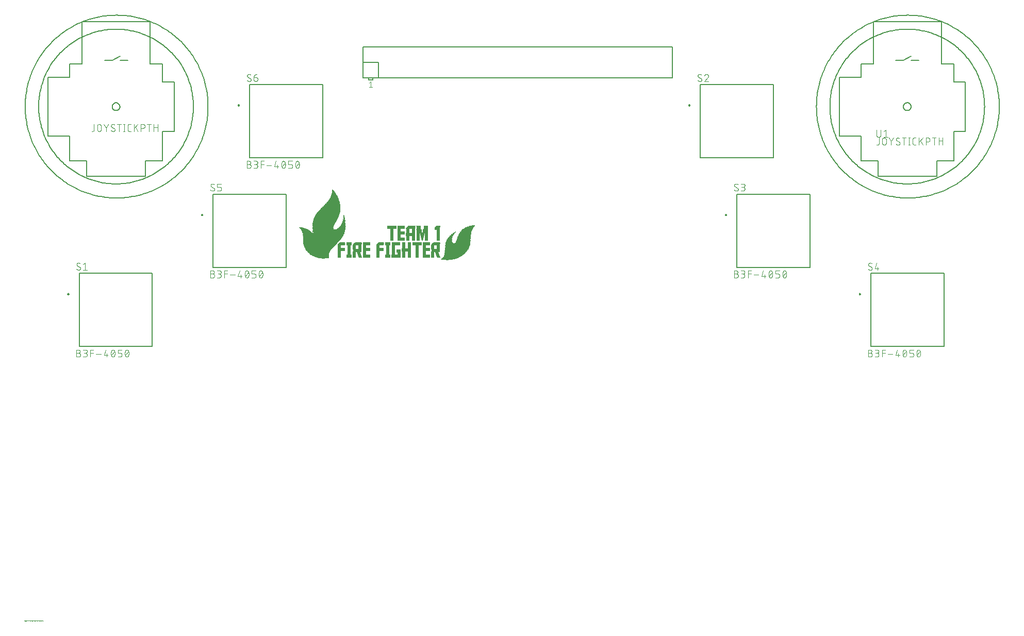
<source format=gbr>
G04 EAGLE Gerber RS-274X export*
G75*
%MOMM*%
%FSLAX34Y34*%
%LPD*%
%INSilkscreen Top*%
%IPPOS*%
%AMOC8*
5,1,8,0,0,1.08239X$1,22.5*%
G01*
%ADD10R,0.060000X0.015000*%
%ADD11R,0.075000X0.015000*%
%ADD12R,0.045000X0.015000*%
%ADD13R,0.015000X0.015000*%
%ADD14R,0.090000X0.015000*%
%ADD15R,0.615000X0.015000*%
%ADD16R,1.035000X0.015000*%
%ADD17R,1.230000X0.015000*%
%ADD18R,1.440000X0.015000*%
%ADD19R,1.650000X0.015000*%
%ADD20R,1.785000X0.015000*%
%ADD21R,0.030000X0.015000*%
%ADD22R,1.965000X0.015000*%
%ADD23R,2.010000X0.015000*%
%ADD24R,2.085000X0.015000*%
%ADD25R,2.160000X0.015000*%
%ADD26R,2.145000X0.015000*%
%ADD27R,2.205000X0.015000*%
%ADD28R,2.235000X0.015000*%
%ADD29R,2.280000X0.015000*%
%ADD30R,2.295000X0.015000*%
%ADD31R,0.285000X0.015000*%
%ADD32R,0.720000X0.015000*%
%ADD33R,2.340000X0.015000*%
%ADD34R,1.080000X0.015000*%
%ADD35R,2.355000X0.015000*%
%ADD36R,2.415000X0.015000*%
%ADD37R,1.455000X0.015000*%
%ADD38R,2.430000X0.015000*%
%ADD39R,1.590000X0.015000*%
%ADD40R,2.445000X0.015000*%
%ADD41R,1.665000X0.015000*%
%ADD42R,2.475000X0.015000*%
%ADD43R,2.460000X0.015000*%
%ADD44R,1.725000X0.015000*%
%ADD45R,2.520000X0.015000*%
%ADD46R,1.800000X0.015000*%
%ADD47R,0.510000X0.015000*%
%ADD48R,0.855000X0.015000*%
%ADD49R,1.200000X0.015000*%
%ADD50R,0.840000X0.015000*%
%ADD51R,1.470000X0.015000*%
%ADD52R,0.495000X0.015000*%
%ADD53R,2.550000X0.015000*%
%ADD54R,1.815000X0.015000*%
%ADD55R,2.580000X0.015000*%
%ADD56R,1.845000X0.015000*%
%ADD57R,0.105000X0.015000*%
%ADD58R,2.595000X0.015000*%
%ADD59R,1.890000X0.015000*%
%ADD60R,0.135000X0.015000*%
%ADD61R,2.610000X0.015000*%
%ADD62R,1.935000X0.015000*%
%ADD63R,0.120000X0.015000*%
%ADD64R,2.625000X0.015000*%
%ADD65R,1.950000X0.015000*%
%ADD66R,2.655000X0.015000*%
%ADD67R,1.995000X0.015000*%
%ADD68R,0.150000X0.015000*%
%ADD69R,2.685000X0.015000*%
%ADD70R,2.025000X0.015000*%
%ADD71R,0.210000X0.015000*%
%ADD72R,2.040000X0.015000*%
%ADD73R,2.730000X0.015000*%
%ADD74R,2.115000X0.015000*%
%ADD75R,0.225000X0.015000*%
%ADD76R,2.715000X0.015000*%
%ADD77R,2.130000X0.015000*%
%ADD78R,0.240000X0.015000*%
%ADD79R,2.760000X0.015000*%
%ADD80R,2.745000X0.015000*%
%ADD81R,2.790000X0.015000*%
%ADD82R,2.175000X0.015000*%
%ADD83R,2.505000X0.015000*%
%ADD84R,2.835000X0.015000*%
%ADD85R,2.535000X0.015000*%
%ADD86R,2.820000X0.015000*%
%ADD87R,2.565000X0.015000*%
%ADD88R,2.850000X0.015000*%
%ADD89R,2.895000X0.015000*%
%ADD90R,2.640000X0.015000*%
%ADD91R,2.910000X0.015000*%
%ADD92R,2.670000X0.015000*%
%ADD93R,2.925000X0.015000*%
%ADD94R,2.955000X0.015000*%
%ADD95R,2.970000X0.015000*%
%ADD96R,2.985000X0.015000*%
%ADD97R,2.805000X0.015000*%
%ADD98R,3.000000X0.015000*%
%ADD99R,3.045000X0.015000*%
%ADD100R,2.865000X0.015000*%
%ADD101R,3.060000X0.015000*%
%ADD102R,3.090000X0.015000*%
%ADD103R,3.105000X0.015000*%
%ADD104R,3.120000X0.015000*%
%ADD105R,3.015000X0.015000*%
%ADD106R,3.135000X0.015000*%
%ADD107R,3.165000X0.015000*%
%ADD108R,3.075000X0.015000*%
%ADD109R,3.180000X0.015000*%
%ADD110R,3.195000X0.015000*%
%ADD111R,3.210000X0.015000*%
%ADD112R,3.255000X0.015000*%
%ADD113R,3.285000X0.015000*%
%ADD114R,3.240000X0.015000*%
%ADD115R,3.270000X0.015000*%
%ADD116R,3.300000X0.015000*%
%ADD117R,3.330000X0.015000*%
%ADD118R,3.345000X0.015000*%
%ADD119R,3.360000X0.015000*%
%ADD120R,0.480000X0.015000*%
%ADD121R,3.435000X0.015000*%
%ADD122R,3.405000X0.015000*%
%ADD123R,3.420000X0.015000*%
%ADD124R,3.465000X0.015000*%
%ADD125R,3.480000X0.015000*%
%ADD126R,3.525000X0.015000*%
%ADD127R,3.540000X0.015000*%
%ADD128R,3.450000X0.015000*%
%ADD129R,3.585000X0.015000*%
%ADD130R,1.425000X0.015000*%
%ADD131R,1.410000X0.015000*%
%ADD132R,3.510000X0.015000*%
%ADD133R,3.570000X0.015000*%
%ADD134R,3.600000X0.015000*%
%ADD135R,3.660000X0.015000*%
%ADD136R,3.555000X0.015000*%
%ADD137R,3.675000X0.015000*%
%ADD138R,3.720000X0.015000*%
%ADD139R,3.690000X0.015000*%
%ADD140R,3.735000X0.015000*%
%ADD141R,3.780000X0.015000*%
%ADD142R,3.795000X0.015000*%
%ADD143R,1.125000X0.015000*%
%ADD144R,1.155000X0.015000*%
%ADD145R,1.110000X0.015000*%
%ADD146R,3.615000X0.015000*%
%ADD147R,3.810000X0.015000*%
%ADD148R,3.840000X0.015000*%
%ADD149R,3.630000X0.015000*%
%ADD150R,3.855000X0.015000*%
%ADD151R,3.645000X0.015000*%
%ADD152R,3.885000X0.015000*%
%ADD153R,3.915000X0.015000*%
%ADD154R,3.960000X0.015000*%
%ADD155R,3.705000X0.015000*%
%ADD156R,3.975000X0.015000*%
%ADD157R,4.020000X0.015000*%
%ADD158R,4.035000X0.015000*%
%ADD159R,4.080000X0.015000*%
%ADD160R,3.750000X0.015000*%
%ADD161R,4.095000X0.015000*%
%ADD162R,4.140000X0.015000*%
%ADD163R,3.765000X0.015000*%
%ADD164R,4.170000X0.015000*%
%ADD165R,4.155000X0.015000*%
%ADD166R,4.200000X0.015000*%
%ADD167R,4.230000X0.015000*%
%ADD168R,3.825000X0.015000*%
%ADD169R,4.275000X0.015000*%
%ADD170R,4.305000X0.015000*%
%ADD171R,4.320000X0.015000*%
%ADD172R,4.335000X0.015000*%
%ADD173R,3.870000X0.015000*%
%ADD174R,4.365000X0.015000*%
%ADD175R,4.380000X0.015000*%
%ADD176R,4.440000X0.015000*%
%ADD177R,4.455000X0.015000*%
%ADD178R,4.485000X0.015000*%
%ADD179R,4.470000X0.015000*%
%ADD180R,3.900000X0.015000*%
%ADD181R,4.515000X0.015000*%
%ADD182R,4.530000X0.015000*%
%ADD183R,4.560000X0.015000*%
%ADD184R,4.575000X0.015000*%
%ADD185R,4.605000X0.015000*%
%ADD186R,4.635000X0.015000*%
%ADD187R,4.650000X0.015000*%
%ADD188R,3.930000X0.015000*%
%ADD189R,4.665000X0.015000*%
%ADD190R,3.945000X0.015000*%
%ADD191R,4.680000X0.015000*%
%ADD192R,4.710000X0.015000*%
%ADD193R,4.725000X0.015000*%
%ADD194R,4.755000X0.015000*%
%ADD195R,4.785000X0.015000*%
%ADD196R,4.800000X0.015000*%
%ADD197R,4.815000X0.015000*%
%ADD198R,4.830000X0.015000*%
%ADD199R,4.845000X0.015000*%
%ADD200R,4.875000X0.015000*%
%ADD201R,4.905000X0.015000*%
%ADD202R,4.920000X0.015000*%
%ADD203R,4.935000X0.015000*%
%ADD204R,3.990000X0.015000*%
%ADD205R,4.950000X0.015000*%
%ADD206R,4.965000X0.015000*%
%ADD207R,4.005000X0.015000*%
%ADD208R,4.995000X0.015000*%
%ADD209R,5.010000X0.015000*%
%ADD210R,5.040000X0.015000*%
%ADD211R,5.055000X0.015000*%
%ADD212R,5.070000X0.015000*%
%ADD213R,5.085000X0.015000*%
%ADD214R,5.100000X0.015000*%
%ADD215R,5.130000X0.015000*%
%ADD216R,1.170000X0.015000*%
%ADD217R,1.185000X0.015000*%
%ADD218R,1.380000X0.015000*%
%ADD219R,5.145000X0.015000*%
%ADD220R,5.160000X0.015000*%
%ADD221R,5.175000X0.015000*%
%ADD222R,5.205000X0.015000*%
%ADD223R,5.220000X0.015000*%
%ADD224R,5.235000X0.015000*%
%ADD225R,5.250000X0.015000*%
%ADD226R,5.265000X0.015000*%
%ADD227R,1.395000X0.015000*%
%ADD228R,5.280000X0.015000*%
%ADD229R,1.140000X0.015000*%
%ADD230R,5.295000X0.015000*%
%ADD231R,1.365000X0.015000*%
%ADD232R,5.325000X0.015000*%
%ADD233R,1.350000X0.015000*%
%ADD234R,5.340000X0.015000*%
%ADD235R,1.095000X0.015000*%
%ADD236R,1.335000X0.015000*%
%ADD237R,5.355000X0.015000*%
%ADD238R,1.320000X0.015000*%
%ADD239R,5.400000X0.015000*%
%ADD240R,1.065000X0.015000*%
%ADD241R,1.305000X0.015000*%
%ADD242R,5.415000X0.015000*%
%ADD243R,1.050000X0.015000*%
%ADD244R,1.290000X0.015000*%
%ADD245R,5.430000X0.015000*%
%ADD246R,1.275000X0.015000*%
%ADD247R,1.260000X0.015000*%
%ADD248R,1.020000X0.015000*%
%ADD249R,1.245000X0.015000*%
%ADD250R,5.460000X0.015000*%
%ADD251R,1.005000X0.015000*%
%ADD252R,5.475000X0.015000*%
%ADD253R,0.990000X0.015000*%
%ADD254R,1.215000X0.015000*%
%ADD255R,5.505000X0.015000*%
%ADD256R,0.975000X0.015000*%
%ADD257R,0.960000X0.015000*%
%ADD258R,5.490000X0.015000*%
%ADD259R,0.945000X0.015000*%
%ADD260R,0.930000X0.015000*%
%ADD261R,5.520000X0.015000*%
%ADD262R,0.915000X0.015000*%
%ADD263R,5.535000X0.015000*%
%ADD264R,0.900000X0.015000*%
%ADD265R,5.550000X0.015000*%
%ADD266R,0.885000X0.015000*%
%ADD267R,5.580000X0.015000*%
%ADD268R,0.870000X0.015000*%
%ADD269R,5.595000X0.015000*%
%ADD270R,5.610000X0.015000*%
%ADD271R,2.400000X0.015000*%
%ADD272R,5.625000X0.015000*%
%ADD273R,5.640000X0.015000*%
%ADD274R,5.655000X0.015000*%
%ADD275R,5.670000X0.015000*%
%ADD276R,2.385000X0.015000*%
%ADD277R,5.685000X0.015000*%
%ADD278R,5.700000X0.015000*%
%ADD279R,2.370000X0.015000*%
%ADD280R,5.715000X0.015000*%
%ADD281R,5.730000X0.015000*%
%ADD282R,5.745000X0.015000*%
%ADD283R,5.775000X0.015000*%
%ADD284R,5.790000X0.015000*%
%ADD285R,5.805000X0.015000*%
%ADD286R,2.325000X0.015000*%
%ADD287R,5.820000X0.015000*%
%ADD288R,2.310000X0.015000*%
%ADD289R,5.835000X0.015000*%
%ADD290R,5.850000X0.015000*%
%ADD291R,5.865000X0.015000*%
%ADD292R,5.880000X0.015000*%
%ADD293R,5.895000X0.015000*%
%ADD294R,5.910000X0.015000*%
%ADD295R,0.465000X0.015000*%
%ADD296R,5.925000X0.015000*%
%ADD297R,5.955000X0.015000*%
%ADD298R,0.165000X0.015000*%
%ADD299R,5.940000X0.015000*%
%ADD300R,0.180000X0.015000*%
%ADD301R,5.970000X0.015000*%
%ADD302R,5.985000X0.015000*%
%ADD303R,0.195000X0.015000*%
%ADD304R,6.000000X0.015000*%
%ADD305R,0.825000X0.015000*%
%ADD306R,2.265000X0.015000*%
%ADD307R,6.015000X0.015000*%
%ADD308R,0.810000X0.015000*%
%ADD309R,2.250000X0.015000*%
%ADD310R,6.060000X0.015000*%
%ADD311R,6.045000X0.015000*%
%ADD312R,0.795000X0.015000*%
%ADD313R,6.075000X0.015000*%
%ADD314R,6.090000X0.015000*%
%ADD315R,0.255000X0.015000*%
%ADD316R,0.780000X0.015000*%
%ADD317R,6.135000X0.015000*%
%ADD318R,0.765000X0.015000*%
%ADD319R,6.120000X0.015000*%
%ADD320R,0.270000X0.015000*%
%ADD321R,0.750000X0.015000*%
%ADD322R,6.150000X0.015000*%
%ADD323R,2.220000X0.015000*%
%ADD324R,6.165000X0.015000*%
%ADD325R,0.735000X0.015000*%
%ADD326R,6.195000X0.015000*%
%ADD327R,0.300000X0.015000*%
%ADD328R,6.180000X0.015000*%
%ADD329R,0.690000X0.015000*%
%ADD330R,0.315000X0.015000*%
%ADD331R,2.190000X0.015000*%
%ADD332R,6.210000X0.015000*%
%ADD333R,0.330000X0.015000*%
%ADD334R,0.705000X0.015000*%
%ADD335R,6.240000X0.015000*%
%ADD336R,6.225000X0.015000*%
%ADD337R,0.345000X0.015000*%
%ADD338R,6.255000X0.015000*%
%ADD339R,0.360000X0.015000*%
%ADD340R,6.285000X0.015000*%
%ADD341R,0.645000X0.015000*%
%ADD342R,6.270000X0.015000*%
%ADD343R,0.375000X0.015000*%
%ADD344R,6.300000X0.015000*%
%ADD345R,0.390000X0.015000*%
%ADD346R,6.345000X0.015000*%
%ADD347R,0.630000X0.015000*%
%ADD348R,6.330000X0.015000*%
%ADD349R,0.405000X0.015000*%
%ADD350R,0.585000X0.015000*%
%ADD351R,6.360000X0.015000*%
%ADD352R,0.420000X0.015000*%
%ADD353R,0.570000X0.015000*%
%ADD354R,6.375000X0.015000*%
%ADD355R,0.600000X0.015000*%
%ADD356R,6.405000X0.015000*%
%ADD357R,0.435000X0.015000*%
%ADD358R,6.390000X0.015000*%
%ADD359R,0.450000X0.015000*%
%ADD360R,6.435000X0.015000*%
%ADD361R,0.555000X0.015000*%
%ADD362R,6.420000X0.015000*%
%ADD363R,0.525000X0.015000*%
%ADD364R,2.100000X0.015000*%
%ADD365R,6.465000X0.015000*%
%ADD366R,6.450000X0.015000*%
%ADD367R,6.495000X0.015000*%
%ADD368R,6.480000X0.015000*%
%ADD369R,2.070000X0.015000*%
%ADD370R,2.055000X0.015000*%
%ADD371R,6.510000X0.015000*%
%ADD372R,0.540000X0.015000*%
%ADD373R,6.540000X0.015000*%
%ADD374R,6.570000X0.015000*%
%ADD375R,6.555000X0.015000*%
%ADD376R,6.600000X0.015000*%
%ADD377R,6.585000X0.015000*%
%ADD378R,4.860000X0.015000*%
%ADD379R,1.695000X0.015000*%
%ADD380R,6.630000X0.015000*%
%ADD381R,1.680000X0.015000*%
%ADD382R,4.980000X0.015000*%
%ADD383R,0.660000X0.015000*%
%ADD384R,1.980000X0.015000*%
%ADD385R,1.635000X0.015000*%
%ADD386R,0.675000X0.015000*%
%ADD387R,1.620000X0.015000*%
%ADD388R,1.605000X0.015000*%
%ADD389R,1.920000X0.015000*%
%ADD390R,1.575000X0.015000*%
%ADD391R,5.025000X0.015000*%
%ADD392R,1.905000X0.015000*%
%ADD393R,1.560000X0.015000*%
%ADD394R,1.530000X0.015000*%
%ADD395R,1.875000X0.015000*%
%ADD396R,1.545000X0.015000*%
%ADD397R,1.860000X0.015000*%
%ADD398R,1.515000X0.015000*%
%ADD399R,1.500000X0.015000*%
%ADD400R,1.830000X0.015000*%
%ADD401R,1.485000X0.015000*%
%ADD402R,1.770000X0.015000*%
%ADD403R,5.190000X0.015000*%
%ADD404R,1.755000X0.015000*%
%ADD405R,1.740000X0.015000*%
%ADD406R,1.710000X0.015000*%
%ADD407R,3.375000X0.015000*%
%ADD408R,3.315000X0.015000*%
%ADD409R,3.390000X0.015000*%
%ADD410R,3.495000X0.015000*%
%ADD411R,3.150000X0.015000*%
%ADD412R,3.030000X0.015000*%
%ADD413R,2.940000X0.015000*%
%ADD414R,2.880000X0.015000*%
%ADD415R,2.775000X0.015000*%
%ADD416R,2.700000X0.015000*%
%ADD417C,0.000000*%
%ADD418C,0.203200*%
%ADD419C,0.127000*%
%ADD420C,0.101600*%
%ADD421C,0.200000*%


D10*
X692925Y591750D03*
D11*
X694050Y591750D03*
X695100Y591750D03*
D12*
X696000Y591750D03*
D13*
X696900Y591750D03*
D14*
X690975Y591900D03*
D15*
X694650Y591900D03*
D12*
X698100Y591900D03*
D13*
X699000Y591900D03*
D16*
X694650Y592050D03*
D17*
X694575Y592200D03*
D12*
X701250Y592200D03*
D18*
X694575Y592350D03*
D13*
X702300Y592350D03*
D19*
X694575Y592500D03*
D20*
X694200Y592650D03*
D21*
X703425Y592650D03*
D22*
X694350Y592800D03*
D21*
X704475Y592800D03*
D23*
X695025Y592950D03*
D24*
X695400Y593100D03*
X695700Y593250D03*
D25*
X696075Y593400D03*
D26*
X696600Y593550D03*
D27*
X697050Y593700D03*
D28*
X697200Y593850D03*
D13*
X708750Y593850D03*
D29*
X697575Y594000D03*
D13*
X489900Y594150D03*
D30*
X697800Y594150D03*
D13*
X489300Y594300D03*
D31*
X491250Y594300D03*
D29*
X698175Y594300D03*
D21*
X709875Y594300D03*
D13*
X487650Y594450D03*
D32*
X491625Y594450D03*
D33*
X698625Y594450D03*
D34*
X491625Y594600D03*
D35*
X698850Y594600D03*
D13*
X710850Y594600D03*
D17*
X491775Y594750D03*
D36*
X699150Y594750D03*
D37*
X491550Y594900D03*
D38*
X699375Y594900D03*
D39*
X491625Y595050D03*
D40*
X699450Y595050D03*
D13*
X483000Y595200D03*
D41*
X491550Y595200D03*
D13*
X500100Y595200D03*
D42*
X699750Y595200D03*
D13*
X482250Y595350D03*
D41*
X490800Y595350D03*
D12*
X499500Y595350D03*
D13*
X500100Y595350D03*
D43*
X700125Y595350D03*
D13*
X481500Y595500D03*
D44*
X490350Y595500D03*
D21*
X499275Y595500D03*
X499725Y595500D03*
D13*
X500100Y595500D03*
D45*
X700425Y595500D03*
D46*
X489975Y595650D03*
D13*
X499200Y595650D03*
D12*
X499650Y595650D03*
D13*
X500100Y595650D03*
D45*
X700575Y595650D03*
D46*
X489675Y595800D03*
D13*
X499050Y595800D03*
D11*
X499650Y595800D03*
D47*
X517275Y595800D03*
D48*
X532950Y595800D03*
D47*
X542025Y595800D03*
X551625Y595800D03*
D49*
X562275Y595800D03*
D47*
X580875Y595800D03*
D50*
X596475Y595800D03*
D51*
X610425Y595800D03*
D47*
X622725Y595800D03*
X632325Y595800D03*
X644625Y595800D03*
D49*
X660075Y595800D03*
D47*
X670575Y595800D03*
D52*
X680250Y595800D03*
D53*
X700725Y595800D03*
D54*
X489300Y595950D03*
D13*
X498900Y595950D03*
D14*
X499575Y595950D03*
D47*
X517275Y595950D03*
D48*
X532950Y595950D03*
D47*
X542025Y595950D03*
X551625Y595950D03*
D49*
X562275Y595950D03*
D47*
X580875Y595950D03*
D50*
X596475Y595950D03*
D51*
X610425Y595950D03*
D47*
X622725Y595950D03*
X632325Y595950D03*
X644625Y595950D03*
D49*
X660075Y595950D03*
D47*
X670575Y595950D03*
X680175Y595950D03*
D55*
X700875Y595950D03*
D56*
X488850Y596100D03*
D21*
X498675Y596100D03*
D57*
X499500Y596100D03*
D47*
X517275Y596100D03*
D48*
X532950Y596100D03*
D47*
X542025Y596100D03*
D52*
X551550Y596100D03*
D49*
X562275Y596100D03*
D47*
X580875Y596100D03*
D50*
X596475Y596100D03*
D51*
X610425Y596100D03*
D47*
X622725Y596100D03*
X632325Y596100D03*
X644625Y596100D03*
D49*
X660075Y596100D03*
D47*
X670575Y596100D03*
X680175Y596100D03*
D58*
X701100Y596100D03*
D59*
X488475Y596250D03*
D13*
X498450Y596250D03*
D60*
X499350Y596250D03*
D47*
X517275Y596250D03*
D48*
X532950Y596250D03*
D47*
X542025Y596250D03*
X551475Y596250D03*
D49*
X562275Y596250D03*
D47*
X580875Y596250D03*
D50*
X596475Y596250D03*
D51*
X610425Y596250D03*
D47*
X622725Y596250D03*
X632325Y596250D03*
X644625Y596250D03*
D49*
X660075Y596250D03*
D47*
X670575Y596250D03*
D52*
X680100Y596250D03*
D61*
X701325Y596250D03*
D62*
X488100Y596400D03*
D13*
X498300Y596400D03*
D63*
X499125Y596400D03*
D13*
X499950Y596400D03*
D47*
X517275Y596400D03*
D48*
X532950Y596400D03*
D47*
X542025Y596400D03*
X551475Y596400D03*
D49*
X562275Y596400D03*
D47*
X580875Y596400D03*
D50*
X596475Y596400D03*
D51*
X610425Y596400D03*
D47*
X622725Y596400D03*
X632325Y596400D03*
X644625Y596400D03*
D49*
X660075Y596400D03*
D47*
X670575Y596400D03*
X680025Y596400D03*
D64*
X701550Y596400D03*
D65*
X487875Y596550D03*
D13*
X498150Y596550D03*
D60*
X499050Y596550D03*
D13*
X499950Y596550D03*
D47*
X517275Y596550D03*
D48*
X532950Y596550D03*
D47*
X542025Y596550D03*
D52*
X551400Y596550D03*
D49*
X562275Y596550D03*
D47*
X580875Y596550D03*
D50*
X596475Y596550D03*
D51*
X610425Y596550D03*
D47*
X622725Y596550D03*
X632325Y596550D03*
X644625Y596550D03*
D49*
X660075Y596550D03*
D47*
X670575Y596550D03*
X680025Y596550D03*
D66*
X701700Y596550D03*
D21*
X715275Y596550D03*
D67*
X487500Y596700D03*
D21*
X497925Y596700D03*
D68*
X498975Y596700D03*
D13*
X499950Y596700D03*
D47*
X517275Y596700D03*
D48*
X532950Y596700D03*
D47*
X542025Y596700D03*
X551325Y596700D03*
D49*
X562275Y596700D03*
D47*
X580875Y596700D03*
D50*
X596475Y596700D03*
D51*
X610425Y596700D03*
D47*
X622725Y596700D03*
X632325Y596700D03*
X644625Y596700D03*
D49*
X660075Y596700D03*
D47*
X670575Y596700D03*
X679875Y596700D03*
D69*
X702000Y596700D03*
D70*
X487200Y596850D03*
D13*
X497700Y596850D03*
D71*
X498975Y596850D03*
D47*
X517275Y596850D03*
D48*
X532950Y596850D03*
D47*
X542025Y596850D03*
X551325Y596850D03*
D49*
X562275Y596850D03*
D47*
X580875Y596850D03*
D50*
X596475Y596850D03*
D51*
X610425Y596850D03*
D47*
X622725Y596850D03*
X632325Y596850D03*
X644625Y596850D03*
D49*
X660075Y596850D03*
D47*
X670575Y596850D03*
X679875Y596850D03*
D69*
X702000Y596850D03*
D72*
X486975Y597000D03*
D13*
X497550Y597000D03*
D71*
X498825Y597000D03*
D47*
X517275Y597000D03*
D48*
X532950Y597000D03*
D47*
X542025Y597000D03*
D52*
X551250Y597000D03*
D49*
X562275Y597000D03*
D47*
X580875Y597000D03*
D50*
X596475Y597000D03*
D51*
X610425Y597000D03*
D47*
X622725Y597000D03*
X632325Y597000D03*
X644625Y597000D03*
D49*
X660075Y597000D03*
D47*
X670575Y597000D03*
D52*
X679800Y597000D03*
D73*
X702225Y597000D03*
D74*
X486900Y597150D03*
D75*
X498750Y597150D03*
D47*
X517275Y597150D03*
D48*
X532950Y597150D03*
D47*
X542025Y597150D03*
X551175Y597150D03*
D49*
X562275Y597150D03*
D47*
X580875Y597150D03*
D50*
X596475Y597150D03*
D51*
X610425Y597150D03*
D47*
X622725Y597150D03*
X632325Y597150D03*
X644625Y597150D03*
D49*
X660075Y597150D03*
D47*
X670575Y597150D03*
X679725Y597150D03*
D76*
X702300Y597150D03*
D77*
X486675Y597300D03*
D78*
X498675Y597300D03*
D47*
X517275Y597300D03*
D48*
X532950Y597300D03*
D47*
X542025Y597300D03*
X551175Y597300D03*
D49*
X562275Y597300D03*
D47*
X580875Y597300D03*
D50*
X596475Y597300D03*
D51*
X610425Y597300D03*
D47*
X622725Y597300D03*
X632325Y597300D03*
X644625Y597300D03*
D49*
X660075Y597300D03*
D47*
X670575Y597300D03*
X679725Y597300D03*
D79*
X702675Y597300D03*
D36*
X487800Y597450D03*
D47*
X517275Y597450D03*
D48*
X532950Y597450D03*
D47*
X542025Y597450D03*
D52*
X551100Y597450D03*
D49*
X562275Y597450D03*
D47*
X580875Y597450D03*
D50*
X596475Y597450D03*
D51*
X610425Y597450D03*
D47*
X622725Y597450D03*
X632325Y597450D03*
X644625Y597450D03*
D49*
X660075Y597450D03*
D47*
X670575Y597450D03*
D52*
X679650Y597450D03*
D80*
X702750Y597450D03*
D40*
X487650Y597600D03*
D47*
X517275Y597600D03*
D48*
X532950Y597600D03*
D47*
X542025Y597600D03*
X551025Y597600D03*
D49*
X562275Y597600D03*
D47*
X580875Y597600D03*
D50*
X596475Y597600D03*
D51*
X610425Y597600D03*
D47*
X622725Y597600D03*
X632325Y597600D03*
X644625Y597600D03*
D49*
X660075Y597600D03*
D47*
X670575Y597600D03*
X679575Y597600D03*
D81*
X702975Y597600D03*
D40*
X487350Y597750D03*
D13*
X499800Y597750D03*
D47*
X517275Y597750D03*
D48*
X532950Y597750D03*
D47*
X542025Y597750D03*
D52*
X550950Y597750D03*
D49*
X562275Y597750D03*
D47*
X580875Y597750D03*
D50*
X596475Y597750D03*
D51*
X610425Y597750D03*
D47*
X622725Y597750D03*
X632325Y597750D03*
X644625Y597750D03*
D49*
X660075Y597750D03*
D47*
X670575Y597750D03*
X679575Y597750D03*
D81*
X702975Y597750D03*
D82*
X485700Y597900D03*
D31*
X498150Y597900D03*
D13*
X499800Y597900D03*
D47*
X517275Y597900D03*
D48*
X532950Y597900D03*
D47*
X542025Y597900D03*
X550875Y597900D03*
D49*
X562275Y597900D03*
D47*
X580875Y597900D03*
D50*
X596475Y597900D03*
D51*
X610425Y597900D03*
D47*
X622725Y597900D03*
X632325Y597900D03*
X644625Y597900D03*
D49*
X660075Y597900D03*
D47*
X670575Y597900D03*
D52*
X679500Y597900D03*
D81*
X703125Y597900D03*
D13*
X717450Y597900D03*
D83*
X487050Y598050D03*
D13*
X499800Y598050D03*
D47*
X517275Y598050D03*
D48*
X532950Y598050D03*
D47*
X542025Y598050D03*
X550875Y598050D03*
D49*
X562275Y598050D03*
D47*
X580875Y598050D03*
D50*
X596475Y598050D03*
D51*
X610425Y598050D03*
D47*
X622725Y598050D03*
X632325Y598050D03*
X644625Y598050D03*
D49*
X660075Y598050D03*
D47*
X670575Y598050D03*
X679425Y598050D03*
D84*
X703350Y598050D03*
D85*
X486900Y598200D03*
D13*
X499800Y598200D03*
D47*
X517275Y598200D03*
D48*
X532950Y598200D03*
D47*
X542025Y598200D03*
D52*
X550800Y598200D03*
D49*
X562275Y598200D03*
D47*
X580875Y598200D03*
D50*
X596475Y598200D03*
D51*
X610425Y598200D03*
D47*
X622725Y598200D03*
X632325Y598200D03*
X644625Y598200D03*
D49*
X660075Y598200D03*
D47*
X670575Y598200D03*
X679425Y598200D03*
D86*
X703425Y598200D03*
D13*
X473700Y598350D03*
D87*
X486750Y598350D03*
D13*
X499800Y598350D03*
D47*
X517275Y598350D03*
D48*
X532950Y598350D03*
D47*
X542025Y598350D03*
X550725Y598350D03*
D49*
X562275Y598350D03*
D47*
X580875Y598350D03*
D50*
X596475Y598350D03*
D51*
X610425Y598350D03*
D47*
X622725Y598350D03*
X632325Y598350D03*
X644625Y598350D03*
D49*
X660075Y598350D03*
D47*
X670575Y598350D03*
D52*
X679350Y598350D03*
D88*
X703575Y598350D03*
D58*
X486600Y598500D03*
D13*
X499800Y598500D03*
D47*
X517275Y598500D03*
D48*
X532950Y598500D03*
D47*
X542025Y598500D03*
X550725Y598500D03*
D49*
X562275Y598500D03*
D47*
X580875Y598500D03*
D50*
X596475Y598500D03*
D51*
X610425Y598500D03*
D47*
X622725Y598500D03*
X632325Y598500D03*
X644625Y598500D03*
D49*
X660075Y598500D03*
D47*
X670575Y598500D03*
X679275Y598500D03*
D89*
X703800Y598500D03*
D90*
X486375Y598650D03*
D13*
X499800Y598650D03*
D47*
X517275Y598650D03*
D48*
X532950Y598650D03*
D47*
X542025Y598650D03*
D52*
X550650Y598650D03*
D49*
X562275Y598650D03*
D47*
X580875Y598650D03*
D50*
X596475Y598650D03*
D51*
X610425Y598650D03*
D47*
X622725Y598650D03*
X632325Y598650D03*
X644625Y598650D03*
D49*
X660075Y598650D03*
D47*
X670575Y598650D03*
D52*
X679200Y598650D03*
D91*
X703875Y598650D03*
D92*
X486225Y598800D03*
D13*
X499800Y598800D03*
D47*
X517275Y598800D03*
D48*
X532950Y598800D03*
D47*
X542025Y598800D03*
X550575Y598800D03*
D49*
X562275Y598800D03*
D47*
X580875Y598800D03*
D50*
X596475Y598800D03*
D51*
X610425Y598800D03*
D47*
X622725Y598800D03*
X632325Y598800D03*
X644625Y598800D03*
D49*
X660075Y598800D03*
D47*
X670575Y598800D03*
D52*
X679200Y598800D03*
D91*
X704025Y598800D03*
D69*
X486150Y598950D03*
D13*
X499800Y598950D03*
D47*
X517275Y598950D03*
D48*
X532950Y598950D03*
D47*
X542025Y598950D03*
X550575Y598950D03*
D49*
X562275Y598950D03*
D47*
X580875Y598950D03*
D50*
X596475Y598950D03*
D51*
X610425Y598950D03*
D47*
X622725Y598950D03*
X632325Y598950D03*
X644625Y598950D03*
D49*
X660075Y598950D03*
D47*
X670575Y598950D03*
X679125Y598950D03*
D93*
X704100Y598950D03*
D76*
X486000Y599100D03*
D13*
X499800Y599100D03*
D47*
X517275Y599100D03*
D48*
X532950Y599100D03*
D47*
X542025Y599100D03*
D52*
X550500Y599100D03*
D49*
X562275Y599100D03*
D47*
X580875Y599100D03*
D50*
X596475Y599100D03*
D51*
X610425Y599100D03*
D47*
X622725Y599100D03*
X632325Y599100D03*
X644625Y599100D03*
D49*
X660075Y599100D03*
D47*
X670575Y599100D03*
D52*
X679050Y599100D03*
D94*
X704250Y599100D03*
D80*
X485850Y599250D03*
D13*
X499800Y599250D03*
D47*
X517275Y599250D03*
D48*
X532950Y599250D03*
D47*
X542025Y599250D03*
X550425Y599250D03*
D49*
X562275Y599250D03*
D47*
X580875Y599250D03*
D50*
X596475Y599250D03*
D51*
X610425Y599250D03*
D47*
X622725Y599250D03*
X632325Y599250D03*
X644625Y599250D03*
D49*
X660075Y599250D03*
D47*
X670575Y599250D03*
D52*
X679050Y599250D03*
D95*
X704475Y599250D03*
D79*
X485775Y599400D03*
D13*
X499800Y599400D03*
D47*
X517275Y599400D03*
D48*
X532950Y599400D03*
D47*
X542025Y599400D03*
D52*
X550350Y599400D03*
D49*
X562275Y599400D03*
D47*
X580875Y599400D03*
D50*
X596475Y599400D03*
D51*
X610425Y599400D03*
D47*
X622725Y599400D03*
X632325Y599400D03*
X644625Y599400D03*
D49*
X660075Y599400D03*
D47*
X670575Y599400D03*
X678975Y599400D03*
D96*
X704550Y599400D03*
D97*
X485550Y599550D03*
D13*
X499800Y599550D03*
D47*
X517275Y599550D03*
D48*
X532950Y599550D03*
D47*
X542025Y599550D03*
D52*
X550350Y599550D03*
D49*
X562275Y599550D03*
D47*
X580875Y599550D03*
D50*
X596475Y599550D03*
D51*
X610425Y599550D03*
D47*
X622725Y599550D03*
X632325Y599550D03*
X644625Y599550D03*
D49*
X660075Y599550D03*
D47*
X670575Y599550D03*
D52*
X678900Y599550D03*
D95*
X704625Y599550D03*
D97*
X485550Y599700D03*
D13*
X499800Y599700D03*
D47*
X517275Y599700D03*
D48*
X532950Y599700D03*
D47*
X542025Y599700D03*
X550275Y599700D03*
D49*
X562275Y599700D03*
D47*
X580875Y599700D03*
D50*
X596475Y599700D03*
D51*
X610425Y599700D03*
D47*
X622725Y599700D03*
X632325Y599700D03*
X644625Y599700D03*
D49*
X660075Y599700D03*
D47*
X670575Y599700D03*
D52*
X678900Y599700D03*
D98*
X704775Y599700D03*
D88*
X485325Y599850D03*
D13*
X499800Y599850D03*
D47*
X517275Y599850D03*
D48*
X532950Y599850D03*
D47*
X542025Y599850D03*
D52*
X550200Y599850D03*
D49*
X562275Y599850D03*
D47*
X580875Y599850D03*
D50*
X596475Y599850D03*
D51*
X610425Y599850D03*
D47*
X622725Y599850D03*
X632325Y599850D03*
X644625Y599850D03*
D49*
X660075Y599850D03*
D47*
X670575Y599850D03*
X678825Y599850D03*
D98*
X704775Y599850D03*
D88*
X485325Y600000D03*
D13*
X499800Y600000D03*
D47*
X517275Y600000D03*
D48*
X532950Y600000D03*
D47*
X542025Y600000D03*
D52*
X550200Y600000D03*
D49*
X562275Y600000D03*
D47*
X580875Y600000D03*
D50*
X596475Y600000D03*
D51*
X610425Y600000D03*
D47*
X622725Y600000D03*
X632325Y600000D03*
X644625Y600000D03*
D49*
X660075Y600000D03*
D47*
X670575Y600000D03*
D52*
X678750Y600000D03*
D99*
X705000Y600000D03*
D13*
X470700Y600150D03*
D100*
X485250Y600150D03*
D13*
X499800Y600150D03*
D47*
X517275Y600150D03*
D48*
X532950Y600150D03*
D47*
X542025Y600150D03*
X550125Y600150D03*
D49*
X562275Y600150D03*
D47*
X580875Y600150D03*
D50*
X596475Y600150D03*
D51*
X610425Y600150D03*
D47*
X622725Y600150D03*
X632325Y600150D03*
X644625Y600150D03*
D49*
X660075Y600150D03*
D47*
X670575Y600150D03*
D52*
X678750Y600150D03*
D101*
X705075Y600150D03*
D89*
X485100Y600300D03*
D13*
X499800Y600300D03*
D47*
X517275Y600300D03*
D48*
X532950Y600300D03*
D47*
X542025Y600300D03*
D52*
X550050Y600300D03*
D49*
X562275Y600300D03*
D47*
X580875Y600300D03*
D50*
X596475Y600300D03*
D51*
X610425Y600300D03*
D47*
X622725Y600300D03*
X632325Y600300D03*
X644625Y600300D03*
D49*
X660075Y600300D03*
D47*
X670575Y600300D03*
D52*
X678600Y600300D03*
D102*
X705375Y600300D03*
D91*
X485025Y600450D03*
D13*
X499800Y600450D03*
D47*
X517275Y600450D03*
D52*
X532950Y600450D03*
D47*
X542025Y600450D03*
D52*
X550050Y600450D03*
D47*
X558825Y600450D03*
X580875Y600450D03*
X596475Y600450D03*
X605625Y600450D03*
X615225Y600450D03*
X622725Y600450D03*
X632325Y600450D03*
X644625Y600450D03*
X656625Y600450D03*
X670575Y600450D03*
D52*
X678600Y600450D03*
D103*
X705450Y600450D03*
D13*
X470100Y600600D03*
D94*
X485100Y600600D03*
D47*
X517275Y600600D03*
D52*
X532950Y600600D03*
D47*
X542025Y600600D03*
X549975Y600600D03*
X558825Y600600D03*
X580875Y600600D03*
X596475Y600600D03*
X605625Y600600D03*
X615225Y600600D03*
X622725Y600600D03*
X632325Y600600D03*
X644625Y600600D03*
X656625Y600600D03*
X670575Y600600D03*
D52*
X678600Y600600D03*
D104*
X705525Y600600D03*
D98*
X484875Y600750D03*
D47*
X517275Y600750D03*
D52*
X532950Y600750D03*
D47*
X542025Y600750D03*
D52*
X549900Y600750D03*
D47*
X558825Y600750D03*
X580875Y600750D03*
X596475Y600750D03*
X605625Y600750D03*
X615225Y600750D03*
X622725Y600750D03*
X632325Y600750D03*
X644625Y600750D03*
X656625Y600750D03*
X670575Y600750D03*
D52*
X678450Y600750D03*
D104*
X705525Y600750D03*
D98*
X484875Y600900D03*
D47*
X517275Y600900D03*
D52*
X532950Y600900D03*
D47*
X542025Y600900D03*
D52*
X549900Y600900D03*
D47*
X558825Y600900D03*
X580875Y600900D03*
X596475Y600900D03*
X605625Y600900D03*
X615225Y600900D03*
X622725Y600900D03*
X632325Y600900D03*
X644625Y600900D03*
X656625Y600900D03*
D52*
X670650Y600900D03*
X678450Y600900D03*
D104*
X705525Y600900D03*
D105*
X484800Y601050D03*
D47*
X517275Y601050D03*
D52*
X532950Y601050D03*
D47*
X542025Y601050D03*
D52*
X549750Y601050D03*
D47*
X558825Y601050D03*
X580875Y601050D03*
X596475Y601050D03*
X605625Y601050D03*
X615225Y601050D03*
X622725Y601050D03*
X632325Y601050D03*
X644625Y601050D03*
X656625Y601050D03*
D52*
X670650Y601050D03*
D47*
X678375Y601050D03*
D106*
X705600Y601050D03*
D13*
X469350Y601200D03*
D105*
X484650Y601200D03*
D13*
X499950Y601200D03*
D47*
X517275Y601200D03*
D52*
X532950Y601200D03*
D47*
X542025Y601200D03*
D52*
X549750Y601200D03*
D47*
X558825Y601200D03*
X580875Y601200D03*
X596475Y601200D03*
X605625Y601200D03*
X615225Y601200D03*
X622725Y601200D03*
X632325Y601200D03*
X644625Y601200D03*
X656625Y601200D03*
D52*
X670650Y601200D03*
X678300Y601200D03*
D107*
X705750Y601200D03*
D101*
X484425Y601350D03*
D13*
X499950Y601350D03*
D47*
X517275Y601350D03*
D52*
X532950Y601350D03*
D47*
X542025Y601350D03*
D52*
X549750Y601350D03*
D47*
X558825Y601350D03*
X580875Y601350D03*
X596475Y601350D03*
X605625Y601350D03*
X615225Y601350D03*
X622725Y601350D03*
X632325Y601350D03*
X644625Y601350D03*
X656625Y601350D03*
D52*
X670650Y601350D03*
X678300Y601350D03*
D107*
X705900Y601350D03*
D108*
X484350Y601500D03*
D13*
X499950Y601500D03*
D47*
X517275Y601500D03*
D52*
X532950Y601500D03*
D47*
X542025Y601500D03*
D52*
X549600Y601500D03*
D47*
X558825Y601500D03*
X580875Y601500D03*
X596475Y601500D03*
X605625Y601500D03*
X615225Y601500D03*
X622725Y601500D03*
X632325Y601500D03*
X644625Y601500D03*
X656625Y601500D03*
D52*
X670650Y601500D03*
D47*
X678225Y601500D03*
D109*
X705975Y601500D03*
D103*
X484500Y601650D03*
D47*
X517275Y601650D03*
D52*
X532950Y601650D03*
D47*
X542025Y601650D03*
D52*
X549600Y601650D03*
D47*
X558825Y601650D03*
X580875Y601650D03*
X596475Y601650D03*
X605625Y601650D03*
X615225Y601650D03*
X622725Y601650D03*
X632325Y601650D03*
X644625Y601650D03*
X656625Y601650D03*
D52*
X670650Y601650D03*
X678150Y601650D03*
D110*
X706050Y601650D03*
D106*
X484350Y601800D03*
D47*
X517275Y601800D03*
D52*
X532950Y601800D03*
D47*
X542025Y601800D03*
D52*
X549600Y601800D03*
D47*
X558825Y601800D03*
X580875Y601800D03*
X596475Y601800D03*
X605625Y601800D03*
X615225Y601800D03*
X622725Y601800D03*
X632325Y601800D03*
X644625Y601800D03*
X656625Y601800D03*
D52*
X670650Y601800D03*
X678150Y601800D03*
D111*
X706125Y601800D03*
D106*
X484200Y601950D03*
D13*
X500100Y601950D03*
D47*
X517275Y601950D03*
D52*
X532950Y601950D03*
D47*
X542025Y601950D03*
D52*
X549450Y601950D03*
D47*
X558825Y601950D03*
X580875Y601950D03*
X596475Y601950D03*
X605625Y601950D03*
X615225Y601950D03*
X622725Y601950D03*
X632325Y601950D03*
X644625Y601950D03*
X656625Y601950D03*
D52*
X670650Y601950D03*
X678000Y601950D03*
D112*
X706350Y601950D03*
D109*
X483975Y602100D03*
D13*
X500100Y602100D03*
D47*
X517275Y602100D03*
D52*
X532950Y602100D03*
D47*
X542025Y602100D03*
D52*
X549450Y602100D03*
D47*
X558825Y602100D03*
X580875Y602100D03*
X596475Y602100D03*
X605625Y602100D03*
X615225Y602100D03*
X622725Y602100D03*
X632325Y602100D03*
X644625Y602100D03*
X656625Y602100D03*
D52*
X670650Y602100D03*
X678000Y602100D03*
D113*
X706500Y602100D03*
D110*
X483900Y602250D03*
D13*
X500100Y602250D03*
D47*
X517275Y602250D03*
D52*
X532950Y602250D03*
D47*
X542025Y602250D03*
D52*
X549450Y602250D03*
D47*
X558825Y602250D03*
X580875Y602250D03*
X596475Y602250D03*
X605625Y602250D03*
X615225Y602250D03*
X622725Y602250D03*
X632325Y602250D03*
X644625Y602250D03*
X656625Y602250D03*
D52*
X670650Y602250D03*
X678000Y602250D03*
D113*
X706500Y602250D03*
D114*
X483975Y602400D03*
D47*
X517275Y602400D03*
D52*
X532950Y602400D03*
D47*
X542025Y602400D03*
D52*
X549300Y602400D03*
D47*
X558825Y602400D03*
X580875Y602400D03*
X596475Y602400D03*
X605625Y602400D03*
X615225Y602400D03*
X622725Y602400D03*
X632325Y602400D03*
X644625Y602400D03*
X656625Y602400D03*
D52*
X670650Y602400D03*
X677850Y602400D03*
D115*
X706575Y602400D03*
D112*
X483750Y602550D03*
D47*
X517275Y602550D03*
D52*
X532950Y602550D03*
D47*
X542025Y602550D03*
D52*
X549300Y602550D03*
D47*
X558825Y602550D03*
X580875Y602550D03*
X596475Y602550D03*
X605625Y602550D03*
X615225Y602550D03*
X622725Y602550D03*
X632325Y602550D03*
X644625Y602550D03*
X656625Y602550D03*
D52*
X670650Y602550D03*
X677850Y602550D03*
D113*
X706650Y602550D03*
D112*
X483750Y602700D03*
D13*
X500250Y602700D03*
D47*
X517275Y602700D03*
D52*
X532950Y602700D03*
D47*
X542025Y602700D03*
D52*
X549150Y602700D03*
D47*
X558825Y602700D03*
X580875Y602700D03*
X596475Y602700D03*
X605625Y602700D03*
X615225Y602700D03*
X622725Y602700D03*
X632325Y602700D03*
X644625Y602700D03*
X656625Y602700D03*
D52*
X670650Y602700D03*
X677850Y602700D03*
D116*
X706725Y602700D03*
D113*
X483900Y602850D03*
D47*
X517275Y602850D03*
D52*
X532950Y602850D03*
D47*
X542025Y602850D03*
D52*
X549150Y602850D03*
D47*
X558825Y602850D03*
X580875Y602850D03*
X596475Y602850D03*
X605625Y602850D03*
X615225Y602850D03*
X622725Y602850D03*
X632325Y602850D03*
X644625Y602850D03*
X656625Y602850D03*
D52*
X670650Y602850D03*
X677700Y602850D03*
D117*
X706875Y602850D03*
D116*
X483825Y603000D03*
D47*
X517275Y603000D03*
D52*
X532950Y603000D03*
D47*
X542025Y603000D03*
D52*
X549150Y603000D03*
D47*
X558825Y603000D03*
X580875Y603000D03*
X596475Y603000D03*
X605625Y603000D03*
X615225Y603000D03*
X622725Y603000D03*
X632325Y603000D03*
X644625Y603000D03*
X656625Y603000D03*
D52*
X670650Y603000D03*
X677700Y603000D03*
D118*
X706950Y603000D03*
D116*
X483675Y603150D03*
D13*
X500400Y603150D03*
D47*
X517275Y603150D03*
D52*
X532950Y603150D03*
D47*
X542025Y603150D03*
D52*
X549000Y603150D03*
D47*
X558825Y603150D03*
X580875Y603150D03*
X596475Y603150D03*
X605625Y603150D03*
X615225Y603150D03*
X622725Y603150D03*
X632325Y603150D03*
X644625Y603150D03*
X656625Y603150D03*
D52*
X670650Y603150D03*
X677700Y603150D03*
D119*
X707025Y603150D03*
D118*
X483750Y603300D03*
D47*
X517275Y603300D03*
D52*
X532950Y603300D03*
D47*
X542025Y603300D03*
D52*
X549000Y603300D03*
D47*
X558825Y603300D03*
X580875Y603300D03*
X596475Y603300D03*
X605625Y603300D03*
X615225Y603300D03*
X622725Y603300D03*
X632325Y603300D03*
X644625Y603300D03*
X656625Y603300D03*
D52*
X670650Y603300D03*
X677550Y603300D03*
D119*
X707025Y603300D03*
X483675Y603450D03*
D47*
X517275Y603450D03*
D52*
X532950Y603450D03*
D47*
X542025Y603450D03*
D52*
X549000Y603450D03*
D47*
X558825Y603450D03*
X580875Y603450D03*
X596475Y603450D03*
X605625Y603450D03*
X615225Y603450D03*
X622725Y603450D03*
X632325Y603450D03*
X644625Y603450D03*
X656625Y603450D03*
D52*
X670650Y603450D03*
X677550Y603450D03*
D118*
X707100Y603450D03*
D119*
X483525Y603600D03*
D13*
X500550Y603600D03*
D47*
X517275Y603600D03*
D52*
X532950Y603600D03*
D47*
X542025Y603600D03*
D52*
X548850Y603600D03*
D47*
X558825Y603600D03*
X580875Y603600D03*
X596475Y603600D03*
X605625Y603600D03*
X615225Y603600D03*
X622725Y603600D03*
X632325Y603600D03*
X644625Y603600D03*
X656625Y603600D03*
D52*
X670650Y603600D03*
D120*
X677475Y603600D03*
D119*
X707175Y603600D03*
D121*
X483450Y603750D03*
D47*
X517275Y603750D03*
D52*
X532950Y603750D03*
D47*
X542025Y603750D03*
D52*
X548850Y603750D03*
D47*
X558825Y603750D03*
X580875Y603750D03*
X596475Y603750D03*
X605625Y603750D03*
X615225Y603750D03*
X622725Y603750D03*
X632325Y603750D03*
X644625Y603750D03*
X656625Y603750D03*
D52*
X670650Y603750D03*
X677400Y603750D03*
D122*
X707400Y603750D03*
D121*
X483300Y603900D03*
D13*
X500700Y603900D03*
D47*
X517275Y603900D03*
D52*
X532950Y603900D03*
D47*
X542025Y603900D03*
D52*
X548850Y603900D03*
D47*
X558825Y603900D03*
X580875Y603900D03*
X596475Y603900D03*
X605625Y603900D03*
X615225Y603900D03*
X622725Y603900D03*
X632325Y603900D03*
X644625Y603900D03*
X656625Y603900D03*
D52*
X670650Y603900D03*
X677400Y603900D03*
D123*
X707475Y603900D03*
D124*
X483150Y604050D03*
D13*
X500700Y604050D03*
D47*
X517275Y604050D03*
D52*
X532950Y604050D03*
D47*
X542025Y604050D03*
D52*
X548700Y604050D03*
D47*
X558825Y604050D03*
X580875Y604050D03*
X596475Y604050D03*
X605625Y604050D03*
X615225Y604050D03*
X622725Y604050D03*
X632325Y604050D03*
X644625Y604050D03*
X656625Y604050D03*
D52*
X670650Y604050D03*
D120*
X677325Y604050D03*
D123*
X707475Y604050D03*
D125*
X483375Y604200D03*
D47*
X517275Y604200D03*
D52*
X532950Y604200D03*
D47*
X542025Y604200D03*
D52*
X548700Y604200D03*
D47*
X558825Y604200D03*
X580875Y604200D03*
X596475Y604200D03*
X605625Y604200D03*
X615225Y604200D03*
X622725Y604200D03*
X632325Y604200D03*
X644625Y604200D03*
X656625Y604200D03*
D52*
X670650Y604200D03*
X677250Y604200D03*
D121*
X707550Y604200D03*
D125*
X483225Y604350D03*
D13*
X500850Y604350D03*
D47*
X517275Y604350D03*
D52*
X532950Y604350D03*
D47*
X542025Y604350D03*
D120*
X548625Y604350D03*
D47*
X558825Y604350D03*
X580875Y604350D03*
X596475Y604350D03*
X605625Y604350D03*
D32*
X614175Y604350D03*
D47*
X622725Y604350D03*
X632325Y604350D03*
X644625Y604350D03*
X656625Y604350D03*
D52*
X670650Y604350D03*
X677250Y604350D03*
D121*
X707550Y604350D03*
D126*
X483300Y604500D03*
D47*
X517275Y604500D03*
D52*
X532950Y604500D03*
D47*
X542025Y604500D03*
D52*
X548550Y604500D03*
D47*
X558825Y604500D03*
X580875Y604500D03*
X596475Y604500D03*
X605625Y604500D03*
D32*
X614175Y604500D03*
D47*
X622725Y604500D03*
X632325Y604500D03*
X644625Y604500D03*
X656625Y604500D03*
D52*
X670650Y604500D03*
D120*
X677175Y604500D03*
D121*
X707700Y604500D03*
D127*
X483075Y604650D03*
D13*
X501000Y604650D03*
D47*
X517275Y604650D03*
D52*
X532950Y604650D03*
D47*
X542025Y604650D03*
D52*
X548550Y604650D03*
D47*
X558825Y604650D03*
X580875Y604650D03*
X596475Y604650D03*
X605625Y604650D03*
D32*
X614175Y604650D03*
D47*
X622725Y604650D03*
X632325Y604650D03*
X644625Y604650D03*
X656625Y604650D03*
D52*
X670650Y604650D03*
X677100Y604650D03*
D128*
X707775Y604650D03*
D13*
X725250Y604650D03*
D129*
X483150Y604800D03*
D47*
X517275Y604800D03*
D52*
X532950Y604800D03*
D130*
X546600Y604800D03*
D47*
X558825Y604800D03*
X580875Y604800D03*
X596475Y604800D03*
X605625Y604800D03*
D32*
X614175Y604800D03*
D47*
X622725Y604800D03*
X632325Y604800D03*
X644625Y604800D03*
X656625Y604800D03*
D131*
X675225Y604800D03*
D132*
X707925Y604800D03*
D133*
X483075Y604950D03*
D13*
X501150Y604950D03*
D47*
X517275Y604950D03*
D52*
X532950Y604950D03*
D130*
X546600Y604950D03*
D47*
X558825Y604950D03*
X580875Y604950D03*
X596475Y604950D03*
X605625Y604950D03*
D32*
X614175Y604950D03*
D47*
X622725Y604950D03*
X632325Y604950D03*
X644625Y604950D03*
X656625Y604950D03*
D131*
X675225Y604950D03*
D132*
X707925Y604950D03*
D134*
X483225Y605100D03*
D47*
X517275Y605100D03*
D52*
X532950Y605100D03*
D130*
X546600Y605100D03*
D47*
X558825Y605100D03*
X580875Y605100D03*
X596475Y605100D03*
X605625Y605100D03*
D32*
X614175Y605100D03*
D47*
X622725Y605100D03*
X632325Y605100D03*
X644625Y605100D03*
X656625Y605100D03*
D131*
X675225Y605100D03*
D126*
X708000Y605100D03*
D134*
X483075Y605250D03*
D13*
X501300Y605250D03*
D47*
X517275Y605250D03*
D52*
X532950Y605250D03*
D130*
X546600Y605250D03*
D47*
X558825Y605250D03*
X580875Y605250D03*
X596475Y605250D03*
X605625Y605250D03*
D32*
X614175Y605250D03*
D47*
X622725Y605250D03*
X632325Y605250D03*
X644625Y605250D03*
X656625Y605250D03*
D131*
X675225Y605250D03*
D127*
X708075Y605250D03*
D135*
X483075Y605400D03*
D47*
X517275Y605400D03*
D52*
X532950Y605400D03*
D130*
X546600Y605400D03*
D47*
X558825Y605400D03*
X580875Y605400D03*
X596475Y605400D03*
X605625Y605400D03*
D32*
X614175Y605400D03*
D47*
X622725Y605400D03*
X632325Y605400D03*
X644625Y605400D03*
X656625Y605400D03*
D131*
X675225Y605400D03*
D136*
X708150Y605400D03*
D137*
X482850Y605550D03*
D13*
X501450Y605550D03*
D47*
X517275Y605550D03*
D52*
X532950Y605550D03*
D130*
X546600Y605550D03*
D47*
X558825Y605550D03*
X580875Y605550D03*
X596475Y605550D03*
X605625Y605550D03*
D32*
X614175Y605550D03*
D47*
X622725Y605550D03*
X632325Y605550D03*
X644625Y605550D03*
X656625Y605550D03*
D131*
X675225Y605550D03*
D127*
X708225Y605550D03*
D138*
X482925Y605700D03*
D47*
X517275Y605700D03*
D52*
X532950Y605700D03*
D130*
X546600Y605700D03*
D47*
X558825Y605700D03*
X580875Y605700D03*
X596475Y605700D03*
X605625Y605700D03*
D32*
X614175Y605700D03*
D51*
X627525Y605700D03*
D47*
X644625Y605700D03*
X656625Y605700D03*
D131*
X675225Y605700D03*
D127*
X708225Y605700D03*
D139*
X482925Y605850D03*
D13*
X501600Y605850D03*
D47*
X517275Y605850D03*
D52*
X532950Y605850D03*
D130*
X546600Y605850D03*
D47*
X558825Y605850D03*
X580875Y605850D03*
X596475Y605850D03*
X605625Y605850D03*
D32*
X614175Y605850D03*
D51*
X627525Y605850D03*
D47*
X644625Y605850D03*
X656625Y605850D03*
D131*
X675225Y605850D03*
D136*
X708300Y605850D03*
D140*
X483000Y606000D03*
D47*
X517275Y606000D03*
D52*
X532950Y606000D03*
D130*
X546600Y606000D03*
D47*
X558825Y606000D03*
X580875Y606000D03*
X596475Y606000D03*
X605625Y606000D03*
D32*
X614175Y606000D03*
D51*
X627525Y606000D03*
D47*
X644625Y606000D03*
X656625Y606000D03*
D131*
X675225Y606000D03*
D133*
X708375Y606000D03*
D140*
X482850Y606150D03*
D13*
X501750Y606150D03*
D47*
X517275Y606150D03*
D52*
X532950Y606150D03*
D130*
X546600Y606150D03*
D47*
X558825Y606150D03*
X580875Y606150D03*
X596475Y606150D03*
X605625Y606150D03*
D32*
X614175Y606150D03*
D51*
X627525Y606150D03*
D47*
X644625Y606150D03*
X656625Y606150D03*
D131*
X675225Y606150D03*
D134*
X708525Y606150D03*
D141*
X482775Y606300D03*
D47*
X517275Y606300D03*
D52*
X532950Y606300D03*
D130*
X546600Y606300D03*
D47*
X558825Y606300D03*
X580875Y606300D03*
X596475Y606300D03*
X605625Y606300D03*
D32*
X614175Y606300D03*
D51*
X627525Y606300D03*
D47*
X644625Y606300D03*
X656625Y606300D03*
D131*
X675225Y606300D03*
D134*
X708525Y606300D03*
D142*
X482700Y606450D03*
D13*
X501900Y606450D03*
D143*
X520350Y606450D03*
D52*
X532950Y606450D03*
D130*
X546600Y606450D03*
D144*
X562050Y606450D03*
D145*
X583875Y606450D03*
D47*
X596475Y606450D03*
X605625Y606450D03*
D32*
X614175Y606450D03*
D51*
X627525Y606450D03*
D47*
X644625Y606450D03*
D144*
X659850Y606450D03*
D131*
X675225Y606450D03*
D146*
X708600Y606450D03*
D147*
X482775Y606600D03*
D13*
X502050Y606600D03*
D143*
X520350Y606600D03*
D52*
X532950Y606600D03*
D130*
X546600Y606600D03*
D144*
X562050Y606600D03*
D145*
X583875Y606600D03*
D47*
X596475Y606600D03*
X605625Y606600D03*
D32*
X614175Y606600D03*
D51*
X627525Y606600D03*
D47*
X644625Y606600D03*
D144*
X659850Y606600D03*
D131*
X675225Y606600D03*
D146*
X708750Y606600D03*
D148*
X482925Y606750D03*
D143*
X520350Y606750D03*
D52*
X532950Y606750D03*
D130*
X546600Y606750D03*
D144*
X562050Y606750D03*
D145*
X583875Y606750D03*
D47*
X596475Y606750D03*
X605625Y606750D03*
D32*
X614175Y606750D03*
D51*
X627525Y606750D03*
D47*
X644625Y606750D03*
D144*
X659850Y606750D03*
D131*
X675225Y606750D03*
D149*
X708675Y606750D03*
D150*
X482700Y606900D03*
D13*
X502200Y606900D03*
D143*
X520350Y606900D03*
D52*
X532950Y606900D03*
D130*
X546600Y606900D03*
D144*
X562050Y606900D03*
D145*
X583875Y606900D03*
D47*
X596475Y606900D03*
X605625Y606900D03*
D32*
X614175Y606900D03*
D51*
X627525Y606900D03*
D47*
X644625Y606900D03*
D144*
X659850Y606900D03*
D131*
X675225Y606900D03*
D151*
X708750Y606900D03*
D152*
X482700Y607050D03*
D13*
X502350Y607050D03*
D143*
X520350Y607050D03*
D52*
X532950Y607050D03*
D130*
X546600Y607050D03*
D144*
X562050Y607050D03*
D145*
X583875Y607050D03*
D47*
X596475Y607050D03*
X605625Y607050D03*
D32*
X614175Y607050D03*
D51*
X627525Y607050D03*
D47*
X644625Y607050D03*
D144*
X659850Y607050D03*
D131*
X675225Y607050D03*
D135*
X708825Y607050D03*
D153*
X482850Y607200D03*
D143*
X520350Y607200D03*
D52*
X532950Y607200D03*
D130*
X546600Y607200D03*
D144*
X562050Y607200D03*
D145*
X583875Y607200D03*
D47*
X596475Y607200D03*
X605625Y607200D03*
D32*
X614175Y607200D03*
D51*
X627525Y607200D03*
D47*
X644625Y607200D03*
D144*
X659850Y607200D03*
D131*
X675225Y607200D03*
D137*
X708900Y607200D03*
D153*
X482700Y607350D03*
D13*
X502500Y607350D03*
D143*
X520350Y607350D03*
D52*
X532950Y607350D03*
D130*
X546600Y607350D03*
D144*
X562050Y607350D03*
D145*
X583875Y607350D03*
D47*
X596475Y607350D03*
X605625Y607350D03*
D32*
X614175Y607350D03*
D51*
X627525Y607350D03*
D47*
X644625Y607350D03*
D144*
X659850Y607350D03*
D131*
X675225Y607350D03*
D139*
X708975Y607350D03*
D154*
X482625Y607500D03*
D13*
X502650Y607500D03*
D143*
X520350Y607500D03*
D52*
X532950Y607500D03*
D130*
X546600Y607500D03*
D144*
X562050Y607500D03*
D145*
X583875Y607500D03*
D47*
X596475Y607500D03*
X605625Y607500D03*
D32*
X614175Y607500D03*
D51*
X627525Y607500D03*
D47*
X644625Y607500D03*
D144*
X659850Y607500D03*
D131*
X675225Y607500D03*
D155*
X709050Y607500D03*
D156*
X482850Y607650D03*
D143*
X520350Y607650D03*
D52*
X532950Y607650D03*
D130*
X546600Y607650D03*
D144*
X562050Y607650D03*
D145*
X583875Y607650D03*
D47*
X596475Y607650D03*
X605625Y607650D03*
D32*
X614175Y607650D03*
D51*
X627525Y607650D03*
D47*
X644625Y607650D03*
D144*
X659850Y607650D03*
D131*
X675225Y607650D03*
D139*
X709125Y607650D03*
D156*
X482700Y607800D03*
D13*
X502800Y607800D03*
D143*
X520350Y607800D03*
D52*
X532950Y607800D03*
D130*
X546600Y607800D03*
D144*
X562050Y607800D03*
D145*
X583875Y607800D03*
D47*
X596475Y607800D03*
X605625Y607800D03*
D32*
X614175Y607800D03*
D51*
X627525Y607800D03*
D47*
X644625Y607800D03*
D144*
X659850Y607800D03*
D131*
X675225Y607800D03*
D138*
X709275Y607800D03*
D157*
X482625Y607950D03*
D13*
X502950Y607950D03*
D143*
X520350Y607950D03*
D52*
X532950Y607950D03*
D130*
X546600Y607950D03*
D144*
X562050Y607950D03*
D145*
X583875Y607950D03*
D47*
X596475Y607950D03*
X605625Y607950D03*
D32*
X614175Y607950D03*
D51*
X627525Y607950D03*
D47*
X644625Y607950D03*
D144*
X659850Y607950D03*
D131*
X675225Y607950D03*
D138*
X709275Y607950D03*
D158*
X482700Y608100D03*
D13*
X503100Y608100D03*
D143*
X520350Y608100D03*
D52*
X532950Y608100D03*
D130*
X546600Y608100D03*
D144*
X562050Y608100D03*
D145*
X583875Y608100D03*
D47*
X596475Y608100D03*
X605625Y608100D03*
D32*
X614175Y608100D03*
D51*
X627525Y608100D03*
D47*
X644625Y608100D03*
D144*
X659850Y608100D03*
D131*
X675225Y608100D03*
D140*
X709350Y608100D03*
D159*
X482775Y608250D03*
D143*
X520350Y608250D03*
D52*
X532950Y608250D03*
D130*
X546600Y608250D03*
D144*
X562050Y608250D03*
D145*
X583875Y608250D03*
D47*
X596475Y608250D03*
X605625Y608250D03*
D32*
X614175Y608250D03*
D51*
X627525Y608250D03*
D47*
X644625Y608250D03*
D144*
X659850Y608250D03*
D131*
X675225Y608250D03*
D160*
X709425Y608250D03*
D161*
X482550Y608400D03*
D13*
X503250Y608400D03*
D143*
X520350Y608400D03*
D52*
X532950Y608400D03*
D130*
X546600Y608400D03*
D144*
X562050Y608400D03*
D145*
X583875Y608400D03*
D47*
X596475Y608400D03*
X605625Y608400D03*
D32*
X614175Y608400D03*
D51*
X627525Y608400D03*
D47*
X644625Y608400D03*
D144*
X659850Y608400D03*
D131*
X675225Y608400D03*
D160*
X709425Y608400D03*
D161*
X482700Y608550D03*
D13*
X503400Y608550D03*
D143*
X520350Y608550D03*
D52*
X532950Y608550D03*
D130*
X546600Y608550D03*
D144*
X562050Y608550D03*
D145*
X583875Y608550D03*
D47*
X596475Y608550D03*
X605625Y608550D03*
D32*
X614175Y608550D03*
D51*
X627525Y608550D03*
D47*
X644625Y608550D03*
D144*
X659850Y608550D03*
D131*
X675225Y608550D03*
D160*
X709425Y608550D03*
D162*
X482625Y608700D03*
D13*
X503550Y608700D03*
D143*
X520350Y608700D03*
D52*
X532950Y608700D03*
D130*
X546600Y608700D03*
D144*
X562050Y608700D03*
D145*
X583875Y608700D03*
D47*
X596475Y608700D03*
X605625Y608700D03*
D51*
X627525Y608700D03*
D47*
X644625Y608700D03*
D144*
X659850Y608700D03*
D131*
X675225Y608700D03*
D163*
X709500Y608700D03*
D164*
X482775Y608850D03*
D143*
X520350Y608850D03*
D52*
X532950Y608850D03*
D130*
X546600Y608850D03*
D144*
X562050Y608850D03*
D145*
X583875Y608850D03*
D47*
X596475Y608850D03*
X605625Y608850D03*
D51*
X627525Y608850D03*
D47*
X644625Y608850D03*
D144*
X659850Y608850D03*
D131*
X675225Y608850D03*
D163*
X709500Y608850D03*
D165*
X482700Y609000D03*
D13*
X503700Y609000D03*
D143*
X520350Y609000D03*
D52*
X532950Y609000D03*
D130*
X546600Y609000D03*
D144*
X562050Y609000D03*
D145*
X583875Y609000D03*
D47*
X596475Y609000D03*
X605625Y609000D03*
D51*
X627525Y609000D03*
D47*
X644625Y609000D03*
D144*
X659850Y609000D03*
D131*
X675225Y609000D03*
D141*
X709575Y609000D03*
D166*
X482625Y609150D03*
D13*
X503850Y609150D03*
D143*
X520350Y609150D03*
D52*
X532950Y609150D03*
D130*
X546600Y609150D03*
D144*
X562050Y609150D03*
D145*
X583875Y609150D03*
D47*
X596475Y609150D03*
X605625Y609150D03*
D51*
X627525Y609150D03*
D47*
X644625Y609150D03*
D144*
X659850Y609150D03*
D131*
X675225Y609150D03*
D142*
X709650Y609150D03*
D166*
X482775Y609300D03*
D13*
X504000Y609300D03*
D143*
X520350Y609300D03*
D52*
X532950Y609300D03*
D47*
X542025Y609300D03*
X551175Y609300D03*
D144*
X562050Y609300D03*
D145*
X583875Y609300D03*
D47*
X596475Y609300D03*
X605625Y609300D03*
D51*
X627525Y609300D03*
D47*
X644625Y609300D03*
D144*
X659850Y609300D03*
D52*
X670650Y609300D03*
X679800Y609300D03*
D147*
X709725Y609300D03*
D167*
X482775Y609450D03*
D13*
X504150Y609450D03*
D143*
X520350Y609450D03*
D52*
X532950Y609450D03*
D47*
X542025Y609450D03*
X551175Y609450D03*
D144*
X562050Y609450D03*
D145*
X583875Y609450D03*
D47*
X596475Y609450D03*
X605625Y609450D03*
D51*
X627525Y609450D03*
D47*
X644625Y609450D03*
D144*
X659850Y609450D03*
D52*
X670650Y609450D03*
X679800Y609450D03*
D168*
X709800Y609450D03*
D169*
X482850Y609600D03*
D143*
X520350Y609600D03*
D52*
X532950Y609600D03*
D47*
X542025Y609600D03*
X551175Y609600D03*
D144*
X562050Y609600D03*
D145*
X583875Y609600D03*
D47*
X596475Y609600D03*
X605625Y609600D03*
D51*
X627525Y609600D03*
D47*
X644625Y609600D03*
D144*
X659850Y609600D03*
D52*
X670650Y609600D03*
X679800Y609600D03*
D168*
X709800Y609600D03*
D170*
X482850Y609750D03*
D143*
X520350Y609750D03*
D52*
X532950Y609750D03*
D47*
X542025Y609750D03*
X551175Y609750D03*
D144*
X562050Y609750D03*
D145*
X583875Y609750D03*
D47*
X596475Y609750D03*
X605625Y609750D03*
D51*
X627525Y609750D03*
D47*
X644625Y609750D03*
D144*
X659850Y609750D03*
D52*
X670650Y609750D03*
X679800Y609750D03*
D147*
X709875Y609750D03*
D170*
X482700Y609900D03*
D13*
X504450Y609900D03*
D143*
X520350Y609900D03*
D52*
X532950Y609900D03*
D47*
X542025Y609900D03*
X551175Y609900D03*
D144*
X562050Y609900D03*
D145*
X583875Y609900D03*
D47*
X596475Y609900D03*
X605625Y609900D03*
D51*
X627525Y609900D03*
D47*
X644625Y609900D03*
D144*
X659850Y609900D03*
D52*
X670650Y609900D03*
X679800Y609900D03*
D148*
X709875Y609900D03*
D171*
X482775Y610050D03*
D13*
X504600Y610050D03*
D143*
X520350Y610050D03*
D52*
X532950Y610050D03*
D47*
X542025Y610050D03*
X551175Y610050D03*
D144*
X562050Y610050D03*
D145*
X583875Y610050D03*
D47*
X596475Y610050D03*
X605625Y610050D03*
D51*
X627525Y610050D03*
D47*
X644625Y610050D03*
D144*
X659850Y610050D03*
D52*
X670650Y610050D03*
X679800Y610050D03*
D148*
X709875Y610050D03*
D172*
X482850Y610200D03*
D13*
X504750Y610200D03*
D143*
X520350Y610200D03*
D52*
X532950Y610200D03*
D47*
X542025Y610200D03*
X551175Y610200D03*
D144*
X562050Y610200D03*
D145*
X583875Y610200D03*
D47*
X596475Y610200D03*
X605625Y610200D03*
D51*
X627525Y610200D03*
D47*
X644625Y610200D03*
D144*
X659850Y610200D03*
D52*
X670650Y610200D03*
X679800Y610200D03*
D173*
X710025Y610200D03*
D174*
X482850Y610350D03*
D13*
X504900Y610350D03*
D143*
X520350Y610350D03*
D52*
X532950Y610350D03*
D47*
X542025Y610350D03*
X551175Y610350D03*
D144*
X562050Y610350D03*
D145*
X583875Y610350D03*
D47*
X596475Y610350D03*
X605625Y610350D03*
X622725Y610350D03*
X632325Y610350D03*
X644625Y610350D03*
D144*
X659850Y610350D03*
D52*
X670650Y610350D03*
X679800Y610350D03*
D173*
X710025Y610350D03*
D175*
X482925Y610500D03*
D13*
X505050Y610500D03*
D143*
X520350Y610500D03*
D52*
X532950Y610500D03*
D47*
X542025Y610500D03*
X551175Y610500D03*
D144*
X562050Y610500D03*
D145*
X583875Y610500D03*
D47*
X596475Y610500D03*
X605625Y610500D03*
X622725Y610500D03*
X632325Y610500D03*
X644625Y610500D03*
D144*
X659850Y610500D03*
D52*
X670650Y610500D03*
X679800Y610500D03*
D152*
X710100Y610500D03*
D176*
X483075Y610650D03*
D143*
X520350Y610650D03*
D52*
X532950Y610650D03*
D47*
X542025Y610650D03*
X551175Y610650D03*
D144*
X562050Y610650D03*
D145*
X583875Y610650D03*
D47*
X596475Y610650D03*
X605625Y610650D03*
X622725Y610650D03*
X632325Y610650D03*
X644625Y610650D03*
D144*
X659850Y610650D03*
D52*
X670650Y610650D03*
X679800Y610650D03*
D152*
X710100Y610650D03*
D177*
X483000Y610800D03*
D143*
X520350Y610800D03*
D52*
X532950Y610800D03*
D47*
X542025Y610800D03*
X551175Y610800D03*
D144*
X562050Y610800D03*
D145*
X583875Y610800D03*
D47*
X596475Y610800D03*
X605625Y610800D03*
X622725Y610800D03*
X632325Y610800D03*
X644625Y610800D03*
D144*
X659850Y610800D03*
D52*
X670650Y610800D03*
X679800Y610800D03*
D173*
X710175Y610800D03*
D178*
X483000Y610950D03*
D47*
X517275Y610950D03*
D52*
X532950Y610950D03*
D47*
X542025Y610950D03*
X551175Y610950D03*
D52*
X558750Y610950D03*
D47*
X580875Y610950D03*
X596475Y610950D03*
X605625Y610950D03*
X622725Y610950D03*
X632325Y610950D03*
X644625Y610950D03*
D52*
X656550Y610950D03*
X670650Y610950D03*
X679800Y610950D03*
D173*
X710175Y610950D03*
D179*
X482925Y611100D03*
D13*
X505500Y611100D03*
D47*
X517275Y611100D03*
D52*
X532950Y611100D03*
D47*
X542025Y611100D03*
X551175Y611100D03*
D52*
X558750Y611100D03*
D47*
X580875Y611100D03*
X596475Y611100D03*
X605625Y611100D03*
X622725Y611100D03*
X632325Y611100D03*
X644625Y611100D03*
D52*
X656550Y611100D03*
X670650Y611100D03*
X679800Y611100D03*
D173*
X710175Y611100D03*
D178*
X483000Y611250D03*
D13*
X505650Y611250D03*
D47*
X517275Y611250D03*
D52*
X532950Y611250D03*
D47*
X542025Y611250D03*
X551175Y611250D03*
D52*
X558750Y611250D03*
D47*
X580875Y611250D03*
X596475Y611250D03*
X605625Y611250D03*
X622725Y611250D03*
X632325Y611250D03*
X644625Y611250D03*
D52*
X656550Y611250D03*
X670650Y611250D03*
X679800Y611250D03*
D180*
X710325Y611250D03*
D181*
X483000Y611400D03*
D13*
X505800Y611400D03*
D47*
X517275Y611400D03*
D52*
X532950Y611400D03*
D47*
X542025Y611400D03*
X551175Y611400D03*
D52*
X558750Y611400D03*
D47*
X580875Y611400D03*
X596475Y611400D03*
X605625Y611400D03*
X622725Y611400D03*
X632325Y611400D03*
X644625Y611400D03*
D52*
X656550Y611400D03*
X670650Y611400D03*
X679800Y611400D03*
D180*
X710325Y611400D03*
D182*
X483075Y611550D03*
D13*
X505950Y611550D03*
D47*
X517275Y611550D03*
D52*
X532950Y611550D03*
D47*
X542025Y611550D03*
X551175Y611550D03*
D52*
X558750Y611550D03*
D47*
X580875Y611550D03*
X596475Y611550D03*
X605625Y611550D03*
X622725Y611550D03*
X632325Y611550D03*
X644625Y611550D03*
D52*
X656550Y611550D03*
X670650Y611550D03*
X679800Y611550D03*
D153*
X710400Y611550D03*
D183*
X483075Y611700D03*
D13*
X506100Y611700D03*
D47*
X517275Y611700D03*
D52*
X532950Y611700D03*
D47*
X542025Y611700D03*
X551175Y611700D03*
D52*
X558750Y611700D03*
D47*
X580875Y611700D03*
X596475Y611700D03*
X605625Y611700D03*
X622725Y611700D03*
X632325Y611700D03*
X644625Y611700D03*
D52*
X656550Y611700D03*
X670650Y611700D03*
X679800Y611700D03*
D153*
X710400Y611700D03*
D184*
X483150Y611850D03*
D13*
X506250Y611850D03*
D47*
X517275Y611850D03*
D52*
X532950Y611850D03*
D47*
X542025Y611850D03*
X551175Y611850D03*
D52*
X558750Y611850D03*
D47*
X580875Y611850D03*
X596475Y611850D03*
X605625Y611850D03*
X622725Y611850D03*
X632325Y611850D03*
X644625Y611850D03*
D52*
X656550Y611850D03*
X670650Y611850D03*
X679800Y611850D03*
D153*
X710550Y611850D03*
D185*
X483150Y612000D03*
D13*
X506400Y612000D03*
D47*
X517275Y612000D03*
D52*
X532950Y612000D03*
D47*
X542025Y612000D03*
X551175Y612000D03*
D52*
X558750Y612000D03*
D47*
X580875Y612000D03*
X596475Y612000D03*
X605625Y612000D03*
X622725Y612000D03*
X632325Y612000D03*
X644625Y612000D03*
D52*
X656550Y612000D03*
X670650Y612000D03*
X679800Y612000D03*
D153*
X710550Y612000D03*
D186*
X483150Y612150D03*
D13*
X506550Y612150D03*
D47*
X517275Y612150D03*
D52*
X532950Y612150D03*
D47*
X542025Y612150D03*
X551175Y612150D03*
D52*
X558750Y612150D03*
D47*
X580875Y612150D03*
X596475Y612150D03*
X605625Y612150D03*
X622725Y612150D03*
X632325Y612150D03*
X644625Y612150D03*
D52*
X656550Y612150D03*
X670650Y612150D03*
X679800Y612150D03*
D153*
X710550Y612150D03*
D187*
X483225Y612300D03*
D13*
X506700Y612300D03*
D47*
X517275Y612300D03*
D52*
X532950Y612300D03*
D47*
X542025Y612300D03*
X551175Y612300D03*
D52*
X558750Y612300D03*
D47*
X580875Y612300D03*
X596475Y612300D03*
X605625Y612300D03*
X622725Y612300D03*
X632325Y612300D03*
X644625Y612300D03*
D52*
X656550Y612300D03*
X670650Y612300D03*
X679800Y612300D03*
D188*
X710625Y612300D03*
D189*
X483300Y612450D03*
D13*
X506850Y612450D03*
D47*
X517275Y612450D03*
D52*
X532950Y612450D03*
D47*
X542025Y612450D03*
X551175Y612450D03*
D52*
X558750Y612450D03*
D47*
X580875Y612450D03*
X596475Y612450D03*
X605625Y612450D03*
X622725Y612450D03*
X632325Y612450D03*
X644625Y612450D03*
D52*
X656550Y612450D03*
X670650Y612450D03*
X679800Y612450D03*
D190*
X710700Y612450D03*
D191*
X483375Y612600D03*
D13*
X507000Y612600D03*
D47*
X517275Y612600D03*
D52*
X532950Y612600D03*
D47*
X542025Y612600D03*
X551175Y612600D03*
D52*
X558750Y612600D03*
D47*
X580875Y612600D03*
X596475Y612600D03*
X605625Y612600D03*
X622725Y612600D03*
X632325Y612600D03*
X644625Y612600D03*
D52*
X656550Y612600D03*
X670650Y612600D03*
X679800Y612600D03*
D190*
X710700Y612600D03*
D192*
X483375Y612750D03*
D13*
X507150Y612750D03*
D47*
X517275Y612750D03*
D52*
X532950Y612750D03*
D47*
X542025Y612750D03*
X551175Y612750D03*
D52*
X558750Y612750D03*
D47*
X580875Y612750D03*
X596475Y612750D03*
X605625Y612750D03*
X622725Y612750D03*
X632325Y612750D03*
X644625Y612750D03*
D52*
X656550Y612750D03*
X670650Y612750D03*
X679800Y612750D03*
D190*
X710700Y612750D03*
D193*
X483450Y612900D03*
D13*
X507300Y612900D03*
D47*
X517275Y612900D03*
D52*
X532950Y612900D03*
D47*
X542025Y612900D03*
X551175Y612900D03*
D52*
X558750Y612900D03*
D47*
X580875Y612900D03*
X596475Y612900D03*
X605625Y612900D03*
X622725Y612900D03*
X632325Y612900D03*
X644625Y612900D03*
D52*
X656550Y612900D03*
X670650Y612900D03*
X679800Y612900D03*
D190*
X710700Y612900D03*
D194*
X483450Y613050D03*
D13*
X507450Y613050D03*
D47*
X517275Y613050D03*
D52*
X532950Y613050D03*
D47*
X542025Y613050D03*
X551175Y613050D03*
D52*
X558750Y613050D03*
D47*
X580875Y613050D03*
X596475Y613050D03*
X605625Y613050D03*
X622725Y613050D03*
X632325Y613050D03*
X644625Y613050D03*
D52*
X656550Y613050D03*
X670650Y613050D03*
X679800Y613050D03*
D154*
X710775Y613050D03*
D195*
X483450Y613200D03*
D13*
X507600Y613200D03*
D47*
X517275Y613200D03*
D52*
X532950Y613200D03*
D47*
X542025Y613200D03*
X551175Y613200D03*
D52*
X558750Y613200D03*
D47*
X580875Y613200D03*
X596475Y613200D03*
X605625Y613200D03*
X622725Y613200D03*
X632325Y613200D03*
X644625Y613200D03*
D52*
X656550Y613200D03*
X670650Y613200D03*
X679800Y613200D03*
D156*
X710850Y613200D03*
D196*
X483525Y613350D03*
D13*
X507750Y613350D03*
D47*
X517275Y613350D03*
D52*
X532950Y613350D03*
D47*
X542025Y613350D03*
X551175Y613350D03*
D52*
X558750Y613350D03*
D47*
X580875Y613350D03*
X596475Y613350D03*
X605625Y613350D03*
X622725Y613350D03*
X632325Y613350D03*
X644625Y613350D03*
D52*
X656550Y613350D03*
X670650Y613350D03*
X679800Y613350D03*
D156*
X710850Y613350D03*
D197*
X483600Y613500D03*
D13*
X507900Y613500D03*
D47*
X517275Y613500D03*
D52*
X532950Y613500D03*
D47*
X542025Y613500D03*
X551175Y613500D03*
D52*
X558750Y613500D03*
D47*
X580875Y613500D03*
X596475Y613500D03*
X605625Y613500D03*
X622725Y613500D03*
X632325Y613500D03*
X644625Y613500D03*
D52*
X656550Y613500D03*
X670650Y613500D03*
X679800Y613500D03*
D156*
X710850Y613500D03*
D198*
X483675Y613650D03*
D13*
X508050Y613650D03*
D47*
X517275Y613650D03*
D52*
X532950Y613650D03*
D47*
X542025Y613650D03*
X551175Y613650D03*
D52*
X558750Y613650D03*
D47*
X580875Y613650D03*
X596475Y613650D03*
X605625Y613650D03*
X622725Y613650D03*
X632325Y613650D03*
X644625Y613650D03*
D52*
X656550Y613650D03*
X670650Y613650D03*
X679800Y613650D03*
D154*
X710925Y613650D03*
D199*
X483750Y613800D03*
D13*
X508200Y613800D03*
D47*
X517275Y613800D03*
D52*
X532950Y613800D03*
D47*
X542025Y613800D03*
X551175Y613800D03*
D52*
X558750Y613800D03*
D47*
X580875Y613800D03*
X596475Y613800D03*
X605625Y613800D03*
X622725Y613800D03*
X632325Y613800D03*
X644625Y613800D03*
D52*
X656550Y613800D03*
X670650Y613800D03*
X679800Y613800D03*
D154*
X710925Y613800D03*
D200*
X483750Y613950D03*
D13*
X508350Y613950D03*
D47*
X517275Y613950D03*
D52*
X532950Y613950D03*
D47*
X542025Y613950D03*
X551175Y613950D03*
D52*
X558750Y613950D03*
D47*
X580875Y613950D03*
X596475Y613950D03*
X605625Y613950D03*
X622725Y613950D03*
X632325Y613950D03*
X644625Y613950D03*
D52*
X656550Y613950D03*
X670650Y613950D03*
X679800Y613950D03*
D190*
X711000Y613950D03*
D201*
X483750Y614100D03*
D13*
X508500Y614100D03*
D47*
X517275Y614100D03*
D52*
X532950Y614100D03*
D47*
X542025Y614100D03*
X551175Y614100D03*
D52*
X558750Y614100D03*
D47*
X580875Y614100D03*
X596475Y614100D03*
X605625Y614100D03*
X622725Y614100D03*
X632325Y614100D03*
X644625Y614100D03*
D52*
X656550Y614100D03*
X670650Y614100D03*
X679800Y614100D03*
D154*
X711075Y614100D03*
D202*
X483825Y614250D03*
D13*
X508650Y614250D03*
D47*
X517275Y614250D03*
D52*
X532950Y614250D03*
D47*
X542025Y614250D03*
X551175Y614250D03*
D52*
X558750Y614250D03*
D47*
X580875Y614250D03*
X596475Y614250D03*
X605625Y614250D03*
X622725Y614250D03*
X632325Y614250D03*
X644625Y614250D03*
D52*
X656550Y614250D03*
X670650Y614250D03*
X679800Y614250D03*
D156*
X711150Y614250D03*
D203*
X483900Y614400D03*
D13*
X508800Y614400D03*
D47*
X517275Y614400D03*
D52*
X532950Y614400D03*
D47*
X542025Y614400D03*
X551175Y614400D03*
D52*
X558750Y614400D03*
D47*
X580875Y614400D03*
X596475Y614400D03*
X605625Y614400D03*
X622725Y614400D03*
X632325Y614400D03*
X644625Y614400D03*
D52*
X656550Y614400D03*
X670650Y614400D03*
X679800Y614400D03*
D204*
X711075Y614400D03*
D205*
X483975Y614550D03*
D13*
X508950Y614550D03*
D47*
X517275Y614550D03*
D52*
X532950Y614550D03*
D47*
X542025Y614550D03*
X551175Y614550D03*
D52*
X558750Y614550D03*
D47*
X580875Y614550D03*
X596475Y614550D03*
X605625Y614550D03*
X622725Y614550D03*
X632325Y614550D03*
X644625Y614550D03*
D52*
X656550Y614550D03*
X670650Y614550D03*
X679800Y614550D03*
D204*
X711075Y614550D03*
D206*
X484050Y614700D03*
D13*
X509100Y614700D03*
D47*
X517275Y614700D03*
D52*
X532950Y614700D03*
D47*
X542025Y614700D03*
X551175Y614700D03*
D52*
X558750Y614700D03*
D47*
X580875Y614700D03*
X596475Y614700D03*
X605625Y614700D03*
X622725Y614700D03*
X632325Y614700D03*
X644625Y614700D03*
D52*
X656550Y614700D03*
X670650Y614700D03*
X679800Y614700D03*
D207*
X711150Y614700D03*
D208*
X484050Y614850D03*
D13*
X509250Y614850D03*
D47*
X517275Y614850D03*
D52*
X532950Y614850D03*
D47*
X542025Y614850D03*
X551175Y614850D03*
D52*
X558750Y614850D03*
D47*
X580875Y614850D03*
X596475Y614850D03*
X605625Y614850D03*
X622725Y614850D03*
X632325Y614850D03*
X644625Y614850D03*
D52*
X656550Y614850D03*
X670650Y614850D03*
X679800Y614850D03*
D207*
X711150Y614850D03*
D209*
X484125Y615000D03*
D13*
X509400Y615000D03*
D47*
X517275Y615000D03*
D52*
X532950Y615000D03*
D47*
X542025Y615000D03*
X551175Y615000D03*
D52*
X558750Y615000D03*
D47*
X580875Y615000D03*
X596475Y615000D03*
X605625Y615000D03*
X622725Y615000D03*
X632325Y615000D03*
X644625Y615000D03*
D52*
X656550Y615000D03*
X670650Y615000D03*
X679800Y615000D03*
D204*
X711225Y615000D03*
D210*
X484125Y615150D03*
D13*
X509550Y615150D03*
D47*
X517275Y615150D03*
D52*
X532950Y615150D03*
D47*
X542025Y615150D03*
X551175Y615150D03*
D52*
X558750Y615150D03*
D47*
X580875Y615150D03*
X596475Y615150D03*
X605625Y615150D03*
X622725Y615150D03*
X632325Y615150D03*
X644625Y615150D03*
D52*
X656550Y615150D03*
X670650Y615150D03*
X679800Y615150D03*
D204*
X711225Y615150D03*
D211*
X484200Y615300D03*
D13*
X509700Y615300D03*
D47*
X517275Y615300D03*
D52*
X532950Y615300D03*
D47*
X542025Y615300D03*
X551175Y615300D03*
D52*
X558750Y615300D03*
D47*
X580875Y615300D03*
X596475Y615300D03*
X605625Y615300D03*
X622725Y615300D03*
X632325Y615300D03*
X644625Y615300D03*
D52*
X656550Y615300D03*
X670650Y615300D03*
X679800Y615300D03*
D207*
X711300Y615300D03*
D212*
X484275Y615450D03*
D13*
X509850Y615450D03*
D47*
X517275Y615450D03*
D52*
X532950Y615450D03*
D47*
X542025Y615450D03*
X551175Y615450D03*
D52*
X558750Y615450D03*
D47*
X580875Y615450D03*
X596475Y615450D03*
X605625Y615450D03*
X622725Y615450D03*
X632325Y615450D03*
X644625Y615450D03*
D52*
X656550Y615450D03*
X670650Y615450D03*
X679800Y615450D03*
D207*
X711300Y615450D03*
D213*
X484350Y615600D03*
D13*
X510000Y615600D03*
D47*
X517275Y615600D03*
D52*
X532950Y615600D03*
D47*
X542025Y615600D03*
X551175Y615600D03*
D52*
X558750Y615600D03*
D47*
X580875Y615600D03*
X596475Y615600D03*
X605625Y615600D03*
X622725Y615600D03*
X632325Y615600D03*
X644625Y615600D03*
D52*
X656550Y615600D03*
X670650Y615600D03*
X679800Y615600D03*
D207*
X711300Y615600D03*
D214*
X484425Y615750D03*
D13*
X510150Y615750D03*
D47*
X517275Y615750D03*
D52*
X532950Y615750D03*
D47*
X542025Y615750D03*
X551175Y615750D03*
D52*
X558750Y615750D03*
D47*
X580875Y615750D03*
X596475Y615750D03*
X605625Y615750D03*
X622725Y615750D03*
X632325Y615750D03*
X644625Y615750D03*
D52*
X656550Y615750D03*
X670650Y615750D03*
X679800Y615750D03*
D157*
X711375Y615750D03*
D215*
X484425Y615900D03*
D13*
X510300Y615900D03*
D216*
X520575Y615900D03*
D48*
X532950Y615900D03*
D130*
X546600Y615900D03*
D217*
X562200Y615900D03*
D216*
X584175Y615900D03*
D50*
X596475Y615900D03*
D218*
X609975Y615900D03*
D47*
X622725Y615900D03*
X632325Y615900D03*
D37*
X644550Y615900D03*
D217*
X660000Y615900D03*
D131*
X675225Y615900D03*
D157*
X711375Y615900D03*
D219*
X484500Y616050D03*
D13*
X510450Y616050D03*
D216*
X520575Y616050D03*
D48*
X532950Y616050D03*
D130*
X546600Y616050D03*
D217*
X562200Y616050D03*
D216*
X584175Y616050D03*
D50*
X596475Y616050D03*
D218*
X609975Y616050D03*
D47*
X622725Y616050D03*
X632325Y616050D03*
D37*
X644550Y616050D03*
D217*
X660000Y616050D03*
D131*
X675225Y616050D03*
D207*
X711450Y616050D03*
D220*
X484575Y616200D03*
D13*
X510600Y616200D03*
D216*
X520575Y616200D03*
D48*
X532950Y616200D03*
D130*
X546600Y616200D03*
D217*
X562200Y616200D03*
D216*
X584175Y616200D03*
D50*
X596475Y616200D03*
D218*
X609975Y616200D03*
D47*
X622725Y616200D03*
X632325Y616200D03*
D37*
X644550Y616200D03*
D217*
X660000Y616200D03*
D131*
X675225Y616200D03*
D207*
X711450Y616200D03*
D221*
X484650Y616350D03*
D13*
X510750Y616350D03*
D216*
X520575Y616350D03*
D48*
X532950Y616350D03*
D130*
X546600Y616350D03*
D217*
X562200Y616350D03*
D216*
X584175Y616350D03*
D50*
X596475Y616350D03*
D218*
X609975Y616350D03*
D47*
X622725Y616350D03*
X632325Y616350D03*
D37*
X644550Y616350D03*
D217*
X660000Y616350D03*
D131*
X675225Y616350D03*
D157*
X711525Y616350D03*
D222*
X484650Y616500D03*
D13*
X510900Y616500D03*
D216*
X520575Y616500D03*
D48*
X532950Y616500D03*
D130*
X546600Y616500D03*
D217*
X562200Y616500D03*
D216*
X584175Y616500D03*
D50*
X596475Y616500D03*
D218*
X609975Y616500D03*
D47*
X622725Y616500D03*
X632325Y616500D03*
D37*
X644550Y616500D03*
D217*
X660000Y616500D03*
D131*
X675225Y616500D03*
D157*
X711525Y616500D03*
D223*
X484725Y616650D03*
D13*
X511050Y616650D03*
D216*
X520575Y616650D03*
D48*
X532950Y616650D03*
D130*
X546600Y616650D03*
D217*
X562200Y616650D03*
D216*
X584175Y616650D03*
D50*
X596475Y616650D03*
D218*
X609975Y616650D03*
D47*
X622725Y616650D03*
X632325Y616650D03*
D37*
X644550Y616650D03*
D217*
X660000Y616650D03*
D131*
X675225Y616650D03*
D157*
X711525Y616650D03*
D224*
X484800Y616800D03*
D13*
X511200Y616800D03*
D216*
X520575Y616800D03*
D48*
X532950Y616800D03*
D130*
X546600Y616800D03*
D217*
X562200Y616800D03*
D216*
X584175Y616800D03*
D50*
X596475Y616800D03*
D218*
X609975Y616800D03*
D47*
X622725Y616800D03*
X632325Y616800D03*
D37*
X644550Y616800D03*
D217*
X660000Y616800D03*
D131*
X675225Y616800D03*
D157*
X711525Y616800D03*
D225*
X484875Y616950D03*
D13*
X511350Y616950D03*
D216*
X520575Y616950D03*
D48*
X532950Y616950D03*
D131*
X546675Y616950D03*
D217*
X562200Y616950D03*
D216*
X584175Y616950D03*
D50*
X596475Y616950D03*
D218*
X609975Y616950D03*
D47*
X622725Y616950D03*
X632325Y616950D03*
D37*
X644550Y616950D03*
D217*
X660000Y616950D03*
D131*
X675225Y616950D03*
D157*
X711525Y616950D03*
D226*
X484950Y617100D03*
D13*
X511500Y617100D03*
D144*
X520650Y617100D03*
D48*
X532950Y617100D03*
D227*
X546750Y617100D03*
D217*
X562200Y617100D03*
D144*
X584250Y617100D03*
D50*
X596475Y617100D03*
D218*
X609975Y617100D03*
D47*
X622725Y617100D03*
X632325Y617100D03*
D37*
X644550Y617100D03*
D217*
X660000Y617100D03*
D227*
X675300Y617100D03*
D207*
X711600Y617100D03*
D228*
X485025Y617250D03*
D13*
X511650Y617250D03*
D229*
X520725Y617250D03*
D48*
X532950Y617250D03*
D218*
X546825Y617250D03*
D217*
X562200Y617250D03*
D229*
X584325Y617250D03*
D50*
X596475Y617250D03*
D218*
X609975Y617250D03*
D47*
X622725Y617250D03*
X632325Y617250D03*
D37*
X644550Y617250D03*
D217*
X660000Y617250D03*
D218*
X675375Y617250D03*
D207*
X711600Y617250D03*
D230*
X485100Y617400D03*
D13*
X511800Y617400D03*
D143*
X520800Y617400D03*
D48*
X532950Y617400D03*
D231*
X546900Y617400D03*
D217*
X562200Y617400D03*
D143*
X584400Y617400D03*
D50*
X596475Y617400D03*
D218*
X609975Y617400D03*
D47*
X622725Y617400D03*
X632325Y617400D03*
D37*
X644550Y617400D03*
D217*
X660000Y617400D03*
D231*
X675450Y617400D03*
D157*
X711675Y617400D03*
D232*
X485100Y617550D03*
D13*
X511950Y617550D03*
D145*
X520875Y617550D03*
D48*
X532950Y617550D03*
D233*
X546975Y617550D03*
D217*
X562200Y617550D03*
D145*
X584475Y617550D03*
D50*
X596475Y617550D03*
D218*
X609975Y617550D03*
D47*
X622725Y617550D03*
X632325Y617550D03*
D37*
X644550Y617550D03*
D217*
X660000Y617550D03*
D233*
X675525Y617550D03*
D157*
X711675Y617550D03*
D234*
X485175Y617700D03*
D13*
X512100Y617700D03*
D235*
X520950Y617700D03*
D48*
X532950Y617700D03*
D236*
X547050Y617700D03*
D217*
X562200Y617700D03*
D235*
X584550Y617700D03*
D50*
X596475Y617700D03*
D218*
X609975Y617700D03*
D47*
X622725Y617700D03*
X632325Y617700D03*
D37*
X644550Y617700D03*
D217*
X660000Y617700D03*
D236*
X675600Y617700D03*
D207*
X711750Y617700D03*
D237*
X485250Y617850D03*
D13*
X512250Y617850D03*
D34*
X521025Y617850D03*
D48*
X532950Y617850D03*
D238*
X547125Y617850D03*
D217*
X562200Y617850D03*
D34*
X584625Y617850D03*
D50*
X596475Y617850D03*
D218*
X609975Y617850D03*
D47*
X622725Y617850D03*
X632325Y617850D03*
D37*
X644550Y617850D03*
D217*
X660000Y617850D03*
D238*
X675675Y617850D03*
D207*
X711750Y617850D03*
D239*
X485475Y618000D03*
D240*
X521100Y618000D03*
D48*
X532950Y618000D03*
D241*
X547200Y618000D03*
D217*
X562200Y618000D03*
D240*
X584700Y618000D03*
D50*
X596475Y618000D03*
D218*
X609975Y618000D03*
D47*
X622725Y618000D03*
X632325Y618000D03*
D37*
X644550Y618000D03*
D217*
X660000Y618000D03*
D241*
X675750Y618000D03*
D157*
X711825Y618000D03*
D242*
X485550Y618150D03*
D243*
X521175Y618150D03*
D48*
X532950Y618150D03*
D244*
X547275Y618150D03*
D217*
X562200Y618150D03*
D243*
X584775Y618150D03*
D50*
X596475Y618150D03*
D218*
X609975Y618150D03*
D47*
X622725Y618150D03*
X632325Y618150D03*
D37*
X644550Y618150D03*
D217*
X660000Y618150D03*
D244*
X675825Y618150D03*
D207*
X711750Y618150D03*
D245*
X485625Y618300D03*
D16*
X521250Y618300D03*
D48*
X532950Y618300D03*
D246*
X547350Y618300D03*
D217*
X562200Y618300D03*
D16*
X584850Y618300D03*
D50*
X596475Y618300D03*
D218*
X609975Y618300D03*
D47*
X622725Y618300D03*
X632325Y618300D03*
D37*
X644550Y618300D03*
D217*
X660000Y618300D03*
D247*
X675975Y618300D03*
D207*
X711750Y618300D03*
D245*
X485625Y618450D03*
D248*
X521325Y618450D03*
D48*
X532950Y618450D03*
D247*
X547425Y618450D03*
D217*
X562200Y618450D03*
D248*
X584925Y618450D03*
D50*
X596475Y618450D03*
D218*
X609975Y618450D03*
D47*
X622725Y618450D03*
X632325Y618450D03*
D37*
X644550Y618450D03*
D217*
X660000Y618450D03*
D249*
X676050Y618450D03*
D236*
X698400Y618450D03*
D66*
X718650Y618450D03*
D250*
X485625Y618600D03*
D251*
X521400Y618600D03*
D48*
X532950Y618600D03*
D249*
X547500Y618600D03*
D217*
X562200Y618600D03*
D251*
X585000Y618600D03*
D50*
X596475Y618600D03*
D218*
X609975Y618600D03*
D47*
X622725Y618600D03*
X632325Y618600D03*
D37*
X644550Y618600D03*
D217*
X660000Y618600D03*
D17*
X676125Y618600D03*
D238*
X698325Y618600D03*
D13*
X706050Y618600D03*
D87*
X719100Y618600D03*
D252*
X485700Y618750D03*
D253*
X521475Y618750D03*
D48*
X532950Y618750D03*
D254*
X547650Y618750D03*
D217*
X562200Y618750D03*
D253*
X585075Y618750D03*
D50*
X596475Y618750D03*
D218*
X609975Y618750D03*
D47*
X622725Y618750D03*
X632325Y618750D03*
D37*
X644550Y618750D03*
D217*
X660000Y618750D03*
D254*
X676200Y618750D03*
D17*
X698025Y618750D03*
D85*
X719250Y618750D03*
D255*
X485700Y618900D03*
D256*
X521550Y618900D03*
D48*
X532950Y618900D03*
D49*
X547725Y618900D03*
D217*
X562200Y618900D03*
D256*
X585150Y618900D03*
D50*
X596475Y618900D03*
D218*
X609975Y618900D03*
D47*
X622725Y618900D03*
X632325Y618900D03*
D37*
X644550Y618900D03*
D217*
X660000Y618900D03*
D49*
X676275Y618900D03*
D254*
X697950Y618900D03*
D85*
X719250Y618900D03*
D255*
X485850Y619050D03*
D257*
X521625Y619050D03*
D48*
X532950Y619050D03*
D217*
X547800Y619050D03*
X562200Y619050D03*
D257*
X585225Y619050D03*
D50*
X596475Y619050D03*
D218*
X609975Y619050D03*
D47*
X622725Y619050D03*
X632325Y619050D03*
D37*
X644550Y619050D03*
D217*
X660000Y619050D03*
X676350Y619050D03*
D254*
X697950Y619050D03*
D85*
X719250Y619050D03*
D258*
X485775Y619200D03*
D13*
X513450Y619200D03*
D259*
X521700Y619200D03*
D48*
X532950Y619200D03*
D216*
X547875Y619200D03*
D217*
X562200Y619200D03*
D259*
X585300Y619200D03*
D50*
X596475Y619200D03*
D218*
X609975Y619200D03*
D47*
X622725Y619200D03*
X632325Y619200D03*
D37*
X644550Y619200D03*
D217*
X660000Y619200D03*
D216*
X676425Y619200D03*
D49*
X698025Y619200D03*
D83*
X719400Y619200D03*
D255*
X485850Y619350D03*
D13*
X513600Y619350D03*
D260*
X521775Y619350D03*
D48*
X532950Y619350D03*
D144*
X547950Y619350D03*
D217*
X562200Y619350D03*
D260*
X585375Y619350D03*
D50*
X596475Y619350D03*
D218*
X609975Y619350D03*
D47*
X622725Y619350D03*
X632325Y619350D03*
D37*
X644550Y619350D03*
D217*
X660000Y619350D03*
D144*
X676500Y619350D03*
D49*
X698025Y619350D03*
D43*
X719625Y619350D03*
D261*
X485925Y619500D03*
D13*
X513750Y619500D03*
D262*
X521850Y619500D03*
D48*
X532950Y619500D03*
D229*
X548025Y619500D03*
D217*
X562200Y619500D03*
D262*
X585450Y619500D03*
D50*
X596475Y619500D03*
D218*
X609975Y619500D03*
D47*
X622725Y619500D03*
X632325Y619500D03*
D37*
X644550Y619500D03*
D217*
X660000Y619500D03*
D229*
X676575Y619500D03*
D217*
X697950Y619500D03*
D42*
X719700Y619500D03*
D263*
X486000Y619650D03*
D13*
X513900Y619650D03*
D264*
X521925Y619650D03*
D48*
X532950Y619650D03*
D143*
X548100Y619650D03*
D217*
X562200Y619650D03*
D264*
X585525Y619650D03*
D50*
X596475Y619650D03*
D218*
X609975Y619650D03*
D47*
X622725Y619650D03*
X632325Y619650D03*
D37*
X644550Y619650D03*
D217*
X660000Y619650D03*
D143*
X676650Y619650D03*
D216*
X697875Y619650D03*
D43*
X719775Y619650D03*
D265*
X486075Y619800D03*
D13*
X514050Y619800D03*
D266*
X522000Y619800D03*
D48*
X532950Y619800D03*
D145*
X548175Y619800D03*
D217*
X562200Y619800D03*
D266*
X585600Y619800D03*
D50*
X596475Y619800D03*
D218*
X609975Y619800D03*
D47*
X622725Y619800D03*
X632325Y619800D03*
D37*
X644550Y619800D03*
D217*
X660000Y619800D03*
D145*
X676725Y619800D03*
D144*
X697800Y619800D03*
D40*
X719850Y619800D03*
D267*
X486075Y619950D03*
D13*
X514200Y619950D03*
D268*
X522075Y619950D03*
D48*
X532950Y619950D03*
D235*
X548250Y619950D03*
D217*
X562200Y619950D03*
D268*
X585675Y619950D03*
D50*
X596475Y619950D03*
D218*
X609975Y619950D03*
D47*
X622725Y619950D03*
X632325Y619950D03*
D37*
X644550Y619950D03*
D217*
X660000Y619950D03*
D235*
X676800Y619950D03*
D145*
X697575Y619950D03*
D38*
X719925Y619950D03*
D269*
X486150Y620100D03*
D13*
X514350Y620100D03*
D48*
X522150Y620100D03*
X532950Y620100D03*
D34*
X548325Y620100D03*
D217*
X562200Y620100D03*
D48*
X585750Y620100D03*
D50*
X596475Y620100D03*
D218*
X609975Y620100D03*
D47*
X622725Y620100D03*
X632325Y620100D03*
D37*
X644550Y620100D03*
D217*
X660000Y620100D03*
D34*
X676875Y620100D03*
D235*
X697650Y620100D03*
D36*
X720000Y620100D03*
D270*
X486225Y620250D03*
D13*
X514500Y620250D03*
D50*
X522225Y620250D03*
D48*
X532950Y620250D03*
D240*
X548400Y620250D03*
D217*
X562200Y620250D03*
D50*
X585825Y620250D03*
X596475Y620250D03*
D218*
X609975Y620250D03*
D47*
X622725Y620250D03*
X632325Y620250D03*
D37*
X644550Y620250D03*
D217*
X660000Y620250D03*
D243*
X677025Y620250D03*
D240*
X697650Y620250D03*
D271*
X720075Y620250D03*
D272*
X486300Y620400D03*
D13*
X514650Y620400D03*
D240*
X697650Y620400D03*
D271*
X720075Y620400D03*
D273*
X486375Y620550D03*
D13*
X514800Y620550D03*
D240*
X697650Y620550D03*
D271*
X720225Y620550D03*
D274*
X486450Y620700D03*
D13*
X514950Y620700D03*
D243*
X697575Y620700D03*
D271*
X720225Y620700D03*
D275*
X486525Y620850D03*
D13*
X515100Y620850D03*
D16*
X697500Y620850D03*
D276*
X720300Y620850D03*
D277*
X486600Y621000D03*
D13*
X515250Y621000D03*
D16*
X697500Y621000D03*
D276*
X720300Y621000D03*
D278*
X486675Y621150D03*
D13*
X515400Y621150D03*
D251*
X697500Y621150D03*
D279*
X720375Y621150D03*
D280*
X486750Y621300D03*
D13*
X515550Y621300D03*
D253*
X697575Y621300D03*
D279*
X720375Y621300D03*
D281*
X486825Y621450D03*
D13*
X515700Y621450D03*
D253*
X697575Y621450D03*
D35*
X720450Y621450D03*
D282*
X486900Y621600D03*
D13*
X515850Y621600D03*
D253*
X697575Y621600D03*
D279*
X720525Y621600D03*
D283*
X487050Y621750D03*
D253*
X697575Y621750D03*
D279*
X720525Y621750D03*
D284*
X487125Y621900D03*
D257*
X697575Y621900D03*
D35*
X720600Y621900D03*
D284*
X486975Y622050D03*
D13*
X516150Y622050D03*
D257*
X697575Y622050D03*
D33*
X720525Y622050D03*
D285*
X487050Y622200D03*
D13*
X516300Y622200D03*
D257*
X697575Y622200D03*
D286*
X720600Y622200D03*
D287*
X487125Y622350D03*
D13*
X516450Y622350D03*
D260*
X697575Y622350D03*
D288*
X720675Y622350D03*
D289*
X487200Y622500D03*
D13*
X516600Y622500D03*
D260*
X697575Y622500D03*
D286*
X720750Y622500D03*
D290*
X487275Y622650D03*
D13*
X516750Y622650D03*
D260*
X697575Y622650D03*
D286*
X720750Y622650D03*
D291*
X487350Y622800D03*
D13*
X516900Y622800D03*
D262*
X697650Y622800D03*
D286*
X720750Y622800D03*
D292*
X487425Y622950D03*
D13*
X517050Y622950D03*
D262*
X697650Y622950D03*
D286*
X720750Y622950D03*
D293*
X487500Y623100D03*
D13*
X517200Y623100D03*
D262*
X697650Y623100D03*
D286*
X720750Y623100D03*
D294*
X487575Y623250D03*
D13*
X517350Y623250D03*
D47*
X603375Y623250D03*
D254*
X618900Y623250D03*
D47*
X629475Y623250D03*
X639075Y623250D03*
D295*
X646350Y623250D03*
D68*
X653325Y623250D03*
D295*
X660300Y623250D03*
D47*
X679875Y623250D03*
D262*
X697650Y623250D03*
D30*
X720900Y623250D03*
D296*
X487650Y623400D03*
D13*
X517500Y623400D03*
D47*
X603375Y623400D03*
D254*
X618900Y623400D03*
D47*
X629475Y623400D03*
X639075Y623400D03*
D295*
X646350Y623400D03*
D68*
X653325Y623400D03*
D295*
X660300Y623400D03*
D47*
X679875Y623400D03*
D266*
X697800Y623400D03*
D30*
X720900Y623400D03*
D297*
X487800Y623550D03*
D47*
X603375Y623550D03*
D254*
X618900Y623550D03*
D47*
X629475Y623550D03*
X639075Y623550D03*
D295*
X646350Y623550D03*
D298*
X653400Y623550D03*
D295*
X660300Y623550D03*
D47*
X679875Y623550D03*
D268*
X697725Y623550D03*
D30*
X720900Y623550D03*
D299*
X487725Y623700D03*
D13*
X517650Y623700D03*
D47*
X603375Y623700D03*
D254*
X618900Y623700D03*
D47*
X629475Y623700D03*
X639075Y623700D03*
D295*
X646350Y623700D03*
D298*
X653400Y623700D03*
D295*
X660300Y623700D03*
D47*
X679875Y623700D03*
D266*
X697800Y623700D03*
D30*
X721050Y623700D03*
D297*
X487800Y623850D03*
D13*
X517800Y623850D03*
D47*
X603375Y623850D03*
D254*
X618900Y623850D03*
D47*
X629475Y623850D03*
X639075Y623850D03*
D295*
X646350Y623850D03*
D300*
X653325Y623850D03*
D295*
X660300Y623850D03*
D47*
X679875Y623850D03*
D268*
X697875Y623850D03*
D30*
X721050Y623850D03*
D301*
X487875Y624000D03*
D13*
X517950Y624000D03*
D47*
X603375Y624000D03*
D254*
X618900Y624000D03*
D47*
X629475Y624000D03*
X639075Y624000D03*
D295*
X646350Y624000D03*
D300*
X653325Y624000D03*
D295*
X660300Y624000D03*
D47*
X679875Y624000D03*
D48*
X697800Y624000D03*
D29*
X720975Y624000D03*
D302*
X487950Y624150D03*
D13*
X518100Y624150D03*
D47*
X603375Y624150D03*
D254*
X618900Y624150D03*
D47*
X629475Y624150D03*
X639075Y624150D03*
D295*
X646350Y624150D03*
D303*
X653400Y624150D03*
D295*
X660300Y624150D03*
D47*
X679875Y624150D03*
D48*
X697800Y624150D03*
D29*
X720975Y624150D03*
D304*
X488025Y624300D03*
D13*
X518250Y624300D03*
D47*
X603375Y624300D03*
D254*
X618900Y624300D03*
D47*
X629475Y624300D03*
X639075Y624300D03*
D295*
X646350Y624300D03*
D303*
X653400Y624300D03*
D295*
X660300Y624300D03*
D47*
X679875Y624300D03*
D305*
X697800Y624300D03*
D306*
X721050Y624300D03*
D307*
X488100Y624450D03*
D13*
X518400Y624450D03*
D47*
X603375Y624450D03*
D254*
X618900Y624450D03*
D47*
X629475Y624450D03*
X639075Y624450D03*
D295*
X646350Y624450D03*
D71*
X653325Y624450D03*
D295*
X660300Y624450D03*
D47*
X679875Y624450D03*
D308*
X697875Y624450D03*
D309*
X721125Y624450D03*
D310*
X488175Y624600D03*
D47*
X603375Y624600D03*
D254*
X618900Y624600D03*
D47*
X629475Y624600D03*
X639075Y624600D03*
D295*
X646350Y624600D03*
D71*
X653325Y624600D03*
D295*
X660300Y624600D03*
D47*
X679875Y624600D03*
D308*
X697875Y624600D03*
D309*
X721125Y624600D03*
D311*
X488100Y624750D03*
D13*
X518550Y624750D03*
D47*
X603375Y624750D03*
D254*
X618900Y624750D03*
D47*
X629475Y624750D03*
X639075Y624750D03*
D295*
X646350Y624750D03*
D75*
X653400Y624750D03*
D295*
X660300Y624750D03*
D47*
X679875Y624750D03*
D308*
X698025Y624750D03*
D306*
X721200Y624750D03*
D310*
X488175Y624900D03*
D13*
X518700Y624900D03*
D47*
X603375Y624900D03*
D254*
X618900Y624900D03*
D47*
X629475Y624900D03*
X639075Y624900D03*
D295*
X646350Y624900D03*
D75*
X653400Y624900D03*
D295*
X660300Y624900D03*
D47*
X679875Y624900D03*
D312*
X698100Y624900D03*
D309*
X721275Y624900D03*
D313*
X488250Y625050D03*
D13*
X518850Y625050D03*
D47*
X603375Y625050D03*
D254*
X618900Y625050D03*
D47*
X629475Y625050D03*
X639075Y625050D03*
D295*
X646350Y625050D03*
D78*
X653325Y625050D03*
D295*
X660300Y625050D03*
D47*
X679875Y625050D03*
D312*
X698100Y625050D03*
D309*
X721275Y625050D03*
D314*
X488325Y625200D03*
D13*
X519000Y625200D03*
D47*
X603375Y625200D03*
D254*
X618900Y625200D03*
D47*
X629475Y625200D03*
X639075Y625200D03*
D295*
X646350Y625200D03*
D78*
X653325Y625200D03*
D295*
X660300Y625200D03*
D47*
X679875Y625200D03*
D312*
X698100Y625200D03*
D309*
X721275Y625200D03*
D314*
X488475Y625350D03*
D13*
X519150Y625350D03*
D47*
X603375Y625350D03*
D254*
X618900Y625350D03*
D47*
X629475Y625350D03*
X639075Y625350D03*
D295*
X646350Y625350D03*
D315*
X653400Y625350D03*
D295*
X660300Y625350D03*
D47*
X679875Y625350D03*
D316*
X698175Y625350D03*
D28*
X721350Y625350D03*
D317*
X488550Y625500D03*
D47*
X603375Y625500D03*
D254*
X618900Y625500D03*
D47*
X629475Y625500D03*
X639075Y625500D03*
D295*
X646350Y625500D03*
D315*
X653400Y625500D03*
D295*
X660300Y625500D03*
D47*
X679875Y625500D03*
D318*
X698250Y625500D03*
D28*
X721350Y625500D03*
D319*
X488475Y625650D03*
D13*
X519300Y625650D03*
D47*
X603375Y625650D03*
D254*
X618900Y625650D03*
D47*
X629475Y625650D03*
X639075Y625650D03*
D295*
X646350Y625650D03*
D320*
X653325Y625650D03*
D295*
X660300Y625650D03*
D47*
X679875Y625650D03*
D321*
X698175Y625650D03*
D28*
X721350Y625650D03*
D317*
X488550Y625800D03*
D13*
X519450Y625800D03*
D47*
X603375Y625800D03*
D254*
X618900Y625800D03*
D47*
X629475Y625800D03*
X639075Y625800D03*
D295*
X646350Y625800D03*
D320*
X653325Y625800D03*
D295*
X660300Y625800D03*
D47*
X679875Y625800D03*
D321*
X698325Y625800D03*
D309*
X721425Y625800D03*
D322*
X488625Y625950D03*
D13*
X519600Y625950D03*
D47*
X603375Y625950D03*
D254*
X618900Y625950D03*
D47*
X629475Y625950D03*
X639075Y625950D03*
D295*
X646350Y625950D03*
D31*
X653400Y625950D03*
D295*
X660300Y625950D03*
D47*
X679875Y625950D03*
D321*
X698325Y625950D03*
D323*
X721425Y625950D03*
D324*
X488700Y626100D03*
D13*
X519750Y626100D03*
D47*
X603375Y626100D03*
D254*
X618900Y626100D03*
D47*
X629475Y626100D03*
X639075Y626100D03*
D295*
X646350Y626100D03*
D31*
X653400Y626100D03*
D295*
X660300Y626100D03*
D47*
X679875Y626100D03*
D325*
X698400Y626100D03*
D323*
X721425Y626100D03*
D326*
X488850Y626250D03*
D47*
X603375Y626250D03*
D254*
X618900Y626250D03*
D47*
X629475Y626250D03*
X639075Y626250D03*
D295*
X646350Y626250D03*
D327*
X653325Y626250D03*
D295*
X660300Y626250D03*
D47*
X679875Y626250D03*
D325*
X698400Y626250D03*
D323*
X721425Y626250D03*
D328*
X488775Y626400D03*
D13*
X519900Y626400D03*
D47*
X603375Y626400D03*
D254*
X618900Y626400D03*
D47*
X629475Y626400D03*
X639075Y626400D03*
D295*
X646350Y626400D03*
D327*
X653325Y626400D03*
D295*
X660300Y626400D03*
D47*
X679875Y626400D03*
D329*
X698475Y626400D03*
D27*
X721500Y626400D03*
D326*
X488850Y626550D03*
D13*
X520050Y626550D03*
D47*
X603375Y626550D03*
D254*
X618900Y626550D03*
D47*
X629475Y626550D03*
X639075Y626550D03*
D295*
X646350Y626550D03*
D330*
X653400Y626550D03*
D295*
X660300Y626550D03*
D47*
X679875Y626550D03*
D329*
X698475Y626550D03*
D331*
X721575Y626550D03*
D332*
X488925Y626700D03*
D13*
X520200Y626700D03*
D47*
X603375Y626700D03*
D254*
X618900Y626700D03*
D47*
X629475Y626700D03*
X639075Y626700D03*
D295*
X646350Y626700D03*
D333*
X653325Y626700D03*
D295*
X660300Y626700D03*
D47*
X679875Y626700D03*
D334*
X698550Y626700D03*
D331*
X721575Y626700D03*
D335*
X489075Y626850D03*
D47*
X603375Y626850D03*
D254*
X618900Y626850D03*
D47*
X629475Y626850D03*
X639075Y626850D03*
D295*
X646350Y626850D03*
D333*
X653325Y626850D03*
D295*
X660300Y626850D03*
D47*
X679875Y626850D03*
D334*
X698700Y626850D03*
D27*
X721650Y626850D03*
D336*
X489000Y627000D03*
D13*
X520350Y627000D03*
D47*
X603375Y627000D03*
D254*
X618900Y627000D03*
D47*
X629475Y627000D03*
X639075Y627000D03*
D295*
X646350Y627000D03*
D333*
X653325Y627000D03*
D295*
X660300Y627000D03*
D47*
X679875Y627000D03*
D329*
X698775Y627000D03*
D27*
X721650Y627000D03*
D335*
X489075Y627150D03*
D13*
X520500Y627150D03*
D47*
X603375Y627150D03*
D254*
X618900Y627150D03*
D47*
X629475Y627150D03*
X639075Y627150D03*
D295*
X646350Y627150D03*
D337*
X653400Y627150D03*
D295*
X660300Y627150D03*
D47*
X679875Y627150D03*
D329*
X698775Y627150D03*
D27*
X721650Y627150D03*
D338*
X489150Y627300D03*
D13*
X520650Y627300D03*
D47*
X603375Y627300D03*
D254*
X618900Y627300D03*
D47*
X629475Y627300D03*
X639075Y627300D03*
D295*
X646350Y627300D03*
D339*
X653325Y627300D03*
D295*
X660300Y627300D03*
D47*
X679875Y627300D03*
D329*
X698775Y627300D03*
D331*
X721725Y627300D03*
D340*
X489300Y627450D03*
D47*
X603375Y627450D03*
D254*
X618900Y627450D03*
D47*
X629475Y627450D03*
X639075Y627450D03*
D295*
X646350Y627450D03*
D339*
X653325Y627450D03*
D295*
X660300Y627450D03*
D47*
X679875Y627450D03*
D341*
X699000Y627450D03*
D82*
X721800Y627450D03*
D342*
X489225Y627600D03*
D13*
X520800Y627600D03*
D47*
X603375Y627600D03*
D254*
X618900Y627600D03*
D47*
X629475Y627600D03*
X639075Y627600D03*
D295*
X646350Y627600D03*
D339*
X653325Y627600D03*
D295*
X660300Y627600D03*
D47*
X679875Y627600D03*
D341*
X699000Y627600D03*
D82*
X721800Y627600D03*
D340*
X489300Y627750D03*
D13*
X520950Y627750D03*
D47*
X603375Y627750D03*
D254*
X618900Y627750D03*
D47*
X629475Y627750D03*
X639075Y627750D03*
D295*
X646350Y627750D03*
D343*
X653400Y627750D03*
D295*
X660300Y627750D03*
D47*
X679875Y627750D03*
D341*
X699000Y627750D03*
D25*
X721725Y627750D03*
D344*
X489375Y627900D03*
D13*
X521100Y627900D03*
D47*
X603375Y627900D03*
X615375Y627900D03*
X629475Y627900D03*
X639075Y627900D03*
D295*
X646350Y627900D03*
D345*
X653325Y627900D03*
D295*
X660300Y627900D03*
D47*
X679875Y627900D03*
D341*
X699150Y627900D03*
D25*
X721875Y627900D03*
D346*
X489450Y628050D03*
D47*
X603375Y628050D03*
X615375Y628050D03*
X629475Y628050D03*
X639075Y628050D03*
D295*
X646350Y628050D03*
D345*
X653325Y628050D03*
D295*
X660300Y628050D03*
D47*
X679875Y628050D03*
D347*
X699225Y628050D03*
D25*
X721875Y628050D03*
D348*
X489375Y628200D03*
D13*
X521250Y628200D03*
D47*
X603375Y628200D03*
X615375Y628200D03*
X629475Y628200D03*
X639075Y628200D03*
D295*
X646350Y628200D03*
D345*
X653325Y628200D03*
D295*
X660300Y628200D03*
D47*
X679875Y628200D03*
D347*
X699225Y628200D03*
D25*
X721875Y628200D03*
D348*
X489525Y628350D03*
D13*
X521400Y628350D03*
D47*
X603375Y628350D03*
X615375Y628350D03*
X629475Y628350D03*
X639075Y628350D03*
D295*
X646350Y628350D03*
D349*
X653400Y628350D03*
D295*
X660300Y628350D03*
D47*
X679875Y628350D03*
D350*
X699450Y628350D03*
D26*
X721950Y628350D03*
D351*
X489675Y628500D03*
D47*
X603375Y628500D03*
X615375Y628500D03*
X629475Y628500D03*
X639075Y628500D03*
D295*
X646350Y628500D03*
D352*
X653325Y628500D03*
D295*
X660300Y628500D03*
D47*
X679875Y628500D03*
D353*
X699525Y628500D03*
D26*
X721950Y628500D03*
D346*
X489600Y628650D03*
D13*
X521550Y628650D03*
D47*
X603375Y628650D03*
X615375Y628650D03*
X629475Y628650D03*
X639075Y628650D03*
D295*
X646350Y628650D03*
D352*
X653325Y628650D03*
D295*
X660300Y628650D03*
D47*
X679875Y628650D03*
D353*
X699525Y628650D03*
D77*
X722025Y628650D03*
D354*
X489600Y628800D03*
D13*
X521700Y628800D03*
D47*
X603375Y628800D03*
X615375Y628800D03*
X629475Y628800D03*
X639075Y628800D03*
D295*
X646350Y628800D03*
D352*
X653325Y628800D03*
D295*
X660300Y628800D03*
D47*
X679875Y628800D03*
D355*
X699525Y628800D03*
D77*
X722025Y628800D03*
D356*
X489750Y628950D03*
D47*
X603375Y628950D03*
X615375Y628950D03*
X629475Y628950D03*
X639075Y628950D03*
D295*
X646350Y628950D03*
D357*
X653400Y628950D03*
D295*
X660300Y628950D03*
D47*
X679875Y628950D03*
D350*
X699750Y628950D03*
D26*
X722100Y628950D03*
D358*
X489675Y629100D03*
D13*
X521850Y629100D03*
D47*
X603375Y629100D03*
X615375Y629100D03*
X629475Y629100D03*
X639075Y629100D03*
D295*
X646350Y629100D03*
D359*
X653325Y629100D03*
D295*
X660300Y629100D03*
D47*
X679875Y629100D03*
D353*
X699825Y629100D03*
D26*
X722100Y629100D03*
D356*
X489750Y629250D03*
D13*
X522000Y629250D03*
D47*
X603375Y629250D03*
X615375Y629250D03*
X629475Y629250D03*
X639075Y629250D03*
D295*
X646350Y629250D03*
D359*
X653325Y629250D03*
D295*
X660300Y629250D03*
D47*
X679875Y629250D03*
D353*
X699975Y629250D03*
D77*
X722175Y629250D03*
D360*
X489900Y629400D03*
D47*
X603375Y629400D03*
X615375Y629400D03*
X629475Y629400D03*
X639075Y629400D03*
D295*
X646350Y629400D03*
D359*
X653325Y629400D03*
D295*
X660300Y629400D03*
D47*
X679875Y629400D03*
D361*
X700050Y629400D03*
D74*
X722250Y629400D03*
D362*
X489825Y629550D03*
D13*
X522150Y629550D03*
D47*
X603375Y629550D03*
X615375Y629550D03*
X629475Y629550D03*
X639075Y629550D03*
D295*
X646350Y629550D03*
X653400Y629550D03*
X660300Y629550D03*
D47*
X679875Y629550D03*
D361*
X700050Y629550D03*
D74*
X722250Y629550D03*
D360*
X489900Y629700D03*
D13*
X522300Y629700D03*
D47*
X603375Y629700D03*
X615375Y629700D03*
X629475Y629700D03*
X639075Y629700D03*
D295*
X646350Y629700D03*
D120*
X653325Y629700D03*
D295*
X660300Y629700D03*
D47*
X679875Y629700D03*
D363*
X700200Y629700D03*
D364*
X722175Y629700D03*
D365*
X490050Y629850D03*
D47*
X603375Y629850D03*
X615375Y629850D03*
X629475Y629850D03*
X639075Y629850D03*
D295*
X646350Y629850D03*
D120*
X653325Y629850D03*
D295*
X660300Y629850D03*
D47*
X679875Y629850D03*
X700275Y629850D03*
D364*
X722175Y629850D03*
D366*
X489975Y630000D03*
D13*
X522450Y630000D03*
D47*
X603375Y630000D03*
X615375Y630000D03*
X629475Y630000D03*
X639075Y630000D03*
D295*
X646350Y630000D03*
D120*
X653325Y630000D03*
D295*
X660300Y630000D03*
D47*
X679875Y630000D03*
D363*
X700500Y630000D03*
D364*
X722325Y630000D03*
D365*
X490050Y630150D03*
D13*
X522600Y630150D03*
D47*
X603375Y630150D03*
X615375Y630150D03*
X629475Y630150D03*
X639075Y630150D03*
D295*
X646350Y630150D03*
D52*
X653400Y630150D03*
D295*
X660300Y630150D03*
D47*
X679875Y630150D03*
X700575Y630150D03*
D364*
X722325Y630150D03*
D367*
X490200Y630300D03*
D47*
X603375Y630300D03*
X615375Y630300D03*
X629475Y630300D03*
X639075Y630300D03*
D295*
X646350Y630300D03*
D47*
X653325Y630300D03*
D295*
X660300Y630300D03*
D47*
X679875Y630300D03*
X700575Y630300D03*
D364*
X722325Y630300D03*
D368*
X490125Y630450D03*
D13*
X522750Y630450D03*
D47*
X603375Y630450D03*
X615375Y630450D03*
X629475Y630450D03*
X639075Y630450D03*
D295*
X646350Y630450D03*
D47*
X653325Y630450D03*
D295*
X660300Y630450D03*
D47*
X679875Y630450D03*
D52*
X700650Y630450D03*
D369*
X722475Y630450D03*
D367*
X490200Y630600D03*
D47*
X603375Y630600D03*
X615375Y630600D03*
X629475Y630600D03*
X639075Y630600D03*
D295*
X646350Y630600D03*
D47*
X653325Y630600D03*
D295*
X660300Y630600D03*
D47*
X679875Y630600D03*
D52*
X700800Y630600D03*
D369*
X722475Y630600D03*
D367*
X490200Y630750D03*
D13*
X522900Y630750D03*
D47*
X603375Y630750D03*
X615375Y630750D03*
X629475Y630750D03*
X639075Y630750D03*
D295*
X646350Y630750D03*
D363*
X653400Y630750D03*
D295*
X660300Y630750D03*
D47*
X679875Y630750D03*
D52*
X700800Y630750D03*
D370*
X722550Y630750D03*
D371*
X490275Y630900D03*
D13*
X523050Y630900D03*
D47*
X603375Y630900D03*
X615375Y630900D03*
X629475Y630900D03*
X639075Y630900D03*
D295*
X646350Y630900D03*
D372*
X653325Y630900D03*
D295*
X660300Y630900D03*
D47*
X679875Y630900D03*
D120*
X700875Y630900D03*
D370*
X722550Y630900D03*
D373*
X490425Y631050D03*
D47*
X603375Y631050D03*
X615375Y631050D03*
X629475Y631050D03*
X639075Y631050D03*
D295*
X646350Y631050D03*
D372*
X653325Y631050D03*
D295*
X660300Y631050D03*
D47*
X679875Y631050D03*
D295*
X701100Y631050D03*
D369*
X722625Y631050D03*
D373*
X490275Y631200D03*
D13*
X523200Y631200D03*
D47*
X603375Y631200D03*
X615375Y631200D03*
X629475Y631200D03*
X639075Y631200D03*
D295*
X646350Y631200D03*
D372*
X653325Y631200D03*
D295*
X660300Y631200D03*
D47*
X679875Y631200D03*
D295*
X701250Y631200D03*
D369*
X722625Y631200D03*
D374*
X490425Y631350D03*
D47*
X603375Y631350D03*
X615375Y631350D03*
D51*
X634275Y631350D03*
D295*
X646350Y631350D03*
D361*
X653400Y631350D03*
D295*
X660300Y631350D03*
D47*
X679875Y631350D03*
D359*
X701325Y631350D03*
D369*
X722625Y631350D03*
D375*
X490350Y631500D03*
D13*
X523350Y631500D03*
D47*
X603375Y631500D03*
X615375Y631500D03*
D51*
X634275Y631500D03*
D295*
X646350Y631500D03*
D353*
X653325Y631500D03*
D295*
X660300Y631500D03*
D47*
X679875Y631500D03*
D359*
X701475Y631500D03*
D70*
X722700Y631500D03*
D374*
X490425Y631650D03*
D13*
X523500Y631650D03*
D47*
X603375Y631650D03*
X615375Y631650D03*
D51*
X634275Y631650D03*
D295*
X646350Y631650D03*
D353*
X653325Y631650D03*
D295*
X660300Y631650D03*
D47*
X679875Y631650D03*
D359*
X701475Y631650D03*
D70*
X722700Y631650D03*
D376*
X490575Y631800D03*
D47*
X603375Y631800D03*
X615375Y631800D03*
D51*
X634275Y631800D03*
D295*
X646350Y631800D03*
D353*
X653325Y631800D03*
D295*
X660300Y631800D03*
D47*
X679875Y631800D03*
D352*
X701625Y631800D03*
D70*
X722700Y631800D03*
D377*
X490500Y631950D03*
D13*
X523650Y631950D03*
D47*
X603375Y631950D03*
X615375Y631950D03*
D51*
X634275Y631950D03*
D295*
X646350Y631950D03*
D350*
X653400Y631950D03*
D295*
X660300Y631950D03*
D47*
X679875Y631950D03*
D349*
X701850Y631950D03*
D23*
X722775Y631950D03*
D44*
X466200Y632100D03*
D200*
X499350Y632100D03*
D47*
X603375Y632100D03*
X615375Y632100D03*
D51*
X634275Y632100D03*
D295*
X646350Y632100D03*
D355*
X653325Y632100D03*
D295*
X660300Y632100D03*
D47*
X679875Y632100D03*
D352*
X702075Y632100D03*
D70*
X722850Y632100D03*
D44*
X466200Y632250D03*
D378*
X499275Y632250D03*
D13*
X523800Y632250D03*
D47*
X603375Y632250D03*
X615375Y632250D03*
D51*
X634275Y632250D03*
D295*
X646350Y632250D03*
D355*
X653325Y632250D03*
D295*
X660300Y632250D03*
D47*
X679875Y632250D03*
D349*
X702150Y632250D03*
D70*
X722850Y632250D03*
D379*
X466050Y632400D03*
D202*
X499275Y632400D03*
D47*
X603375Y632400D03*
X615375Y632400D03*
D51*
X634275Y632400D03*
D295*
X646350Y632400D03*
D355*
X653325Y632400D03*
D295*
X660300Y632400D03*
D47*
X679875Y632400D03*
D343*
X702300Y632400D03*
D70*
X722850Y632400D03*
D380*
X490575Y632550D03*
D13*
X523950Y632550D03*
D47*
X603375Y632550D03*
X615375Y632550D03*
D51*
X634275Y632550D03*
D295*
X646350Y632550D03*
D15*
X653400Y632550D03*
D295*
X660300Y632550D03*
D47*
X679875Y632550D03*
D345*
X702375Y632550D03*
D67*
X723000Y632550D03*
D381*
X465975Y632700D03*
D203*
X499350Y632700D03*
D47*
X603375Y632700D03*
X615375Y632700D03*
D51*
X634275Y632700D03*
D295*
X646350Y632700D03*
D347*
X653325Y632700D03*
D295*
X660300Y632700D03*
D47*
X679875Y632700D03*
D333*
X702675Y632700D03*
D67*
X723000Y632700D03*
D381*
X465975Y632850D03*
D13*
X474600Y632850D03*
D201*
X499350Y632850D03*
D13*
X524100Y632850D03*
D47*
X603375Y632850D03*
X615375Y632850D03*
D51*
X634275Y632850D03*
D295*
X646350Y632850D03*
D347*
X653325Y632850D03*
D295*
X660300Y632850D03*
D47*
X679875Y632850D03*
D330*
X702750Y632850D03*
D67*
X723150Y632850D03*
D41*
X465900Y633000D03*
D13*
X474600Y633000D03*
D203*
X499500Y633000D03*
D47*
X603375Y633000D03*
X615375Y633000D03*
D51*
X634275Y633000D03*
D295*
X646350Y633000D03*
D347*
X653325Y633000D03*
D295*
X660300Y633000D03*
D47*
X679875Y633000D03*
D333*
X702975Y633000D03*
D67*
X723150Y633000D03*
D41*
X465750Y633150D03*
D13*
X474600Y633150D03*
D202*
X499425Y633150D03*
D13*
X524250Y633150D03*
D47*
X603375Y633150D03*
X615375Y633150D03*
D51*
X634275Y633150D03*
D295*
X646350Y633150D03*
D341*
X653400Y633150D03*
D295*
X660300Y633150D03*
D47*
X679875Y633150D03*
D337*
X703050Y633150D03*
D23*
X723225Y633150D03*
D41*
X465750Y633300D03*
D382*
X499425Y633300D03*
D47*
X603375Y633300D03*
X615375Y633300D03*
D51*
X634275Y633300D03*
D295*
X646350Y633300D03*
D383*
X653325Y633300D03*
D295*
X660300Y633300D03*
D47*
X679875Y633300D03*
D333*
X703125Y633300D03*
D384*
X723225Y633300D03*
D19*
X465675Y633450D03*
D206*
X499350Y633450D03*
D13*
X524400Y633450D03*
D47*
X603375Y633450D03*
X615375Y633450D03*
D51*
X634275Y633450D03*
D295*
X646350Y633450D03*
D383*
X653325Y633450D03*
D295*
X660300Y633450D03*
D47*
X679875Y633450D03*
D21*
X701775Y633450D03*
D320*
X703425Y633450D03*
D22*
X723300Y633450D03*
D385*
X465600Y633600D03*
D209*
X499425Y633600D03*
D47*
X603375Y633600D03*
X615375Y633600D03*
D51*
X634275Y633600D03*
D295*
X646350Y633600D03*
D383*
X653325Y633600D03*
D295*
X660300Y633600D03*
D47*
X679875Y633600D03*
D315*
X703500Y633600D03*
D22*
X723300Y633600D03*
D385*
X465600Y633750D03*
D13*
X474450Y633750D03*
D206*
X499500Y633750D03*
D13*
X524550Y633750D03*
D47*
X603375Y633750D03*
X615375Y633750D03*
D51*
X634275Y633750D03*
D295*
X646350Y633750D03*
D386*
X653400Y633750D03*
D295*
X660300Y633750D03*
D47*
X679875Y633750D03*
D315*
X703650Y633750D03*
D22*
X723300Y633750D03*
D387*
X465525Y633900D03*
D13*
X474450Y633900D03*
D208*
X499650Y633900D03*
D47*
X603375Y633900D03*
D144*
X618600Y633900D03*
D51*
X634275Y633900D03*
D295*
X646350Y633900D03*
D329*
X653325Y633900D03*
D295*
X660300Y633900D03*
D47*
X679875Y633900D03*
D315*
X703650Y633900D03*
D65*
X723375Y633900D03*
D385*
X465450Y634050D03*
D209*
X499425Y634050D03*
D13*
X524700Y634050D03*
D47*
X603375Y634050D03*
D144*
X618600Y634050D03*
D51*
X634275Y634050D03*
D295*
X646350Y634050D03*
D329*
X653325Y634050D03*
D295*
X660300Y634050D03*
D47*
X679875Y634050D03*
D31*
X703800Y634050D03*
D62*
X723450Y634050D03*
D387*
X465375Y634200D03*
D209*
X499425Y634200D03*
D13*
X524700Y634200D03*
D47*
X603375Y634200D03*
D144*
X618600Y634200D03*
D51*
X634275Y634200D03*
D295*
X646350Y634200D03*
D334*
X653400Y634200D03*
D295*
X660300Y634200D03*
D47*
X679875Y634200D03*
D13*
X702600Y634200D03*
D78*
X704175Y634200D03*
D65*
X723525Y634200D03*
D388*
X465300Y634350D03*
D210*
X499575Y634350D03*
D47*
X603375Y634350D03*
D144*
X618600Y634350D03*
D51*
X634275Y634350D03*
D295*
X646350Y634350D03*
D334*
X653400Y634350D03*
D295*
X660300Y634350D03*
D47*
X679875Y634350D03*
D75*
X704400Y634350D03*
D65*
X723525Y634350D03*
D39*
X465225Y634500D03*
D210*
X499425Y634500D03*
D13*
X524850Y634500D03*
D47*
X603375Y634500D03*
D144*
X618600Y634500D03*
D51*
X634275Y634500D03*
D295*
X646350Y634500D03*
D32*
X653325Y634500D03*
D295*
X660300Y634500D03*
D47*
X679875Y634500D03*
D75*
X704400Y634500D03*
D389*
X723675Y634500D03*
D388*
X465300Y634650D03*
D13*
X474300Y634650D03*
D210*
X499725Y634650D03*
D47*
X603375Y634650D03*
D144*
X618600Y634650D03*
D51*
X634275Y634650D03*
D295*
X646350Y634650D03*
D32*
X653325Y634650D03*
D295*
X660300Y634650D03*
D47*
X679875Y634650D03*
D300*
X704625Y634650D03*
D389*
X723675Y634650D03*
D390*
X465150Y634800D03*
D13*
X474300Y634800D03*
D391*
X499650Y634800D03*
D13*
X525000Y634800D03*
D47*
X603375Y634800D03*
D144*
X618600Y634800D03*
D51*
X634275Y634800D03*
D295*
X646350Y634800D03*
D325*
X653400Y634800D03*
D295*
X660300Y634800D03*
D47*
X679875Y634800D03*
D303*
X704700Y634800D03*
D392*
X723750Y634800D03*
D39*
X465075Y634950D03*
D13*
X474300Y634950D03*
D391*
X499650Y634950D03*
D13*
X525000Y634950D03*
D47*
X603375Y634950D03*
D144*
X618600Y634950D03*
D51*
X634275Y634950D03*
D295*
X646350Y634950D03*
D325*
X653400Y634950D03*
D295*
X660300Y634950D03*
D47*
X679875Y634950D03*
D300*
X704775Y634950D03*
D392*
X723750Y634950D03*
D39*
X465075Y635100D03*
D212*
X499575Y635100D03*
D47*
X603375Y635100D03*
D144*
X618600Y635100D03*
D51*
X634275Y635100D03*
D295*
X646350Y635100D03*
D321*
X653325Y635100D03*
D295*
X660300Y635100D03*
D47*
X679875Y635100D03*
D21*
X704025Y635100D03*
D298*
X705150Y635100D03*
D392*
X723750Y635100D03*
D393*
X464925Y635250D03*
D212*
X499575Y635250D03*
D13*
X525150Y635250D03*
D47*
X603375Y635250D03*
D144*
X618600Y635250D03*
D51*
X634275Y635250D03*
D295*
X646350Y635250D03*
D321*
X653325Y635250D03*
D295*
X660300Y635250D03*
D47*
X679875Y635250D03*
D68*
X705375Y635250D03*
D392*
X723900Y635250D03*
D393*
X464925Y635400D03*
D214*
X499725Y635400D03*
D47*
X603375Y635400D03*
D144*
X618600Y635400D03*
D51*
X634275Y635400D03*
D295*
X646350Y635400D03*
D318*
X653400Y635400D03*
D295*
X660300Y635400D03*
D47*
X679875Y635400D03*
D68*
X705375Y635400D03*
D392*
X723900Y635400D03*
D394*
X464775Y635550D03*
D213*
X499650Y635550D03*
D13*
X525300Y635550D03*
D47*
X603375Y635550D03*
D144*
X618600Y635550D03*
D51*
X634275Y635550D03*
D295*
X646350Y635550D03*
D318*
X653400Y635550D03*
D295*
X660300Y635550D03*
D47*
X679875Y635550D03*
D300*
X705525Y635550D03*
D395*
X724050Y635550D03*
D394*
X464625Y635700D03*
D13*
X474150Y635700D03*
D212*
X499725Y635700D03*
D13*
X525300Y635700D03*
D47*
X603375Y635700D03*
D144*
X618600Y635700D03*
D51*
X634275Y635700D03*
D295*
X646350Y635700D03*
D345*
X651375Y635700D03*
D343*
X655350Y635700D03*
D295*
X660300Y635700D03*
D47*
X679875Y635700D03*
D60*
X705750Y635700D03*
D395*
X724050Y635700D03*
D396*
X464700Y635850D03*
D13*
X474150Y635850D03*
D214*
X499875Y635850D03*
D47*
X603375Y635850D03*
D144*
X618600Y635850D03*
D51*
X634275Y635850D03*
D295*
X646350Y635850D03*
D345*
X651375Y635850D03*
D343*
X655350Y635850D03*
D295*
X660300Y635850D03*
D47*
X679875Y635850D03*
D14*
X705975Y635850D03*
D397*
X724125Y635850D03*
D394*
X464475Y636000D03*
D13*
X474150Y636000D03*
D213*
X499800Y636000D03*
D13*
X525450Y636000D03*
D47*
X603375Y636000D03*
D144*
X618600Y636000D03*
D47*
X629475Y636000D03*
X639075Y636000D03*
D295*
X646350Y636000D03*
D343*
X651300Y636000D03*
D345*
X655425Y636000D03*
D295*
X660300Y636000D03*
D47*
X679875Y636000D03*
D14*
X706125Y636000D03*
D397*
X724125Y636000D03*
D398*
X464400Y636150D03*
D13*
X474150Y636150D03*
D213*
X499800Y636150D03*
D13*
X525450Y636150D03*
D47*
X603375Y636150D03*
D144*
X618600Y636150D03*
D47*
X629475Y636150D03*
X639075Y636150D03*
D295*
X646350Y636150D03*
D343*
X651300Y636150D03*
D345*
X655425Y636150D03*
D295*
X660300Y636150D03*
D47*
X679875Y636150D03*
D63*
X706425Y636150D03*
D56*
X724200Y636150D03*
D399*
X464325Y636300D03*
D219*
X499800Y636300D03*
D47*
X603375Y636300D03*
D144*
X618600Y636300D03*
D47*
X629475Y636300D03*
X639075Y636300D03*
D295*
X646350Y636300D03*
D345*
X651225Y636300D03*
D343*
X655500Y636300D03*
D295*
X660300Y636300D03*
D47*
X679875Y636300D03*
D63*
X706425Y636300D03*
D397*
X724275Y636300D03*
D398*
X464400Y636450D03*
D215*
X499725Y636450D03*
D13*
X525600Y636450D03*
D47*
X603375Y636450D03*
D144*
X618600Y636450D03*
D47*
X629475Y636450D03*
X639075Y636450D03*
D295*
X646350Y636450D03*
D343*
X651150Y636450D03*
X655500Y636450D03*
D295*
X660300Y636450D03*
D47*
X679875Y636450D03*
D11*
X706650Y636450D03*
D56*
X724350Y636450D03*
D399*
X464325Y636600D03*
D215*
X499725Y636600D03*
D13*
X525600Y636600D03*
D47*
X603375Y636600D03*
D144*
X618600Y636600D03*
D47*
X629475Y636600D03*
X639075Y636600D03*
D295*
X646350Y636600D03*
D343*
X651150Y636600D03*
D345*
X655575Y636600D03*
D295*
X660300Y636600D03*
D47*
X679875Y636600D03*
D11*
X706800Y636600D03*
D400*
X724425Y636600D03*
D401*
X464100Y636750D03*
D220*
X499875Y636750D03*
D47*
X603375Y636750D03*
D144*
X618600Y636750D03*
D47*
X629475Y636750D03*
X639075Y636750D03*
D295*
X646350Y636750D03*
D343*
X651150Y636750D03*
X655650Y636750D03*
D295*
X660300Y636750D03*
D47*
X679875Y636750D03*
D21*
X707025Y636750D03*
D54*
X724500Y636750D03*
D37*
X463950Y636900D03*
D219*
X499800Y636900D03*
D13*
X525750Y636900D03*
D47*
X603375Y636900D03*
D144*
X618600Y636900D03*
D47*
X629475Y636900D03*
X639075Y636900D03*
D295*
X646350Y636900D03*
D345*
X651075Y636900D03*
D343*
X655650Y636900D03*
D295*
X660300Y636900D03*
D47*
X679875Y636900D03*
D10*
X707175Y636900D03*
D46*
X724575Y636900D03*
D18*
X463875Y637050D03*
D13*
X474000Y637050D03*
D215*
X499875Y637050D03*
D13*
X525750Y637050D03*
D47*
X603375Y637050D03*
D144*
X618600Y637050D03*
D47*
X629475Y637050D03*
X639075Y637050D03*
D295*
X646350Y637050D03*
D343*
X651000Y637050D03*
X655650Y637050D03*
D295*
X660300Y637050D03*
D47*
X679875Y637050D03*
D11*
X707250Y637050D03*
D46*
X724575Y637050D03*
D18*
X463725Y637200D03*
D13*
X474000Y637200D03*
D220*
X500025Y637200D03*
D47*
X603375Y637200D03*
D144*
X618600Y637200D03*
D47*
X629475Y637200D03*
X639075Y637200D03*
D295*
X646350Y637200D03*
D343*
X651000Y637200D03*
D345*
X655725Y637200D03*
D295*
X660300Y637200D03*
D47*
X679875Y637200D03*
D13*
X707700Y637200D03*
D54*
X724650Y637200D03*
D18*
X463725Y637350D03*
D13*
X474000Y637350D03*
D219*
X499950Y637350D03*
D13*
X525900Y637350D03*
D47*
X603375Y637350D03*
D144*
X618600Y637350D03*
D47*
X629475Y637350D03*
X639075Y637350D03*
D295*
X646350Y637350D03*
D345*
X650925Y637350D03*
D343*
X655800Y637350D03*
D295*
X660300Y637350D03*
D47*
X679875Y637350D03*
D54*
X724800Y637350D03*
D18*
X463725Y637500D03*
D13*
X474000Y637500D03*
D219*
X499950Y637500D03*
D13*
X525900Y637500D03*
D47*
X603375Y637500D03*
D144*
X618600Y637500D03*
D47*
X629475Y637500D03*
X639075Y637500D03*
D295*
X646350Y637500D03*
D343*
X650850Y637500D03*
X655800Y637500D03*
D295*
X660300Y637500D03*
D47*
X679875Y637500D03*
D13*
X708150Y637500D03*
D54*
X724800Y637500D03*
D130*
X463650Y637650D03*
D13*
X474000Y637650D03*
D221*
X500100Y637650D03*
D47*
X603375Y637650D03*
D144*
X618600Y637650D03*
D47*
X629475Y637650D03*
X639075Y637650D03*
D295*
X646350Y637650D03*
D343*
X650850Y637650D03*
X655800Y637650D03*
D295*
X660300Y637650D03*
D47*
X679875Y637650D03*
D13*
X708150Y637650D03*
X715950Y637650D03*
D402*
X725025Y637650D03*
D130*
X463500Y637800D03*
D403*
X499875Y637800D03*
D47*
X603375Y637800D03*
D144*
X618600Y637800D03*
D47*
X629475Y637800D03*
X639075Y637800D03*
D295*
X646350Y637800D03*
D343*
X650850Y637800D03*
X655950Y637800D03*
D295*
X660300Y637800D03*
D47*
X679875Y637800D03*
D402*
X725025Y637800D03*
D130*
X463350Y637950D03*
D403*
X499875Y637950D03*
D13*
X526050Y637950D03*
D47*
X603375Y637950D03*
D144*
X618600Y637950D03*
D47*
X629475Y637950D03*
X639075Y637950D03*
D295*
X646350Y637950D03*
D345*
X650775Y637950D03*
D343*
X655950Y637950D03*
D295*
X660300Y637950D03*
D47*
X679875Y637950D03*
D404*
X725100Y637950D03*
D131*
X463275Y638100D03*
D403*
X499875Y638100D03*
D13*
X526050Y638100D03*
D47*
X603375Y638100D03*
D144*
X618600Y638100D03*
D47*
X629475Y638100D03*
X639075Y638100D03*
D295*
X646350Y638100D03*
D343*
X650700Y638100D03*
X655950Y638100D03*
D295*
X660300Y638100D03*
D47*
X679875Y638100D03*
D405*
X725175Y638100D03*
D227*
X463200Y638250D03*
D223*
X500025Y638250D03*
D47*
X603375Y638250D03*
D144*
X618600Y638250D03*
D47*
X629475Y638250D03*
X639075Y638250D03*
D295*
X646350Y638250D03*
D343*
X650700Y638250D03*
X655950Y638250D03*
D295*
X660300Y638250D03*
D47*
X679875Y638250D03*
D404*
X725250Y638250D03*
D233*
X462975Y638400D03*
D222*
X499950Y638400D03*
D47*
X603375Y638400D03*
X615375Y638400D03*
X629475Y638400D03*
X639075Y638400D03*
D295*
X646350Y638400D03*
D343*
X650700Y638400D03*
D50*
X658425Y638400D03*
D47*
X679875Y638400D03*
D404*
X725250Y638400D03*
D233*
X462825Y638550D03*
D222*
X499950Y638550D03*
D13*
X526200Y638550D03*
D47*
X603375Y638550D03*
X615375Y638550D03*
X629475Y638550D03*
X639075Y638550D03*
D50*
X648225Y638550D03*
X658425Y638550D03*
D47*
X679875Y638550D03*
D405*
X725325Y638550D03*
D238*
X462675Y638700D03*
D225*
X500025Y638700D03*
D47*
X603375Y638700D03*
X615375Y638700D03*
X629475Y638700D03*
X639075Y638700D03*
D50*
X648225Y638700D03*
X658425Y638700D03*
D47*
X679875Y638700D03*
D44*
X725550Y638700D03*
D236*
X462600Y638850D03*
D13*
X473850Y638850D03*
D223*
X500175Y638850D03*
D47*
X603375Y638850D03*
X615375Y638850D03*
X629475Y638850D03*
X639075Y638850D03*
D50*
X648225Y638850D03*
X658425Y638850D03*
D47*
X679875Y638850D03*
D406*
X725625Y638850D03*
D236*
X462450Y639000D03*
D13*
X473850Y639000D03*
D222*
X500100Y639000D03*
D13*
X526350Y639000D03*
D47*
X603375Y639000D03*
X615375Y639000D03*
X629475Y639000D03*
X639075Y639000D03*
D50*
X648225Y639000D03*
D305*
X658500Y639000D03*
D47*
X679875Y639000D03*
D406*
X725625Y639000D03*
D238*
X462375Y639150D03*
D13*
X473850Y639150D03*
D222*
X500100Y639150D03*
D13*
X526350Y639150D03*
D47*
X603375Y639150D03*
X615375Y639150D03*
X629475Y639150D03*
X639075Y639150D03*
D305*
X648150Y639150D03*
X658500Y639150D03*
D47*
X679875Y639150D03*
D379*
X725700Y639150D03*
D246*
X462150Y639300D03*
D13*
X473850Y639300D03*
D224*
X500250Y639300D03*
D47*
X603375Y639300D03*
X615375Y639300D03*
X629475Y639300D03*
X639075Y639300D03*
D305*
X648150Y639300D03*
X658500Y639300D03*
D47*
X679875Y639300D03*
D406*
X725775Y639300D03*
D246*
X462000Y639450D03*
D13*
X473850Y639450D03*
D224*
X500250Y639450D03*
D47*
X603375Y639450D03*
X615375Y639450D03*
X629475Y639450D03*
X639075Y639450D03*
D305*
X648150Y639450D03*
D308*
X658575Y639450D03*
D47*
X679875Y639450D03*
D379*
X726000Y639450D03*
D249*
X461850Y639600D03*
D13*
X468300Y639600D03*
X473850Y639600D03*
D224*
X500250Y639600D03*
D47*
X603375Y639600D03*
X615375Y639600D03*
X629475Y639600D03*
X639075Y639600D03*
D305*
X648150Y639600D03*
D308*
X658575Y639600D03*
D47*
X679875Y639600D03*
D41*
X726150Y639600D03*
D249*
X461700Y639750D03*
D13*
X473850Y639750D03*
D223*
X500175Y639750D03*
D13*
X526500Y639750D03*
D47*
X603375Y639750D03*
X615375Y639750D03*
X629475Y639750D03*
X639075Y639750D03*
D308*
X648075Y639750D03*
X658575Y639750D03*
D47*
X679875Y639750D03*
D19*
X726225Y639750D03*
D249*
X461550Y639900D03*
D225*
X500025Y639900D03*
D13*
X526500Y639900D03*
D47*
X603375Y639900D03*
X615375Y639900D03*
X629475Y639900D03*
X639075Y639900D03*
D308*
X648075Y639900D03*
X658575Y639900D03*
D47*
X679875Y639900D03*
D385*
X726300Y639900D03*
D254*
X461400Y640050D03*
D13*
X467700Y640050D03*
D228*
X500175Y640050D03*
D47*
X603375Y640050D03*
X615375Y640050D03*
X629475Y640050D03*
X639075Y640050D03*
D308*
X648075Y640050D03*
D312*
X658650Y640050D03*
D47*
X679875Y640050D03*
D387*
X726375Y640050D03*
D49*
X461325Y640200D03*
D228*
X500175Y640200D03*
D47*
X603375Y640200D03*
X615375Y640200D03*
X629475Y640200D03*
X639075Y640200D03*
D312*
X648000Y640200D03*
X658650Y640200D03*
D47*
X679875Y640200D03*
D387*
X726375Y640200D03*
D217*
X461100Y640350D03*
D228*
X500175Y640350D03*
D47*
X603375Y640350D03*
X615375Y640350D03*
X629475Y640350D03*
X639075Y640350D03*
D312*
X648000Y640350D03*
X658650Y640350D03*
D47*
X679875Y640350D03*
D19*
X726525Y640350D03*
D216*
X461025Y640500D03*
D226*
X500100Y640500D03*
D13*
X526650Y640500D03*
D47*
X603375Y640500D03*
X615375Y640500D03*
X629475Y640500D03*
X639075Y640500D03*
D312*
X648000Y640500D03*
D316*
X658725Y640500D03*
D47*
X679875Y640500D03*
D387*
X726675Y640500D03*
D144*
X460800Y640650D03*
D13*
X466800Y640650D03*
D226*
X500100Y640650D03*
D13*
X526650Y640650D03*
D47*
X603375Y640650D03*
X615375Y640650D03*
X629475Y640650D03*
X639075Y640650D03*
D312*
X648000Y640650D03*
D316*
X658725Y640650D03*
D47*
X679875Y640650D03*
D388*
X726750Y640650D03*
D144*
X460650Y640800D03*
D226*
X500100Y640800D03*
D13*
X526650Y640800D03*
D47*
X603375Y640800D03*
X615375Y640800D03*
X629475Y640800D03*
X639075Y640800D03*
D316*
X647925Y640800D03*
X658725Y640800D03*
D47*
X679875Y640800D03*
D388*
X726900Y640800D03*
D143*
X460500Y640950D03*
D230*
X500250Y640950D03*
D47*
X603375Y640950D03*
X615375Y640950D03*
X629475Y640950D03*
X639075Y640950D03*
D316*
X647925Y640950D03*
X658725Y640950D03*
D47*
X679875Y640950D03*
D39*
X726975Y640950D03*
D143*
X460350Y641100D03*
D132*
X491325Y641100D03*
D303*
X510150Y641100D03*
D398*
X519150Y641100D03*
D47*
X603375Y641100D03*
X615375Y641100D03*
X629475Y641100D03*
X639075Y641100D03*
D316*
X647925Y641100D03*
D318*
X658800Y641100D03*
D47*
X679875Y641100D03*
D13*
X719250Y641100D03*
D396*
X727200Y641100D03*
D145*
X460125Y641250D03*
D124*
X491100Y641250D03*
D12*
X508950Y641250D03*
D14*
X511425Y641250D03*
D131*
X519525Y641250D03*
D47*
X603375Y641250D03*
X615375Y641250D03*
X629475Y641250D03*
X639075Y641250D03*
D318*
X647850Y641250D03*
X658800Y641250D03*
D47*
X679875Y641250D03*
D394*
X727275Y641250D03*
D235*
X459900Y641400D03*
D124*
X490950Y641400D03*
D13*
X508500Y641400D03*
D10*
X512175Y641400D03*
D227*
X519600Y641400D03*
D13*
X526800Y641400D03*
D47*
X603375Y641400D03*
X615375Y641400D03*
X629475Y641400D03*
X639075Y641400D03*
D318*
X647850Y641400D03*
X658800Y641400D03*
D50*
X678225Y641400D03*
D394*
X727425Y641400D03*
D240*
X459750Y641550D03*
D121*
X490800Y641550D03*
D21*
X508275Y641550D03*
X512625Y641550D03*
D231*
X519750Y641550D03*
D13*
X526800Y641550D03*
D47*
X603375Y641550D03*
X615375Y641550D03*
X629475Y641550D03*
X639075Y641550D03*
D318*
X647850Y641550D03*
D321*
X658875Y641550D03*
D50*
X678225Y641550D03*
D398*
X727650Y641550D03*
D243*
X459525Y641700D03*
D123*
X490725Y641700D03*
D13*
X508050Y641700D03*
D21*
X512925Y641700D03*
D236*
X519900Y641700D03*
D13*
X526800Y641700D03*
D47*
X603375Y641700D03*
X615375Y641700D03*
X629475Y641700D03*
X639075Y641700D03*
D318*
X647850Y641700D03*
D321*
X658875Y641700D03*
D50*
X678225Y641700D03*
D394*
X727725Y641700D03*
D248*
X459375Y641850D03*
D122*
X490650Y641850D03*
D13*
X507900Y641850D03*
D21*
X513225Y641850D03*
D236*
X520200Y641850D03*
D47*
X603375Y641850D03*
X615375Y641850D03*
X629475Y641850D03*
X639075Y641850D03*
D321*
X647775Y641850D03*
X658875Y641850D03*
D50*
X678225Y641850D03*
D398*
X727800Y641850D03*
D248*
X459075Y642000D03*
D13*
X473700Y642000D03*
D119*
X490725Y642000D03*
D13*
X507750Y642000D03*
X513450Y642000D03*
D241*
X520350Y642000D03*
D47*
X603375Y642000D03*
X615375Y642000D03*
X629475Y642000D03*
X639075Y642000D03*
D321*
X647775Y642000D03*
X658875Y642000D03*
D50*
X678225Y642000D03*
D399*
X727875Y642000D03*
D256*
X459000Y642150D03*
D13*
X473700Y642150D03*
D407*
X490800Y642150D03*
D13*
X513750Y642150D03*
D244*
X520425Y642150D03*
D47*
X603375Y642150D03*
X615375Y642150D03*
X629475Y642150D03*
X639075Y642150D03*
D321*
X647775Y642150D03*
D325*
X658950Y642150D03*
D48*
X678150Y642150D03*
D13*
X720450Y642150D03*
D51*
X728175Y642150D03*
D256*
X458700Y642300D03*
D13*
X473700Y642300D03*
D118*
X490650Y642300D03*
D13*
X507600Y642300D03*
D21*
X513975Y642300D03*
D247*
X520575Y642300D03*
D47*
X603375Y642300D03*
X615375Y642300D03*
X629475Y642300D03*
X639075Y642300D03*
D325*
X647700Y642300D03*
X658950Y642300D03*
D48*
X678150Y642300D03*
D37*
X728250Y642300D03*
D259*
X458400Y642450D03*
D13*
X473700Y642450D03*
D117*
X490575Y642450D03*
D13*
X507450Y642450D03*
D21*
X514275Y642450D03*
D254*
X520650Y642450D03*
D13*
X526950Y642450D03*
D47*
X603375Y642450D03*
X615375Y642450D03*
X629475Y642450D03*
X639075Y642450D03*
D325*
X647700Y642450D03*
X658950Y642450D03*
D48*
X678150Y642450D03*
D51*
X728475Y642450D03*
D262*
X458250Y642600D03*
D13*
X473700Y642600D03*
D117*
X490575Y642600D03*
D21*
X514575Y642600D03*
D217*
X520800Y642600D03*
D13*
X526950Y642600D03*
D47*
X603375Y642600D03*
X615375Y642600D03*
X629475Y642600D03*
X639075Y642600D03*
D325*
X647700Y642600D03*
X658950Y642600D03*
D48*
X678150Y642600D03*
D130*
X728700Y642600D03*
D264*
X457875Y642750D03*
D13*
X473700Y642750D03*
D408*
X490500Y642750D03*
D13*
X507300Y642750D03*
X514800Y642750D03*
D216*
X520875Y642750D03*
D13*
X526950Y642750D03*
D47*
X603375Y642750D03*
X615375Y642750D03*
X629475Y642750D03*
X639075Y642750D03*
D325*
X647700Y642750D03*
D32*
X659025Y642750D03*
D268*
X678075Y642750D03*
D131*
X728775Y642750D03*
D268*
X457725Y642900D03*
D13*
X473700Y642900D03*
D408*
X490500Y642900D03*
D13*
X507300Y642900D03*
D21*
X515025Y642900D03*
D229*
X521025Y642900D03*
D13*
X526950Y642900D03*
D47*
X603375Y642900D03*
X615375Y642900D03*
X629475Y642900D03*
X639075Y642900D03*
D32*
X647625Y642900D03*
X659025Y642900D03*
D268*
X678075Y642900D03*
D131*
X728775Y642900D03*
D305*
X457500Y643050D03*
D13*
X473700Y643050D03*
D117*
X490575Y643050D03*
D13*
X515250Y643050D03*
D144*
X521250Y643050D03*
D47*
X603375Y643050D03*
X615375Y643050D03*
X629475Y643050D03*
X639075Y643050D03*
D32*
X647625Y643050D03*
X659025Y643050D03*
D268*
X678075Y643050D03*
D131*
X728925Y643050D03*
D305*
X457200Y643200D03*
D13*
X473700Y643200D03*
D116*
X490425Y643200D03*
D13*
X507150Y643200D03*
D21*
X515475Y643200D03*
D143*
X521400Y643200D03*
D47*
X603375Y643200D03*
X615375Y643200D03*
X629475Y643200D03*
X639075Y643200D03*
D32*
X647625Y643200D03*
D334*
X659100Y643200D03*
D268*
X678075Y643200D03*
D231*
X729150Y643200D03*
D316*
X456825Y643350D03*
D13*
X473700Y643350D03*
D116*
X490425Y643350D03*
D13*
X507150Y643350D03*
X515700Y643350D03*
D235*
X521550Y643350D03*
D37*
X603300Y643350D03*
D217*
X618750Y643350D03*
D51*
X634275Y643350D03*
D334*
X647550Y643350D03*
X659100Y643350D03*
D268*
X678075Y643350D03*
D233*
X729375Y643350D03*
D32*
X456675Y643500D03*
D13*
X473700Y643500D03*
D408*
X490500Y643500D03*
D13*
X516000Y643500D03*
D34*
X521625Y643500D03*
D37*
X603300Y643500D03*
D217*
X618750Y643500D03*
D51*
X634275Y643500D03*
D334*
X647550Y643500D03*
X659100Y643500D03*
D266*
X678000Y643500D03*
D13*
X722700Y643500D03*
D236*
X729600Y643500D03*
D334*
X456300Y643650D03*
D13*
X473700Y643650D03*
D408*
X490500Y643650D03*
D13*
X516150Y643650D03*
D240*
X521700Y643650D03*
D37*
X603300Y643650D03*
D217*
X618750Y643650D03*
D51*
X634275Y643650D03*
D334*
X647550Y643650D03*
X659100Y643650D03*
D266*
X678000Y643650D03*
D236*
X729750Y643650D03*
D386*
X455850Y643800D03*
D13*
X473700Y643800D03*
D408*
X490500Y643800D03*
D21*
X516375Y643800D03*
D16*
X521850Y643800D03*
D37*
X603300Y643800D03*
D217*
X618750Y643800D03*
D51*
X634275Y643800D03*
D334*
X647550Y643800D03*
D329*
X659175Y643800D03*
D266*
X678000Y643800D03*
D241*
X729900Y643800D03*
D15*
X455700Y643950D03*
D13*
X473700Y643950D03*
D408*
X490500Y643950D03*
D13*
X516600Y643950D03*
D251*
X521850Y643950D03*
D13*
X527100Y643950D03*
D37*
X603300Y643950D03*
D217*
X618750Y643950D03*
D51*
X634275Y643950D03*
D329*
X647475Y643950D03*
X659175Y643950D03*
D266*
X678000Y643950D03*
D241*
X730050Y643950D03*
D361*
X455250Y644100D03*
D13*
X458250Y644100D03*
D118*
X490350Y644100D03*
D21*
X516825Y644100D03*
D256*
X522000Y644100D03*
D13*
X527100Y644100D03*
D37*
X603300Y644100D03*
D217*
X618750Y644100D03*
D37*
X634350Y644100D03*
D329*
X647475Y644100D03*
X659175Y644100D03*
D266*
X678000Y644100D03*
D246*
X730200Y644100D03*
D47*
X454725Y644250D03*
D13*
X457500Y644250D03*
D408*
X490200Y644250D03*
D13*
X507000Y644250D03*
D21*
X516975Y644250D03*
D257*
X522075Y644250D03*
D13*
X527100Y644250D03*
D37*
X603300Y644250D03*
D217*
X618750Y644250D03*
D18*
X634425Y644250D03*
D329*
X647475Y644250D03*
D386*
X659250Y644250D03*
D264*
X677925Y644250D03*
D13*
X723900Y644250D03*
D247*
X730425Y644250D03*
D357*
X454200Y644400D03*
D408*
X490200Y644400D03*
D13*
X507000Y644400D03*
X517200Y644400D03*
D259*
X522150Y644400D03*
D13*
X527100Y644400D03*
D37*
X603300Y644400D03*
D217*
X618750Y644400D03*
D130*
X634500Y644400D03*
D329*
X647475Y644400D03*
D386*
X659250Y644400D03*
D264*
X677925Y644400D03*
D249*
X730650Y644400D03*
D339*
X453825Y644550D03*
D13*
X456000Y644550D03*
D118*
X490350Y644550D03*
D13*
X517350Y644550D03*
D260*
X522225Y644550D03*
D13*
X527100Y644550D03*
D37*
X603300Y644550D03*
D217*
X618750Y644550D03*
D131*
X634575Y644550D03*
D386*
X647400Y644550D03*
X659250Y644550D03*
D266*
X678000Y644550D03*
D13*
X724800Y644550D03*
D49*
X731025Y644550D03*
D71*
X453075Y644700D03*
D13*
X454350Y644700D03*
D118*
X490350Y644700D03*
D13*
X517500Y644700D03*
D262*
X522300Y644700D03*
D13*
X527100Y644700D03*
D37*
X603300Y644700D03*
D217*
X618750Y644700D03*
D227*
X634650Y644700D03*
D386*
X647400Y644700D03*
X659250Y644700D03*
D268*
X678075Y644700D03*
D254*
X731100Y644700D03*
D10*
X452175Y644850D03*
D21*
X452925Y644850D03*
D118*
X490350Y644850D03*
D257*
X522375Y644850D03*
D37*
X603300Y644850D03*
D217*
X618750Y644850D03*
D218*
X634725Y644850D03*
D386*
X647400Y644850D03*
D383*
X659325Y644850D03*
D48*
X678150Y644850D03*
D217*
X731250Y644850D03*
D118*
X490350Y645000D03*
D13*
X517950Y645000D03*
D264*
X522675Y645000D03*
D37*
X603300Y645000D03*
D217*
X618750Y645000D03*
D231*
X634800Y645000D03*
D383*
X647325Y645000D03*
X659325Y645000D03*
D50*
X678225Y645000D03*
D144*
X731400Y645000D03*
D118*
X490350Y645150D03*
D13*
X518100Y645150D03*
D266*
X522750Y645150D03*
D37*
X603300Y645150D03*
D217*
X618750Y645150D03*
D233*
X634875Y645150D03*
D383*
X647325Y645150D03*
X659325Y645150D03*
D305*
X678300Y645150D03*
D144*
X731550Y645150D03*
D13*
X473700Y645300D03*
D116*
X490425Y645300D03*
D13*
X507150Y645300D03*
X518250Y645300D03*
D268*
X522825Y645300D03*
D37*
X603300Y645300D03*
D217*
X618750Y645300D03*
D236*
X634950Y645300D03*
D383*
X647325Y645300D03*
D341*
X659400Y645300D03*
D312*
X678450Y645300D03*
D235*
X731850Y645300D03*
D13*
X473700Y645450D03*
D116*
X490425Y645450D03*
D13*
X507150Y645450D03*
X518400Y645450D03*
D48*
X522900Y645450D03*
D37*
X603300Y645450D03*
D217*
X618750Y645450D03*
D238*
X635025Y645450D03*
D383*
X647325Y645450D03*
D341*
X659400Y645450D03*
D316*
X678525Y645450D03*
D143*
X732300Y645450D03*
D13*
X473700Y645600D03*
D116*
X490425Y645600D03*
D13*
X507150Y645600D03*
X518550Y645600D03*
D50*
X522975Y645600D03*
D37*
X603300Y645600D03*
D217*
X618750Y645600D03*
D241*
X635100Y645600D03*
D341*
X647250Y645600D03*
X659400Y645600D03*
D318*
X678600Y645600D03*
D235*
X732450Y645600D03*
D13*
X473700Y645750D03*
D117*
X490575Y645750D03*
D13*
X518700Y645750D03*
D305*
X523050Y645750D03*
D37*
X603300Y645750D03*
D217*
X618750Y645750D03*
D244*
X635175Y645750D03*
D341*
X647250Y645750D03*
X659400Y645750D03*
D321*
X678675Y645750D03*
D243*
X732675Y645750D03*
D13*
X473700Y645900D03*
D408*
X490500Y645900D03*
D13*
X507300Y645900D03*
D50*
X522975Y645900D03*
D37*
X603300Y645900D03*
D217*
X618750Y645900D03*
D246*
X635250Y645900D03*
D341*
X647250Y645900D03*
D347*
X659475Y645900D03*
D325*
X678750Y645900D03*
D243*
X732825Y645900D03*
D117*
X490425Y646050D03*
D13*
X507300Y646050D03*
X518850Y646050D03*
D308*
X523125Y646050D03*
D37*
X603300Y646050D03*
D217*
X618750Y646050D03*
D247*
X635325Y646050D03*
D347*
X647175Y646050D03*
X659475Y646050D03*
D32*
X678825Y646050D03*
D248*
X732975Y646050D03*
D119*
X490575Y646200D03*
D13*
X519000Y646200D03*
D312*
X523200Y646200D03*
D37*
X603300Y646200D03*
D217*
X618750Y646200D03*
D249*
X635400Y646200D03*
D347*
X647175Y646200D03*
X659475Y646200D03*
D334*
X678900Y646200D03*
D260*
X733425Y646200D03*
D118*
X490500Y646350D03*
D13*
X507450Y646350D03*
X519150Y646350D03*
D316*
X523275Y646350D03*
D37*
X603300Y646350D03*
D217*
X618750Y646350D03*
D17*
X635475Y646350D03*
D347*
X647175Y646350D03*
D15*
X659550Y646350D03*
D386*
X679050Y646350D03*
D260*
X733575Y646350D03*
D118*
X490500Y646500D03*
D13*
X507450Y646500D03*
X519300Y646500D03*
D318*
X523350Y646500D03*
D37*
X603300Y646500D03*
D217*
X618750Y646500D03*
D254*
X635550Y646500D03*
D347*
X647175Y646500D03*
D15*
X659550Y646500D03*
D383*
X679125Y646500D03*
D13*
X729150Y646500D03*
D262*
X734100Y646500D03*
D407*
X490650Y646650D03*
D13*
X519450Y646650D03*
D321*
X523425Y646650D03*
D37*
X603300Y646650D03*
D217*
X618750Y646650D03*
D49*
X635625Y646650D03*
D15*
X647100Y646650D03*
X659550Y646650D03*
D341*
X679200Y646650D03*
D268*
X734325Y646650D03*
D119*
X490575Y646800D03*
D13*
X507600Y646800D03*
D316*
X523425Y646800D03*
D37*
X603300Y646800D03*
D217*
X618750Y646800D03*
X635700Y646800D03*
D15*
X647100Y646800D03*
X659550Y646800D03*
D347*
X679275Y646800D03*
D50*
X734475Y646800D03*
D119*
X490575Y646950D03*
D13*
X507600Y646950D03*
X519600Y646950D03*
D321*
X523575Y646950D03*
D37*
X603300Y646950D03*
D217*
X618750Y646950D03*
D216*
X635775Y646950D03*
D15*
X647100Y646950D03*
D355*
X659625Y646950D03*
D15*
X679350Y646950D03*
D305*
X734850Y646950D03*
D13*
X473850Y647100D03*
D119*
X490875Y647100D03*
D13*
X519750Y647100D03*
D325*
X523650Y647100D03*
D37*
X603300Y647100D03*
D217*
X618750Y647100D03*
D144*
X635850Y647100D03*
D355*
X647025Y647100D03*
X659625Y647100D03*
X679425Y647100D03*
D13*
X731400Y647100D03*
D325*
X735450Y647100D03*
D13*
X473850Y647250D03*
D118*
X490800Y647250D03*
D13*
X507750Y647250D03*
X519900Y647250D03*
D32*
X523725Y647250D03*
D37*
X603300Y647250D03*
D217*
X618750Y647250D03*
D229*
X635925Y647250D03*
D355*
X647025Y647250D03*
X659625Y647250D03*
D350*
X679500Y647250D03*
D32*
X735525Y647250D03*
D13*
X473850Y647400D03*
D407*
X490950Y647400D03*
D325*
X523650Y647400D03*
D37*
X603300Y647400D03*
D217*
X618750Y647400D03*
D143*
X636000Y647400D03*
D355*
X647025Y647400D03*
X659625Y647400D03*
D361*
X679650Y647400D03*
D355*
X736125Y647400D03*
D13*
X473850Y647550D03*
D119*
X490875Y647550D03*
D13*
X507900Y647550D03*
X520050Y647550D03*
D334*
X523800Y647550D03*
D37*
X603300Y647550D03*
D217*
X618750Y647550D03*
D145*
X636075Y647550D03*
D355*
X647025Y647550D03*
D350*
X659700Y647550D03*
D372*
X679725Y647550D03*
D15*
X736350Y647550D03*
D13*
X473850Y647700D03*
D409*
X491025Y647700D03*
D13*
X520200Y647700D03*
D386*
X523800Y647700D03*
D37*
X603300Y647700D03*
D217*
X618750Y647700D03*
D34*
X636225Y647700D03*
D350*
X646950Y647700D03*
X659700Y647700D03*
D363*
X679800Y647700D03*
D372*
X737025Y647700D03*
D13*
X473850Y647850D03*
D407*
X490950Y647850D03*
D13*
X508050Y647850D03*
D329*
X523725Y647850D03*
D21*
X735525Y647850D03*
D345*
X737925Y647850D03*
D121*
X490950Y648000D03*
D13*
X520350Y648000D03*
D383*
X523875Y648000D03*
D12*
X736500Y648000D03*
D10*
X737475Y648000D03*
D300*
X738825Y648000D03*
D122*
X490950Y648150D03*
D13*
X508200Y648150D03*
X520500Y648150D03*
D341*
X523950Y648150D03*
D10*
X738525Y648150D03*
D21*
X739575Y648150D03*
D121*
X491100Y648300D03*
D13*
X520500Y648300D03*
D341*
X523950Y648300D03*
D13*
X739950Y648300D03*
D123*
X491025Y648450D03*
D13*
X508350Y648450D03*
X520650Y648450D03*
D347*
X524025Y648450D03*
D128*
X491175Y648600D03*
D341*
X523950Y648600D03*
D121*
X491100Y648750D03*
D13*
X508500Y648750D03*
X520800Y648750D03*
D15*
X524100Y648750D03*
D13*
X474000Y648900D03*
D121*
X491400Y648900D03*
D13*
X520950Y648900D03*
D355*
X524175Y648900D03*
D13*
X474000Y649050D03*
D123*
X491325Y649050D03*
D13*
X508650Y649050D03*
X520950Y649050D03*
D355*
X524175Y649050D03*
D13*
X474000Y649200D03*
D128*
X491475Y649200D03*
D13*
X521100Y649200D03*
D350*
X524250Y649200D03*
D13*
X474000Y649350D03*
D121*
X491400Y649350D03*
D13*
X508800Y649350D03*
D350*
X524250Y649350D03*
D13*
X474000Y649500D03*
D124*
X491550Y649500D03*
D13*
X521250Y649500D03*
D353*
X524325Y649500D03*
D125*
X491325Y649650D03*
D13*
X508950Y649650D03*
D353*
X524325Y649650D03*
D410*
X491550Y649800D03*
D13*
X521400Y649800D03*
D361*
X524400Y649800D03*
D125*
X491475Y649950D03*
D13*
X509100Y649950D03*
D353*
X524325Y649950D03*
D132*
X491625Y650100D03*
D13*
X521550Y650100D03*
D47*
X524325Y650100D03*
D13*
X527100Y650100D03*
D410*
X491550Y650250D03*
D13*
X509250Y650250D03*
D363*
X524250Y650250D03*
D13*
X527100Y650250D03*
D126*
X491700Y650400D03*
D13*
X521700Y650400D03*
D52*
X524400Y650400D03*
D13*
X527100Y650400D03*
X474150Y650550D03*
D125*
X491775Y650550D03*
D13*
X509400Y650550D03*
D52*
X524400Y650550D03*
D13*
X527100Y650550D03*
X474150Y650700D03*
D132*
X491925Y650700D03*
D13*
X521850Y650700D03*
D120*
X524475Y650700D03*
D13*
X527100Y650700D03*
X474150Y650850D03*
D410*
X491850Y650850D03*
D13*
X509550Y650850D03*
X521850Y650850D03*
D120*
X524475Y650850D03*
D13*
X527100Y650850D03*
D136*
X491850Y651000D03*
D52*
X524400Y651000D03*
D13*
X527100Y651000D03*
D126*
X491850Y651150D03*
D13*
X509700Y651150D03*
X522000Y651150D03*
D52*
X524700Y651150D03*
D127*
X491925Y651300D03*
D52*
X524550Y651300D03*
D127*
X491925Y651450D03*
D13*
X509850Y651450D03*
X522150Y651450D03*
D295*
X524700Y651450D03*
D13*
X474300Y651600D03*
D126*
X492150Y651600D03*
D13*
X510000Y651600D03*
D120*
X524625Y651600D03*
D13*
X474300Y651750D03*
D136*
X492300Y651750D03*
D13*
X522300Y651750D03*
D359*
X524775Y651750D03*
D13*
X474300Y651900D03*
D127*
X492225Y651900D03*
D13*
X510150Y651900D03*
X522300Y651900D03*
D359*
X524775Y651900D03*
D13*
X474300Y652050D03*
D133*
X492375Y652050D03*
D295*
X524700Y652050D03*
D133*
X492225Y652200D03*
D13*
X510300Y652200D03*
X522450Y652200D03*
D349*
X524700Y652200D03*
D13*
X526950Y652200D03*
D129*
X492300Y652350D03*
D352*
X524625Y652350D03*
D13*
X526950Y652350D03*
D129*
X492300Y652500D03*
D13*
X510450Y652500D03*
X522600Y652500D03*
D345*
X524775Y652500D03*
D13*
X526950Y652500D03*
X474450Y652650D03*
D133*
X492525Y652650D03*
D13*
X510600Y652650D03*
X522600Y652650D03*
D345*
X524775Y652650D03*
D13*
X526950Y652650D03*
X474450Y652800D03*
D134*
X492675Y652800D03*
D349*
X524700Y652800D03*
D13*
X526950Y652800D03*
X474450Y652950D03*
D129*
X492600Y652950D03*
D13*
X510750Y652950D03*
X522750Y652950D03*
D345*
X524925Y652950D03*
D13*
X474450Y653100D03*
D146*
X492750Y653100D03*
D345*
X524925Y653100D03*
D146*
X492600Y653250D03*
D13*
X510900Y653250D03*
D349*
X524850Y653250D03*
D151*
X492750Y653400D03*
D13*
X522900Y653400D03*
D343*
X525000Y653400D03*
D149*
X492675Y653550D03*
D13*
X511050Y653550D03*
D345*
X524925Y653550D03*
D13*
X474600Y653700D03*
D146*
X492900Y653700D03*
D339*
X524775Y653700D03*
D13*
X526800Y653700D03*
X474600Y653850D03*
D146*
X492900Y653850D03*
D13*
X511200Y653850D03*
X523050Y653850D03*
D333*
X524925Y653850D03*
D13*
X526800Y653850D03*
D151*
X492900Y654000D03*
D13*
X511350Y654000D03*
D337*
X524850Y654000D03*
D13*
X526800Y654000D03*
D137*
X493050Y654150D03*
D13*
X523200Y654150D03*
D330*
X525000Y654150D03*
D13*
X526800Y654150D03*
D135*
X492975Y654300D03*
D13*
X511500Y654300D03*
X523200Y654300D03*
D330*
X525000Y654300D03*
D13*
X474750Y654450D03*
D135*
X493275Y654450D03*
D337*
X525000Y654450D03*
D13*
X474750Y654600D03*
D151*
X493200Y654600D03*
D13*
X511650Y654600D03*
D337*
X525000Y654600D03*
D139*
X493275Y654750D03*
D13*
X523350Y654750D03*
D330*
X525150Y654750D03*
D137*
X493200Y654900D03*
D13*
X511800Y654900D03*
D330*
X525150Y654900D03*
D139*
X493275Y655050D03*
D327*
X524925Y655050D03*
D13*
X526650Y655050D03*
X474900Y655200D03*
D135*
X493425Y655200D03*
D13*
X511950Y655200D03*
X523500Y655200D03*
D320*
X525075Y655200D03*
D13*
X526650Y655200D03*
X474900Y655350D03*
D137*
X493500Y655350D03*
D13*
X512100Y655350D03*
X523500Y655350D03*
D320*
X525075Y655350D03*
D13*
X526650Y655350D03*
D140*
X493500Y655500D03*
D31*
X525000Y655500D03*
D13*
X526650Y655500D03*
D155*
X493500Y655650D03*
D13*
X512250Y655650D03*
D327*
X525075Y655650D03*
D140*
X493650Y655800D03*
D13*
X523650Y655800D03*
D320*
X525225Y655800D03*
D13*
X475050Y655950D03*
D139*
X493725Y655950D03*
D13*
X512400Y655950D03*
D320*
X525225Y655950D03*
D13*
X475050Y656100D03*
D138*
X493875Y656100D03*
D31*
X525150Y656100D03*
D138*
X493725Y656250D03*
D13*
X512550Y656250D03*
X523800Y656250D03*
D75*
X525150Y656250D03*
D13*
X526500Y656250D03*
D160*
X493875Y656400D03*
D13*
X523800Y656400D03*
D75*
X525150Y656400D03*
D13*
X526500Y656400D03*
X475200Y656550D03*
D155*
X493950Y656550D03*
D13*
X512700Y656550D03*
D78*
X525075Y656550D03*
D13*
X526500Y656550D03*
X475200Y656700D03*
D140*
X494100Y656700D03*
D315*
X525150Y656700D03*
D140*
X493950Y656850D03*
D13*
X512850Y656850D03*
X523950Y656850D03*
D75*
X525300Y656850D03*
D163*
X494100Y657000D03*
D13*
X523950Y657000D03*
D75*
X525300Y657000D03*
D13*
X475350Y657150D03*
D138*
X494175Y657150D03*
D13*
X513000Y657150D03*
D75*
X525300Y657150D03*
D13*
X475350Y657300D03*
D140*
X494250Y657300D03*
D71*
X525075Y657300D03*
D13*
X526350Y657300D03*
D160*
X494175Y657450D03*
D13*
X513150Y657450D03*
D71*
X525075Y657450D03*
D13*
X526350Y657450D03*
X475500Y657600D03*
D140*
X494400Y657600D03*
D13*
X513300Y657600D03*
X524100Y657600D03*
D300*
X525225Y657600D03*
D13*
X526350Y657600D03*
X475500Y657750D03*
D140*
X494400Y657750D03*
D13*
X513300Y657750D03*
X524100Y657750D03*
D303*
X525300Y657750D03*
D163*
X494400Y657900D03*
D13*
X513450Y657900D03*
D71*
X525225Y657900D03*
D13*
X475650Y658050D03*
D163*
X494700Y658050D03*
D71*
X525225Y658050D03*
D13*
X475650Y658200D03*
D160*
X494625Y658200D03*
D13*
X513600Y658200D03*
X524250Y658200D03*
D68*
X525225Y658200D03*
D13*
X526200Y658200D03*
D142*
X494700Y658350D03*
D13*
X524250Y658350D03*
D68*
X525225Y658350D03*
D13*
X526200Y658350D03*
D141*
X494625Y658500D03*
D13*
X513750Y658500D03*
X524250Y658500D03*
D68*
X525225Y658500D03*
D13*
X526200Y658500D03*
X475800Y658650D03*
D141*
X494925Y658650D03*
D300*
X525225Y658650D03*
D141*
X494775Y658800D03*
D13*
X513900Y658800D03*
D300*
X525225Y658800D03*
D147*
X494925Y658950D03*
D300*
X525225Y658950D03*
D13*
X475950Y659100D03*
D163*
X495000Y659100D03*
D13*
X514050Y659100D03*
X524400Y659100D03*
D68*
X525375Y659100D03*
D147*
X495075Y659250D03*
D13*
X524400Y659250D03*
D63*
X525225Y659250D03*
D13*
X526050Y659250D03*
X476100Y659400D03*
D163*
X495150Y659400D03*
D13*
X514200Y659400D03*
X524400Y659400D03*
D63*
X525225Y659400D03*
D13*
X526050Y659400D03*
X476100Y659550D03*
D142*
X495300Y659550D03*
D68*
X525075Y659550D03*
D13*
X526050Y659550D03*
D142*
X495150Y659700D03*
D13*
X514350Y659700D03*
D68*
X525225Y659700D03*
D13*
X476250Y659850D03*
D163*
X495300Y659850D03*
D13*
X514350Y659850D03*
D68*
X525225Y659850D03*
D13*
X476250Y660000D03*
D141*
X495375Y660000D03*
D13*
X514500Y660000D03*
D68*
X525225Y660000D03*
D142*
X495300Y660150D03*
D13*
X514500Y660150D03*
X524550Y660150D03*
D14*
X525225Y660150D03*
D13*
X525900Y660150D03*
X476400Y660300D03*
D141*
X495525Y660300D03*
D13*
X524550Y660300D03*
D14*
X525225Y660300D03*
D13*
X525900Y660300D03*
D142*
X495450Y660450D03*
D13*
X514650Y660450D03*
X524550Y660450D03*
D14*
X525225Y660450D03*
D13*
X525900Y660450D03*
X476550Y660600D03*
D141*
X495675Y660600D03*
D13*
X524550Y660600D03*
D57*
X525300Y660600D03*
D13*
X476550Y660750D03*
D141*
X495675Y660750D03*
D13*
X514800Y660750D03*
D63*
X525225Y660750D03*
D147*
X495675Y660900D03*
D63*
X525225Y660900D03*
D13*
X476700Y661050D03*
D141*
X495825Y661050D03*
D13*
X514950Y661050D03*
D14*
X525075Y661050D03*
D13*
X525750Y661050D03*
D168*
X495900Y661200D03*
D14*
X525075Y661200D03*
D13*
X525750Y661200D03*
X476850Y661350D03*
D141*
X495975Y661350D03*
D13*
X515100Y661350D03*
X524700Y661350D03*
D10*
X525225Y661350D03*
D13*
X525750Y661350D03*
D168*
X496050Y661500D03*
D13*
X524700Y661500D03*
D11*
X525300Y661500D03*
D13*
X477000Y661650D03*
D141*
X496125Y661650D03*
D13*
X515250Y661650D03*
X524700Y661650D03*
D11*
X525300Y661650D03*
D168*
X496200Y661800D03*
D13*
X524700Y661800D03*
D11*
X525300Y661800D03*
D13*
X477150Y661950D03*
D141*
X496275Y661950D03*
D13*
X524700Y661950D03*
D12*
X525150Y661950D03*
D13*
X525600Y661950D03*
X477150Y662100D03*
D141*
X496275Y662100D03*
D13*
X515400Y662100D03*
D11*
X525000Y662100D03*
D13*
X525600Y662100D03*
X477300Y662250D03*
D142*
X496500Y662250D03*
D10*
X525075Y662250D03*
D13*
X525600Y662250D03*
X477300Y662400D03*
D141*
X496425Y662400D03*
D13*
X515550Y662400D03*
D11*
X525150Y662400D03*
D168*
X496500Y662550D03*
D11*
X525150Y662550D03*
D13*
X477450Y662700D03*
D141*
X496575Y662700D03*
D13*
X515700Y662700D03*
D11*
X525150Y662700D03*
D13*
X477600Y662850D03*
D142*
X496800Y662850D03*
D12*
X525000Y662850D03*
D13*
X525450Y662850D03*
X477600Y663000D03*
D141*
X496725Y663000D03*
D13*
X524850Y663000D03*
X525150Y663000D03*
X525450Y663000D03*
X477750Y663150D03*
D163*
X496800Y663150D03*
D13*
X515850Y663150D03*
X524850Y663150D03*
X525150Y663150D03*
D142*
X496950Y663300D03*
D13*
X524850Y663300D03*
D21*
X525225Y663300D03*
D13*
X477900Y663450D03*
D163*
X496950Y663450D03*
D13*
X516000Y663450D03*
X524850Y663450D03*
D21*
X525225Y663450D03*
D142*
X497100Y663600D03*
D13*
X524850Y663600D03*
X525300Y663600D03*
X478050Y663750D03*
D163*
X497100Y663750D03*
D13*
X516150Y663750D03*
X524850Y663750D03*
X525300Y663750D03*
D141*
X497025Y663900D03*
D13*
X516150Y663900D03*
D21*
X524925Y663900D03*
D13*
X525300Y663900D03*
X478200Y664050D03*
D141*
X497325Y664050D03*
D21*
X525075Y664050D03*
D141*
X497175Y664200D03*
D13*
X516300Y664200D03*
D21*
X525075Y664200D03*
D13*
X478350Y664350D03*
D141*
X497475Y664350D03*
D21*
X525075Y664350D03*
D13*
X478500Y664500D03*
D160*
X497475Y664500D03*
D21*
X525075Y664500D03*
D163*
X497400Y664650D03*
D13*
X516450Y664650D03*
D21*
X525075Y664650D03*
D13*
X478650Y664800D03*
D163*
X497700Y664800D03*
D21*
X525075Y664800D03*
D163*
X497550Y664950D03*
D13*
X516600Y664950D03*
X525000Y664950D03*
X478800Y665100D03*
D140*
X497700Y665100D03*
D13*
X516600Y665100D03*
X525000Y665100D03*
X478950Y665250D03*
D160*
X497925Y665250D03*
D13*
X525000Y665250D03*
D160*
X497775Y665400D03*
D13*
X516750Y665400D03*
X479100Y665550D03*
D160*
X498075Y665550D03*
D13*
X479250Y665700D03*
D140*
X498150Y665700D03*
X498000Y665850D03*
D13*
X516900Y665850D03*
X479400Y666000D03*
D140*
X498300Y666000D03*
D13*
X479550Y666150D03*
D155*
X498300Y666150D03*
X498300Y666300D03*
D13*
X517050Y666300D03*
X479700Y666450D03*
D138*
X498525Y666450D03*
D13*
X479850Y666600D03*
D139*
X498525Y666600D03*
D155*
X498450Y666750D03*
D13*
X517200Y666750D03*
X480000Y666900D03*
D155*
X498750Y666900D03*
D13*
X480150Y667050D03*
D139*
X498825Y667050D03*
X498675Y667200D03*
D13*
X517350Y667200D03*
D139*
X498975Y667350D03*
D13*
X480450Y667500D03*
D137*
X499050Y667500D03*
D13*
X480600Y667650D03*
D151*
X499050Y667650D03*
D13*
X517500Y667650D03*
D135*
X498975Y667800D03*
D13*
X517500Y667800D03*
X480750Y667950D03*
D135*
X499275Y667950D03*
D13*
X480900Y668100D03*
D151*
X499350Y668100D03*
D13*
X481050Y668250D03*
D146*
X499350Y668250D03*
D13*
X517650Y668250D03*
X481200Y668400D03*
D134*
X499425Y668400D03*
D13*
X517650Y668400D03*
D151*
X499500Y668550D03*
D13*
X481350Y668700D03*
D134*
X499575Y668700D03*
D13*
X517800Y668700D03*
X481500Y668850D03*
D129*
X499650Y668850D03*
D13*
X517800Y668850D03*
X481650Y669000D03*
D134*
X499875Y669000D03*
D13*
X481800Y669150D03*
D129*
X499950Y669150D03*
X499800Y669300D03*
D13*
X517950Y669300D03*
X481950Y669450D03*
D136*
X499950Y669450D03*
D13*
X517950Y669450D03*
X482100Y669600D03*
D127*
X500025Y669600D03*
D13*
X517950Y669600D03*
X482250Y669750D03*
D136*
X500250Y669750D03*
D13*
X482400Y669900D03*
D127*
X500325Y669900D03*
D13*
X482550Y670050D03*
D132*
X500325Y670050D03*
D13*
X518100Y670050D03*
D126*
X500250Y670200D03*
D13*
X518100Y670200D03*
D127*
X500475Y670350D03*
D13*
X482850Y670500D03*
D132*
X500625Y670500D03*
D13*
X483000Y670650D03*
D410*
X500700Y670650D03*
D13*
X483150Y670800D03*
D124*
X500700Y670800D03*
D13*
X518250Y670800D03*
X483300Y670950D03*
D128*
X500775Y670950D03*
D13*
X518250Y670950D03*
X483450Y671100D03*
D124*
X501000Y671100D03*
D13*
X483600Y671250D03*
D128*
X501075Y671250D03*
D13*
X483750Y671400D03*
D121*
X501150Y671400D03*
X501000Y671550D03*
D13*
X518400Y671550D03*
D122*
X501150Y671700D03*
D13*
X518400Y671700D03*
X484050Y671850D03*
D409*
X501225Y671850D03*
D13*
X518400Y671850D03*
X484200Y672000D03*
D407*
X501300Y672000D03*
D13*
X518400Y672000D03*
X484350Y672150D03*
D409*
X501525Y672150D03*
D13*
X484500Y672300D03*
D407*
X501600Y672300D03*
D13*
X484650Y672450D03*
D119*
X501675Y672450D03*
D13*
X484800Y672600D03*
D117*
X501675Y672600D03*
D13*
X518550Y672600D03*
X484950Y672750D03*
D408*
X501750Y672750D03*
D13*
X518550Y672750D03*
X485100Y672900D03*
D116*
X501825Y672900D03*
D13*
X518550Y672900D03*
X485250Y673050D03*
D113*
X501900Y673050D03*
D13*
X518550Y673050D03*
X485400Y673200D03*
D116*
X502125Y673200D03*
D13*
X485550Y673350D03*
D113*
X502200Y673350D03*
D13*
X485700Y673500D03*
D115*
X502275Y673500D03*
D13*
X485850Y673650D03*
D112*
X502350Y673650D03*
D13*
X486000Y673800D03*
D114*
X502425Y673800D03*
D112*
X502350Y673950D03*
X502500Y674100D03*
D111*
X502425Y674250D03*
D13*
X518700Y674250D03*
X486450Y674400D03*
D109*
X502575Y674400D03*
D13*
X518700Y674400D03*
X486600Y674550D03*
D107*
X502650Y674550D03*
D13*
X518700Y674550D03*
X486750Y674700D03*
D411*
X502725Y674700D03*
D13*
X518700Y674700D03*
X486900Y674850D03*
D106*
X502800Y674850D03*
D13*
X518700Y674850D03*
X487050Y675000D03*
D104*
X502875Y675000D03*
D13*
X518700Y675000D03*
X487200Y675150D03*
D103*
X502950Y675150D03*
D13*
X518700Y675150D03*
X487350Y675300D03*
D102*
X503025Y675300D03*
D13*
X518700Y675300D03*
X487500Y675450D03*
D103*
X503250Y675450D03*
D13*
X487650Y675600D03*
D102*
X503325Y675600D03*
D13*
X487800Y675750D03*
D108*
X503400Y675750D03*
D13*
X487950Y675900D03*
D101*
X503475Y675900D03*
D13*
X488100Y676050D03*
D99*
X503550Y676050D03*
D13*
X488250Y676200D03*
D412*
X503625Y676200D03*
D13*
X488400Y676350D03*
D105*
X503700Y676350D03*
D13*
X488550Y676500D03*
D98*
X503775Y676500D03*
D13*
X488700Y676650D03*
D96*
X503850Y676650D03*
D13*
X488850Y676800D03*
D95*
X503925Y676800D03*
D13*
X489000Y676950D03*
D94*
X504000Y676950D03*
D13*
X489150Y677100D03*
D413*
X504075Y677100D03*
D13*
X489300Y677250D03*
D93*
X504150Y677250D03*
D13*
X489450Y677400D03*
D91*
X504225Y677400D03*
D13*
X489600Y677550D03*
D89*
X504300Y677550D03*
D13*
X489750Y677700D03*
D414*
X504375Y677700D03*
D13*
X489900Y677850D03*
D84*
X504300Y677850D03*
D13*
X518700Y677850D03*
X490050Y678000D03*
D86*
X504375Y678000D03*
D13*
X518700Y678000D03*
X490200Y678150D03*
D97*
X504450Y678150D03*
D13*
X518700Y678150D03*
X490350Y678300D03*
D81*
X504525Y678300D03*
D13*
X518700Y678300D03*
X490500Y678450D03*
D415*
X504600Y678450D03*
D13*
X518700Y678450D03*
X490650Y678600D03*
D79*
X504675Y678600D03*
D13*
X518700Y678600D03*
X490800Y678750D03*
D80*
X504750Y678750D03*
D13*
X518700Y678750D03*
X490950Y678900D03*
D79*
X504975Y678900D03*
D13*
X491100Y679050D03*
D73*
X504975Y679050D03*
D13*
X491250Y679200D03*
D76*
X505050Y679200D03*
D13*
X491400Y679350D03*
D416*
X505125Y679350D03*
D13*
X491550Y679500D03*
D69*
X505200Y679500D03*
D13*
X491700Y679650D03*
D92*
X505275Y679650D03*
D13*
X491850Y679800D03*
D66*
X505350Y679800D03*
D13*
X492000Y679950D03*
D90*
X505425Y679950D03*
D13*
X492150Y680100D03*
D64*
X505500Y680100D03*
D13*
X492300Y680250D03*
D55*
X505425Y680250D03*
D13*
X518550Y680250D03*
X492450Y680400D03*
D87*
X505500Y680400D03*
D13*
X518550Y680400D03*
X492600Y680550D03*
D53*
X505575Y680550D03*
D13*
X518550Y680550D03*
X492750Y680700D03*
D87*
X505800Y680700D03*
D13*
X492900Y680850D03*
D85*
X505800Y680850D03*
D13*
X493050Y681000D03*
D45*
X505875Y681000D03*
D13*
X493200Y681150D03*
D83*
X505950Y681150D03*
D13*
X493350Y681300D03*
D43*
X505875Y681300D03*
D13*
X518400Y681300D03*
X493500Y681450D03*
D40*
X505950Y681450D03*
D13*
X518400Y681450D03*
X493650Y681600D03*
D38*
X506025Y681600D03*
D13*
X518400Y681600D03*
X493800Y681750D03*
D36*
X506100Y681750D03*
D13*
X518400Y681750D03*
X493950Y681900D03*
D36*
X506250Y681900D03*
D13*
X494100Y682050D03*
D271*
X506325Y682050D03*
D13*
X494250Y682200D03*
D276*
X506400Y682200D03*
D13*
X494400Y682350D03*
D279*
X506475Y682350D03*
D13*
X494550Y682500D03*
D286*
X506400Y682500D03*
D13*
X518250Y682500D03*
X494700Y682650D03*
D288*
X506475Y682650D03*
D13*
X518250Y682650D03*
X494850Y682800D03*
D30*
X506550Y682800D03*
D13*
X518250Y682800D03*
X495000Y682950D03*
D29*
X506625Y682950D03*
D13*
X495150Y683100D03*
D29*
X506775Y683100D03*
D13*
X495300Y683250D03*
D306*
X506850Y683250D03*
D13*
X495450Y683400D03*
D323*
X506775Y683400D03*
D13*
X518100Y683400D03*
X495600Y683550D03*
D27*
X506850Y683550D03*
D13*
X518100Y683550D03*
X495750Y683700D03*
D331*
X506925Y683700D03*
D13*
X518100Y683700D03*
X495900Y683850D03*
D331*
X507075Y683850D03*
D13*
X496050Y684000D03*
D82*
X507150Y684000D03*
D13*
X496200Y684150D03*
D77*
X507075Y684150D03*
D13*
X517950Y684150D03*
X496350Y684300D03*
D74*
X507150Y684300D03*
D13*
X517950Y684300D03*
D77*
X507075Y684450D03*
D13*
X517950Y684450D03*
D77*
X507225Y684600D03*
D13*
X496650Y684750D03*
D364*
X507375Y684750D03*
D13*
X496800Y684900D03*
D370*
X507300Y684900D03*
D13*
X517800Y684900D03*
X496950Y685050D03*
D72*
X507375Y685050D03*
D13*
X517800Y685050D03*
X497100Y685200D03*
D70*
X507450Y685200D03*
D13*
X517800Y685200D03*
X497250Y685350D03*
D70*
X507600Y685350D03*
D13*
X497400Y685500D03*
D23*
X507675Y685500D03*
D13*
X497550Y685650D03*
D22*
X507600Y685650D03*
D13*
X517650Y685650D03*
X497700Y685800D03*
D65*
X507675Y685800D03*
D13*
X517650Y685800D03*
X497850Y685950D03*
D65*
X507825Y685950D03*
D22*
X507750Y686100D03*
D13*
X498000Y686250D03*
D392*
X507750Y686250D03*
D13*
X517500Y686250D03*
X498150Y686400D03*
D59*
X507825Y686400D03*
D13*
X517500Y686400D03*
X498300Y686550D03*
D59*
X507975Y686550D03*
D13*
X498450Y686700D03*
D395*
X508050Y686700D03*
D13*
X498600Y686850D03*
D400*
X507975Y686850D03*
D13*
X517350Y686850D03*
X498750Y687000D03*
D54*
X508050Y687000D03*
D13*
X517350Y687000D03*
D56*
X508050Y687150D03*
D13*
X498900Y687300D03*
D54*
X508200Y687300D03*
D13*
X499050Y687450D03*
D402*
X508125Y687450D03*
D13*
X517200Y687450D03*
X499200Y687600D03*
D404*
X508200Y687600D03*
D13*
X499350Y687750D03*
D404*
X508350Y687750D03*
D405*
X508125Y687900D03*
D13*
X517050Y687900D03*
X499500Y688050D03*
D406*
X508275Y688050D03*
D13*
X517050Y688050D03*
X499650Y688200D03*
D406*
X508425Y688200D03*
D13*
X499800Y688350D03*
D379*
X508500Y688350D03*
D13*
X499950Y688500D03*
D19*
X508425Y688500D03*
D13*
X516900Y688500D03*
D41*
X508350Y688650D03*
D13*
X500100Y688800D03*
D19*
X508575Y688800D03*
D13*
X500250Y688950D03*
D388*
X508500Y688950D03*
D13*
X516750Y688950D03*
D387*
X508425Y689100D03*
D13*
X500400Y689250D03*
D388*
X508650Y689250D03*
D13*
X500550Y689400D03*
D393*
X508575Y689400D03*
D13*
X516600Y689400D03*
X500700Y689550D03*
D396*
X508650Y689550D03*
D390*
X508650Y689700D03*
D13*
X500850Y689850D03*
D398*
X508650Y689850D03*
D13*
X516450Y689850D03*
X501000Y690000D03*
D399*
X508725Y690000D03*
D13*
X516450Y690000D03*
D394*
X508725Y690150D03*
D13*
X501150Y690300D03*
D51*
X508725Y690300D03*
D13*
X516300Y690300D03*
X501300Y690450D03*
D37*
X508800Y690450D03*
D13*
X516300Y690450D03*
D401*
X508800Y690600D03*
D13*
X501450Y690750D03*
D130*
X508800Y690750D03*
D13*
X516150Y690750D03*
X501600Y690900D03*
D131*
X508875Y690900D03*
D18*
X508875Y691050D03*
D13*
X501750Y691200D03*
D218*
X508875Y691200D03*
D13*
X516000Y691200D03*
X501900Y691350D03*
D218*
X509025Y691350D03*
D233*
X508875Y691500D03*
D13*
X515850Y691500D03*
X502050Y691650D03*
D236*
X508950Y691650D03*
D13*
X515850Y691650D03*
D231*
X508950Y691800D03*
D13*
X502200Y691950D03*
D241*
X508950Y691950D03*
D13*
X515700Y691950D03*
X502350Y692100D03*
D241*
X509100Y692100D03*
D13*
X502350Y692250D03*
D246*
X508950Y692250D03*
D13*
X515550Y692250D03*
X502500Y692400D03*
D247*
X509025Y692400D03*
D13*
X515550Y692400D03*
D244*
X509025Y692550D03*
D13*
X502650Y692700D03*
D17*
X509025Y692700D03*
D13*
X515400Y692700D03*
D249*
X508950Y692850D03*
D13*
X502800Y693000D03*
D17*
X509175Y693000D03*
D254*
X508950Y693150D03*
D13*
X515250Y693150D03*
X502950Y693300D03*
D49*
X509175Y693300D03*
D217*
X508950Y693450D03*
D13*
X515100Y693450D03*
X503100Y693600D03*
D216*
X509175Y693600D03*
D144*
X508950Y693750D03*
D13*
X514950Y693750D03*
X503250Y693900D03*
D229*
X509175Y693900D03*
D143*
X508950Y694050D03*
D13*
X514800Y694050D03*
X503400Y694200D03*
D235*
X509100Y694200D03*
X508950Y694350D03*
D13*
X514650Y694350D03*
X503550Y694500D03*
D240*
X509100Y694500D03*
D13*
X514650Y694500D03*
D34*
X509175Y694650D03*
D13*
X503700Y694800D03*
D16*
X509100Y694800D03*
D13*
X514500Y694800D03*
X503700Y694950D03*
D243*
X509175Y694950D03*
D16*
X508950Y695100D03*
D13*
X514350Y695100D03*
X503850Y695250D03*
D248*
X509175Y695250D03*
D251*
X508950Y695400D03*
D13*
X514200Y695400D03*
X504000Y695550D03*
D253*
X509175Y695550D03*
D13*
X504000Y695700D03*
D257*
X509025Y695700D03*
D13*
X514050Y695700D03*
D253*
X509025Y695850D03*
D13*
X504150Y696000D03*
D260*
X509025Y696000D03*
D13*
X513900Y696000D03*
D257*
X509025Y696150D03*
D260*
X508875Y696300D03*
D13*
X513750Y696300D03*
X504300Y696450D03*
D262*
X509100Y696450D03*
D264*
X508875Y696600D03*
D13*
X513600Y696600D03*
X504450Y696750D03*
D266*
X509100Y696750D03*
D13*
X504450Y696900D03*
D48*
X508950Y696900D03*
D13*
X513450Y696900D03*
D266*
X508950Y697050D03*
D13*
X504600Y697200D03*
D305*
X508950Y697200D03*
D13*
X513300Y697200D03*
X504600Y697350D03*
D308*
X508875Y697350D03*
D13*
X513150Y697350D03*
D50*
X508875Y697500D03*
D13*
X504750Y697650D03*
D316*
X508875Y697650D03*
D13*
X513000Y697650D03*
X504750Y697800D03*
D312*
X508950Y697800D03*
D316*
X508725Y697950D03*
D13*
X512850Y697950D03*
D318*
X508650Y698100D03*
D13*
X512700Y698100D03*
X504900Y698250D03*
D325*
X508800Y698250D03*
D13*
X512700Y698250D03*
X504900Y698400D03*
D32*
X508725Y698400D03*
D13*
X512550Y698400D03*
D321*
X508725Y698550D03*
D32*
X508575Y698700D03*
D13*
X512400Y698700D03*
X505050Y698850D03*
D334*
X508800Y698850D03*
D13*
X505050Y699000D03*
D386*
X508650Y699000D03*
D13*
X512250Y699000D03*
D386*
X508500Y699150D03*
D13*
X512100Y699150D03*
D329*
X508575Y699300D03*
D13*
X505200Y699450D03*
D347*
X508575Y699450D03*
D13*
X511950Y699450D03*
X505200Y699600D03*
D15*
X508500Y699600D03*
D13*
X511800Y699600D03*
D347*
X508425Y699750D03*
D15*
X508350Y699900D03*
D13*
X511650Y699900D03*
X505350Y700050D03*
D355*
X508575Y700050D03*
D13*
X505350Y700200D03*
D353*
X508425Y700200D03*
X508275Y700350D03*
D13*
X511350Y700350D03*
D350*
X508350Y700500D03*
D13*
X505500Y700650D03*
D363*
X508350Y700650D03*
D13*
X511200Y700650D03*
X505500Y700800D03*
D47*
X508275Y700800D03*
D13*
X511050Y700800D03*
X505500Y700950D03*
D363*
X508350Y700950D03*
D47*
X508125Y701100D03*
D13*
X510900Y701100D03*
D52*
X508050Y701250D03*
D13*
X510750Y701250D03*
D120*
X507975Y701400D03*
D13*
X510600Y701400D03*
X505650Y701550D03*
D359*
X508125Y701550D03*
D13*
X505650Y701700D03*
D357*
X508050Y701700D03*
D13*
X510450Y701700D03*
D357*
X507900Y701850D03*
D13*
X510300Y701850D03*
D359*
X507975Y702000D03*
D352*
X507825Y702150D03*
D13*
X510150Y702150D03*
X505800Y702300D03*
D343*
X507900Y702300D03*
D13*
X510000Y702300D03*
X505800Y702450D03*
D345*
X507975Y702450D03*
D13*
X505800Y702600D03*
D339*
X507825Y702600D03*
D13*
X509850Y702600D03*
D339*
X507675Y702750D03*
D13*
X509700Y702750D03*
D337*
X507600Y702900D03*
D13*
X509550Y702900D03*
D339*
X507675Y703050D03*
D333*
X507525Y703200D03*
D13*
X509400Y703200D03*
X505950Y703350D03*
D31*
X507600Y703350D03*
D13*
X509250Y703350D03*
X505950Y703500D03*
D320*
X507525Y703500D03*
D13*
X509100Y703500D03*
X505950Y703650D03*
D31*
X507600Y703650D03*
D320*
X507375Y703800D03*
D13*
X508950Y703800D03*
D315*
X507300Y703950D03*
D13*
X508800Y703950D03*
D78*
X507225Y704100D03*
D13*
X508650Y704100D03*
D315*
X507300Y704250D03*
D13*
X506100Y704400D03*
D303*
X507300Y704400D03*
D13*
X508500Y704400D03*
X506100Y704550D03*
D300*
X507225Y704550D03*
D13*
X508350Y704550D03*
X506100Y704700D03*
D298*
X507150Y704700D03*
D13*
X508200Y704700D03*
X506100Y704850D03*
D300*
X507225Y704850D03*
D298*
X507000Y705000D03*
D13*
X508050Y705000D03*
D68*
X506925Y705150D03*
D13*
X507900Y705150D03*
D60*
X506850Y705300D03*
D13*
X507750Y705300D03*
D63*
X506775Y705450D03*
D13*
X507600Y705450D03*
D60*
X506850Y705600D03*
D13*
X506250Y705750D03*
D11*
X506850Y705750D03*
D13*
X507450Y705750D03*
X506250Y705900D03*
D10*
X506775Y705900D03*
D13*
X507300Y705900D03*
X506250Y706050D03*
D12*
X506700Y706050D03*
D13*
X507150Y706050D03*
X506250Y706200D03*
D10*
X506775Y706200D03*
D12*
X506550Y706350D03*
D13*
X507000Y706350D03*
D21*
X506475Y706500D03*
D13*
X506850Y706500D03*
X506400Y706650D03*
X506700Y706650D03*
D21*
X506475Y706800D03*
D13*
X506400Y706950D03*
D417*
X133Y-750D02*
X67Y-750D01*
X52Y-748D01*
X38Y-743D01*
X25Y-735D01*
X15Y-725D01*
X7Y-712D01*
X2Y-698D01*
X0Y-683D01*
X0Y-517D01*
X2Y-502D01*
X7Y-488D01*
X15Y-475D01*
X25Y-465D01*
X38Y-457D01*
X52Y-452D01*
X67Y-450D01*
X133Y-450D01*
X228Y-708D02*
X228Y-725D01*
X228Y-708D02*
X245Y-708D01*
X245Y-725D01*
X228Y-725D01*
X228Y-592D02*
X228Y-575D01*
X245Y-575D01*
X245Y-592D01*
X228Y-592D01*
X341Y-783D02*
X474Y-417D01*
X576Y-450D02*
X576Y-667D01*
X577Y-667D02*
X579Y-684D01*
X584Y-701D01*
X593Y-716D01*
X604Y-729D01*
X619Y-739D01*
X634Y-746D01*
X651Y-750D01*
X669Y-750D01*
X686Y-746D01*
X702Y-739D01*
X716Y-729D01*
X727Y-716D01*
X736Y-701D01*
X741Y-684D01*
X743Y-667D01*
X743Y-450D01*
X879Y-633D02*
X962Y-667D01*
X879Y-633D02*
X869Y-627D01*
X860Y-619D01*
X855Y-608D01*
X852Y-596D01*
X853Y-585D01*
X857Y-573D01*
X864Y-564D01*
X873Y-556D01*
X884Y-551D01*
X896Y-550D01*
X921Y-552D01*
X947Y-558D01*
X971Y-567D01*
X962Y-667D02*
X972Y-673D01*
X981Y-681D01*
X986Y-692D01*
X989Y-704D01*
X988Y-715D01*
X984Y-727D01*
X977Y-736D01*
X968Y-744D01*
X957Y-749D01*
X945Y-750D01*
X946Y-750D02*
X915Y-748D01*
X884Y-742D01*
X854Y-733D01*
X1138Y-750D02*
X1221Y-750D01*
X1138Y-750D02*
X1125Y-748D01*
X1113Y-743D01*
X1103Y-735D01*
X1095Y-725D01*
X1090Y-713D01*
X1088Y-700D01*
X1088Y-617D01*
X1090Y-602D01*
X1095Y-588D01*
X1103Y-575D01*
X1113Y-565D01*
X1126Y-557D01*
X1140Y-552D01*
X1155Y-550D01*
X1170Y-552D01*
X1184Y-557D01*
X1197Y-565D01*
X1207Y-575D01*
X1215Y-588D01*
X1220Y-602D01*
X1222Y-617D01*
X1221Y-617D02*
X1221Y-650D01*
X1088Y-650D01*
X1332Y-750D02*
X1332Y-550D01*
X1432Y-550D01*
X1432Y-583D01*
X1536Y-633D02*
X1619Y-667D01*
X1536Y-633D02*
X1526Y-627D01*
X1517Y-619D01*
X1512Y-608D01*
X1509Y-596D01*
X1510Y-585D01*
X1514Y-573D01*
X1521Y-564D01*
X1530Y-556D01*
X1541Y-551D01*
X1553Y-550D01*
X1578Y-552D01*
X1604Y-558D01*
X1628Y-567D01*
X1619Y-667D02*
X1629Y-673D01*
X1638Y-681D01*
X1643Y-692D01*
X1646Y-704D01*
X1645Y-715D01*
X1641Y-727D01*
X1634Y-736D01*
X1625Y-744D01*
X1614Y-749D01*
X1602Y-750D01*
X1571Y-748D01*
X1540Y-742D01*
X1510Y-733D01*
X1736Y-783D02*
X1869Y-417D01*
X2029Y-750D02*
X2095Y-750D01*
X2029Y-750D02*
X2014Y-748D01*
X2000Y-743D01*
X1987Y-735D01*
X1977Y-725D01*
X1969Y-712D01*
X1964Y-698D01*
X1962Y-683D01*
X1962Y-517D01*
X1964Y-502D01*
X1969Y-488D01*
X1977Y-475D01*
X1987Y-465D01*
X2000Y-457D01*
X2014Y-452D01*
X2029Y-450D01*
X2095Y-450D01*
X2186Y-617D02*
X2186Y-683D01*
X2186Y-617D02*
X2188Y-602D01*
X2193Y-588D01*
X2201Y-575D01*
X2211Y-565D01*
X2224Y-557D01*
X2238Y-552D01*
X2253Y-550D01*
X2268Y-552D01*
X2282Y-557D01*
X2295Y-565D01*
X2305Y-575D01*
X2313Y-588D01*
X2318Y-602D01*
X2320Y-617D01*
X2319Y-617D02*
X2319Y-683D01*
X2320Y-683D02*
X2318Y-698D01*
X2313Y-712D01*
X2305Y-725D01*
X2295Y-735D01*
X2282Y-743D01*
X2268Y-748D01*
X2253Y-750D01*
X2238Y-748D01*
X2224Y-743D01*
X2211Y-735D01*
X2201Y-725D01*
X2193Y-712D01*
X2188Y-698D01*
X2186Y-683D01*
X2553Y-750D02*
X2553Y-450D01*
X2553Y-750D02*
X2469Y-750D01*
X2456Y-748D01*
X2444Y-743D01*
X2434Y-735D01*
X2426Y-725D01*
X2421Y-713D01*
X2419Y-700D01*
X2419Y-600D01*
X2421Y-587D01*
X2426Y-575D01*
X2434Y-565D01*
X2444Y-557D01*
X2456Y-552D01*
X2469Y-550D01*
X2553Y-550D01*
X2654Y-850D02*
X2687Y-850D01*
X2787Y-550D01*
X2654Y-550D02*
X2721Y-750D01*
X2971Y-750D02*
X2986Y-748D01*
X3000Y-743D01*
X3013Y-735D01*
X3023Y-725D01*
X3031Y-712D01*
X3036Y-698D01*
X3038Y-683D01*
X2971Y-750D02*
X2949Y-748D01*
X2927Y-743D01*
X2907Y-734D01*
X2888Y-723D01*
X2871Y-708D01*
X2879Y-517D02*
X2881Y-502D01*
X2886Y-488D01*
X2894Y-475D01*
X2904Y-465D01*
X2917Y-457D01*
X2931Y-452D01*
X2946Y-450D01*
X2966Y-452D01*
X2986Y-456D01*
X3004Y-464D01*
X3021Y-475D01*
X2913Y-576D02*
X2901Y-567D01*
X2892Y-557D01*
X2885Y-544D01*
X2880Y-531D01*
X2879Y-517D01*
X3005Y-624D02*
X3016Y-633D01*
X3025Y-643D01*
X3032Y-656D01*
X3037Y-669D01*
X3038Y-683D01*
X3005Y-625D02*
X2913Y-575D01*
X3122Y-783D02*
X3255Y-417D01*
X3348Y-533D02*
X3348Y-667D01*
X3348Y-533D02*
X3350Y-516D01*
X3355Y-499D01*
X3364Y-484D01*
X3375Y-471D01*
X3390Y-461D01*
X3405Y-454D01*
X3422Y-450D01*
X3440Y-450D01*
X3457Y-454D01*
X3473Y-461D01*
X3487Y-471D01*
X3498Y-484D01*
X3507Y-499D01*
X3512Y-516D01*
X3514Y-533D01*
X3515Y-533D02*
X3515Y-667D01*
X3514Y-667D02*
X3512Y-684D01*
X3507Y-701D01*
X3498Y-716D01*
X3487Y-729D01*
X3473Y-739D01*
X3457Y-746D01*
X3440Y-750D01*
X3422Y-750D01*
X3405Y-746D01*
X3390Y-739D01*
X3375Y-729D01*
X3364Y-716D01*
X3355Y-701D01*
X3350Y-684D01*
X3348Y-667D01*
X3626Y-750D02*
X3626Y-550D01*
X3709Y-550D01*
X3722Y-552D01*
X3734Y-557D01*
X3744Y-565D01*
X3752Y-575D01*
X3757Y-587D01*
X3759Y-600D01*
X3759Y-750D01*
X3919Y-750D02*
X4002Y-750D01*
X3919Y-750D02*
X3906Y-748D01*
X3894Y-743D01*
X3884Y-735D01*
X3876Y-725D01*
X3871Y-713D01*
X3869Y-700D01*
X3869Y-617D01*
X3868Y-617D02*
X3870Y-602D01*
X3875Y-588D01*
X3883Y-575D01*
X3893Y-565D01*
X3906Y-557D01*
X3920Y-552D01*
X3935Y-550D01*
X3950Y-552D01*
X3964Y-557D01*
X3977Y-565D01*
X3987Y-575D01*
X3995Y-588D01*
X4000Y-602D01*
X4002Y-617D01*
X4002Y-650D01*
X3869Y-650D01*
X4113Y-750D02*
X4113Y-450D01*
X4196Y-450D01*
X4212Y-452D01*
X4228Y-456D01*
X4242Y-464D01*
X4255Y-474D01*
X4265Y-487D01*
X4273Y-501D01*
X4277Y-517D01*
X4279Y-533D01*
X4280Y-533D02*
X4280Y-667D01*
X4279Y-667D02*
X4277Y-683D01*
X4273Y-699D01*
X4265Y-713D01*
X4255Y-726D01*
X4242Y-736D01*
X4228Y-744D01*
X4212Y-748D01*
X4196Y-750D01*
X4113Y-750D01*
X4401Y-750D02*
X4401Y-550D01*
X4501Y-550D01*
X4501Y-583D01*
X4583Y-550D02*
X4583Y-750D01*
X4575Y-467D02*
X4575Y-450D01*
X4592Y-450D01*
X4592Y-467D01*
X4575Y-467D01*
X4679Y-550D02*
X4745Y-750D01*
X4812Y-550D01*
X4954Y-750D02*
X5037Y-750D01*
X4954Y-750D02*
X4941Y-748D01*
X4929Y-743D01*
X4919Y-735D01*
X4911Y-725D01*
X4906Y-713D01*
X4904Y-700D01*
X4904Y-617D01*
X4903Y-617D02*
X4905Y-602D01*
X4910Y-588D01*
X4918Y-575D01*
X4928Y-565D01*
X4941Y-557D01*
X4955Y-552D01*
X4970Y-550D01*
X4985Y-552D01*
X4999Y-557D01*
X5012Y-565D01*
X5022Y-575D01*
X5030Y-588D01*
X5035Y-602D01*
X5037Y-617D01*
X5037Y-650D01*
X4904Y-650D01*
X5284Y-633D02*
X5484Y-633D01*
X5741Y-667D02*
X5741Y-533D01*
X5743Y-516D01*
X5748Y-499D01*
X5757Y-484D01*
X5768Y-471D01*
X5783Y-461D01*
X5798Y-454D01*
X5815Y-450D01*
X5833Y-450D01*
X5850Y-454D01*
X5866Y-461D01*
X5880Y-471D01*
X5891Y-484D01*
X5900Y-499D01*
X5905Y-516D01*
X5907Y-533D01*
X5908Y-533D02*
X5908Y-667D01*
X5907Y-667D02*
X5905Y-684D01*
X5900Y-701D01*
X5891Y-716D01*
X5880Y-729D01*
X5866Y-739D01*
X5850Y-746D01*
X5833Y-750D01*
X5815Y-750D01*
X5798Y-746D01*
X5783Y-739D01*
X5768Y-729D01*
X5757Y-716D01*
X5748Y-701D01*
X5743Y-684D01*
X5741Y-667D01*
X5874Y-683D02*
X5941Y-750D01*
X6020Y-700D02*
X6020Y-550D01*
X6020Y-700D02*
X6022Y-713D01*
X6027Y-725D01*
X6035Y-735D01*
X6045Y-743D01*
X6057Y-748D01*
X6070Y-750D01*
X6153Y-750D01*
X6153Y-550D01*
X6313Y-750D02*
X6396Y-750D01*
X6313Y-750D02*
X6300Y-748D01*
X6288Y-743D01*
X6278Y-735D01*
X6270Y-725D01*
X6265Y-713D01*
X6263Y-700D01*
X6263Y-617D01*
X6262Y-617D02*
X6264Y-602D01*
X6269Y-588D01*
X6277Y-575D01*
X6287Y-565D01*
X6300Y-557D01*
X6314Y-552D01*
X6329Y-550D01*
X6344Y-552D01*
X6358Y-557D01*
X6371Y-565D01*
X6381Y-575D01*
X6389Y-588D01*
X6394Y-602D01*
X6396Y-617D01*
X6396Y-650D01*
X6263Y-650D01*
X6547Y-750D02*
X6630Y-750D01*
X6547Y-750D02*
X6534Y-748D01*
X6522Y-743D01*
X6512Y-735D01*
X6504Y-725D01*
X6499Y-713D01*
X6497Y-700D01*
X6497Y-617D01*
X6496Y-617D02*
X6498Y-602D01*
X6503Y-588D01*
X6511Y-575D01*
X6521Y-565D01*
X6534Y-557D01*
X6548Y-552D01*
X6563Y-550D01*
X6578Y-552D01*
X6592Y-557D01*
X6605Y-565D01*
X6615Y-575D01*
X6623Y-588D01*
X6628Y-602D01*
X6630Y-617D01*
X6630Y-650D01*
X6497Y-650D01*
X6740Y-750D02*
X6740Y-550D01*
X6823Y-550D01*
X6836Y-552D01*
X6848Y-557D01*
X6858Y-565D01*
X6866Y-575D01*
X6871Y-587D01*
X6873Y-600D01*
X6873Y-750D01*
X7008Y-633D02*
X7091Y-667D01*
X7008Y-633D02*
X6998Y-627D01*
X6989Y-619D01*
X6984Y-608D01*
X6981Y-596D01*
X6982Y-585D01*
X6986Y-573D01*
X6993Y-564D01*
X7002Y-556D01*
X7013Y-551D01*
X7025Y-550D01*
X7050Y-552D01*
X7076Y-558D01*
X7100Y-567D01*
X7091Y-667D02*
X7101Y-673D01*
X7110Y-681D01*
X7115Y-692D01*
X7118Y-704D01*
X7117Y-715D01*
X7113Y-727D01*
X7106Y-736D01*
X7097Y-744D01*
X7086Y-749D01*
X7074Y-750D01*
X7043Y-748D01*
X7012Y-742D01*
X6982Y-733D01*
X7223Y-700D02*
X7223Y-450D01*
X7223Y-700D02*
X7225Y-713D01*
X7230Y-725D01*
X7238Y-735D01*
X7248Y-743D01*
X7260Y-748D01*
X7273Y-750D01*
X7418Y-633D02*
X7493Y-633D01*
X7418Y-634D02*
X7404Y-636D01*
X7391Y-641D01*
X7380Y-649D01*
X7370Y-659D01*
X7364Y-671D01*
X7360Y-685D01*
X7360Y-699D01*
X7364Y-713D01*
X7370Y-725D01*
X7380Y-735D01*
X7391Y-743D01*
X7404Y-748D01*
X7418Y-750D01*
X7493Y-750D01*
X7493Y-600D01*
X7491Y-587D01*
X7486Y-575D01*
X7478Y-565D01*
X7468Y-557D01*
X7456Y-552D01*
X7443Y-550D01*
X7377Y-550D01*
X7613Y-550D02*
X7613Y-750D01*
X7613Y-550D02*
X7696Y-550D01*
X7709Y-552D01*
X7721Y-557D01*
X7731Y-565D01*
X7739Y-575D01*
X7744Y-587D01*
X7746Y-600D01*
X7746Y-750D01*
X7988Y-750D02*
X7988Y-450D01*
X7988Y-750D02*
X7905Y-750D01*
X7892Y-748D01*
X7880Y-743D01*
X7870Y-735D01*
X7862Y-725D01*
X7857Y-713D01*
X7855Y-700D01*
X7855Y-600D01*
X7857Y-587D01*
X7862Y-575D01*
X7870Y-565D01*
X7880Y-557D01*
X7892Y-552D01*
X7905Y-550D01*
X7988Y-550D01*
X8253Y-450D02*
X8253Y-667D01*
X8255Y-684D01*
X8260Y-701D01*
X8269Y-716D01*
X8280Y-729D01*
X8295Y-739D01*
X8310Y-746D01*
X8327Y-750D01*
X8345Y-750D01*
X8362Y-746D01*
X8378Y-739D01*
X8392Y-729D01*
X8403Y-716D01*
X8412Y-701D01*
X8417Y-684D01*
X8419Y-667D01*
X8420Y-667D02*
X8420Y-450D01*
X8540Y-550D02*
X8540Y-750D01*
X8540Y-550D02*
X8623Y-550D01*
X8636Y-552D01*
X8648Y-557D01*
X8658Y-565D01*
X8666Y-575D01*
X8671Y-587D01*
X8673Y-600D01*
X8673Y-750D01*
X8786Y-750D02*
X8786Y-550D01*
X8778Y-467D02*
X8778Y-450D01*
X8795Y-450D01*
X8795Y-467D01*
X8778Y-467D01*
X8882Y-550D02*
X8948Y-750D01*
X9015Y-550D01*
X9157Y-750D02*
X9240Y-750D01*
X9157Y-750D02*
X9144Y-748D01*
X9132Y-743D01*
X9122Y-735D01*
X9114Y-725D01*
X9109Y-713D01*
X9107Y-700D01*
X9107Y-617D01*
X9106Y-617D02*
X9108Y-602D01*
X9113Y-588D01*
X9121Y-575D01*
X9131Y-565D01*
X9144Y-557D01*
X9158Y-552D01*
X9173Y-550D01*
X9188Y-552D01*
X9202Y-557D01*
X9215Y-565D01*
X9225Y-575D01*
X9233Y-588D01*
X9238Y-602D01*
X9240Y-617D01*
X9240Y-650D01*
X9107Y-650D01*
X9350Y-750D02*
X9350Y-550D01*
X9450Y-550D01*
X9450Y-583D01*
X9554Y-633D02*
X9638Y-667D01*
X9555Y-633D02*
X9545Y-627D01*
X9536Y-619D01*
X9531Y-608D01*
X9528Y-596D01*
X9529Y-585D01*
X9533Y-573D01*
X9540Y-564D01*
X9549Y-556D01*
X9560Y-551D01*
X9572Y-550D01*
X9571Y-550D02*
X9596Y-552D01*
X9622Y-558D01*
X9646Y-567D01*
X9638Y-667D02*
X9648Y-673D01*
X9657Y-681D01*
X9662Y-692D01*
X9665Y-704D01*
X9664Y-715D01*
X9660Y-727D01*
X9653Y-736D01*
X9644Y-744D01*
X9633Y-749D01*
X9621Y-750D01*
X9590Y-748D01*
X9559Y-742D01*
X9529Y-733D01*
X9767Y-750D02*
X9767Y-550D01*
X9759Y-467D02*
X9759Y-450D01*
X9775Y-450D01*
X9775Y-467D01*
X9759Y-467D01*
X9851Y-550D02*
X9951Y-550D01*
X9884Y-450D02*
X9884Y-700D01*
X9886Y-713D01*
X9891Y-725D01*
X9899Y-735D01*
X9909Y-743D01*
X9921Y-748D01*
X9934Y-750D01*
X9951Y-750D01*
X10033Y-850D02*
X10067Y-850D01*
X10167Y-550D01*
X10033Y-550D02*
X10100Y-750D01*
X10402Y-683D02*
X10402Y-617D01*
X10404Y-602D01*
X10409Y-588D01*
X10417Y-575D01*
X10427Y-565D01*
X10440Y-557D01*
X10454Y-552D01*
X10469Y-550D01*
X10484Y-552D01*
X10498Y-557D01*
X10511Y-565D01*
X10521Y-575D01*
X10529Y-588D01*
X10534Y-602D01*
X10536Y-617D01*
X10536Y-683D01*
X10534Y-698D01*
X10529Y-712D01*
X10521Y-725D01*
X10511Y-735D01*
X10498Y-743D01*
X10484Y-748D01*
X10469Y-750D01*
X10454Y-748D01*
X10440Y-743D01*
X10427Y-735D01*
X10417Y-725D01*
X10409Y-712D01*
X10404Y-698D01*
X10402Y-683D01*
X10653Y-750D02*
X10653Y-500D01*
X10655Y-487D01*
X10660Y-475D01*
X10668Y-465D01*
X10678Y-457D01*
X10690Y-452D01*
X10703Y-450D01*
X10719Y-450D01*
X10719Y-550D02*
X10619Y-550D01*
X11000Y-450D02*
X11000Y-750D01*
X10917Y-450D02*
X11083Y-450D01*
X11217Y-750D02*
X11301Y-750D01*
X11217Y-750D02*
X11204Y-748D01*
X11192Y-743D01*
X11182Y-735D01*
X11174Y-725D01*
X11169Y-713D01*
X11167Y-700D01*
X11167Y-617D01*
X11169Y-602D01*
X11174Y-588D01*
X11182Y-575D01*
X11192Y-565D01*
X11205Y-557D01*
X11219Y-552D01*
X11234Y-550D01*
X11249Y-552D01*
X11263Y-557D01*
X11276Y-565D01*
X11286Y-575D01*
X11294Y-588D01*
X11299Y-602D01*
X11301Y-617D01*
X11301Y-650D01*
X11167Y-650D01*
X11452Y-750D02*
X11518Y-750D01*
X11452Y-750D02*
X11439Y-748D01*
X11427Y-743D01*
X11417Y-735D01*
X11409Y-725D01*
X11404Y-713D01*
X11402Y-700D01*
X11402Y-600D01*
X11404Y-587D01*
X11409Y-575D01*
X11417Y-565D01*
X11427Y-557D01*
X11439Y-552D01*
X11452Y-550D01*
X11518Y-550D01*
X11617Y-450D02*
X11617Y-750D01*
X11617Y-550D02*
X11701Y-550D01*
X11714Y-552D01*
X11726Y-557D01*
X11736Y-565D01*
X11744Y-575D01*
X11749Y-587D01*
X11751Y-600D01*
X11751Y-750D01*
X11869Y-750D02*
X11869Y-550D01*
X11953Y-550D01*
X11966Y-552D01*
X11978Y-557D01*
X11988Y-565D01*
X11996Y-575D01*
X12001Y-587D01*
X12003Y-600D01*
X12003Y-750D01*
X12112Y-683D02*
X12112Y-617D01*
X12114Y-602D01*
X12119Y-588D01*
X12127Y-575D01*
X12137Y-565D01*
X12150Y-557D01*
X12164Y-552D01*
X12179Y-550D01*
X12194Y-552D01*
X12208Y-557D01*
X12221Y-565D01*
X12231Y-575D01*
X12239Y-588D01*
X12244Y-602D01*
X12246Y-617D01*
X12246Y-683D01*
X12244Y-698D01*
X12239Y-712D01*
X12231Y-725D01*
X12221Y-735D01*
X12208Y-743D01*
X12194Y-748D01*
X12179Y-750D01*
X12164Y-748D01*
X12150Y-743D01*
X12137Y-735D01*
X12127Y-725D01*
X12119Y-712D01*
X12114Y-698D01*
X12112Y-683D01*
X12353Y-700D02*
X12353Y-450D01*
X12353Y-700D02*
X12355Y-713D01*
X12360Y-725D01*
X12368Y-735D01*
X12378Y-743D01*
X12390Y-748D01*
X12403Y-750D01*
X12490Y-683D02*
X12490Y-617D01*
X12492Y-602D01*
X12497Y-588D01*
X12505Y-575D01*
X12515Y-565D01*
X12528Y-557D01*
X12542Y-552D01*
X12557Y-550D01*
X12572Y-552D01*
X12586Y-557D01*
X12599Y-565D01*
X12609Y-575D01*
X12617Y-588D01*
X12622Y-602D01*
X12624Y-617D01*
X12624Y-683D01*
X12622Y-698D01*
X12617Y-712D01*
X12609Y-725D01*
X12599Y-735D01*
X12586Y-743D01*
X12572Y-748D01*
X12557Y-750D01*
X12542Y-748D01*
X12528Y-743D01*
X12515Y-735D01*
X12505Y-725D01*
X12497Y-712D01*
X12492Y-698D01*
X12490Y-683D01*
X12774Y-750D02*
X12857Y-750D01*
X12774Y-750D02*
X12761Y-748D01*
X12749Y-743D01*
X12739Y-735D01*
X12731Y-725D01*
X12726Y-713D01*
X12724Y-700D01*
X12724Y-600D01*
X12726Y-587D01*
X12731Y-575D01*
X12739Y-565D01*
X12749Y-557D01*
X12761Y-552D01*
X12774Y-550D01*
X12857Y-550D01*
X12857Y-800D01*
X12855Y-813D01*
X12850Y-825D01*
X12842Y-835D01*
X12832Y-843D01*
X12820Y-848D01*
X12807Y-850D01*
X12740Y-850D01*
X12958Y-850D02*
X12992Y-850D01*
X13092Y-550D01*
X12958Y-550D02*
X13025Y-750D01*
X13174Y-783D02*
X13308Y-417D01*
X13410Y-450D02*
X13410Y-667D01*
X13412Y-684D01*
X13417Y-701D01*
X13426Y-716D01*
X13437Y-729D01*
X13452Y-739D01*
X13467Y-746D01*
X13484Y-750D01*
X13502Y-750D01*
X13519Y-746D01*
X13535Y-739D01*
X13549Y-729D01*
X13560Y-716D01*
X13569Y-701D01*
X13574Y-684D01*
X13576Y-667D01*
X13576Y-450D01*
X13696Y-550D02*
X13696Y-750D01*
X13696Y-550D02*
X13780Y-550D01*
X13793Y-552D01*
X13805Y-557D01*
X13815Y-565D01*
X13823Y-575D01*
X13828Y-587D01*
X13830Y-600D01*
X13830Y-750D01*
X13943Y-750D02*
X13943Y-550D01*
X13935Y-467D02*
X13935Y-450D01*
X13951Y-450D01*
X13951Y-467D01*
X13935Y-467D01*
X14259Y-750D02*
X14325Y-750D01*
X14259Y-750D02*
X14244Y-748D01*
X14230Y-743D01*
X14217Y-735D01*
X14207Y-725D01*
X14199Y-712D01*
X14194Y-698D01*
X14192Y-683D01*
X14192Y-517D01*
X14194Y-502D01*
X14199Y-488D01*
X14207Y-475D01*
X14217Y-465D01*
X14230Y-457D01*
X14244Y-452D01*
X14259Y-450D01*
X14325Y-450D01*
X14416Y-617D02*
X14416Y-683D01*
X14416Y-617D02*
X14418Y-602D01*
X14423Y-588D01*
X14431Y-575D01*
X14441Y-565D01*
X14454Y-557D01*
X14468Y-552D01*
X14483Y-550D01*
X14498Y-552D01*
X14512Y-557D01*
X14525Y-565D01*
X14535Y-575D01*
X14543Y-588D01*
X14548Y-602D01*
X14550Y-617D01*
X14550Y-683D01*
X14548Y-698D01*
X14543Y-712D01*
X14535Y-725D01*
X14525Y-735D01*
X14512Y-743D01*
X14498Y-748D01*
X14483Y-750D01*
X14468Y-748D01*
X14454Y-743D01*
X14441Y-735D01*
X14431Y-725D01*
X14423Y-712D01*
X14418Y-698D01*
X14416Y-683D01*
X14659Y-700D02*
X14659Y-550D01*
X14659Y-700D02*
X14661Y-713D01*
X14666Y-725D01*
X14674Y-735D01*
X14684Y-743D01*
X14696Y-748D01*
X14709Y-750D01*
X14793Y-750D01*
X14793Y-550D01*
X14912Y-550D02*
X14912Y-750D01*
X14912Y-550D02*
X15012Y-550D01*
X15012Y-583D01*
X15116Y-633D02*
X15199Y-667D01*
X15116Y-633D02*
X15106Y-627D01*
X15097Y-619D01*
X15092Y-608D01*
X15089Y-596D01*
X15090Y-585D01*
X15094Y-573D01*
X15101Y-564D01*
X15110Y-556D01*
X15121Y-551D01*
X15133Y-550D01*
X15158Y-552D01*
X15184Y-558D01*
X15208Y-567D01*
X15199Y-667D02*
X15209Y-673D01*
X15218Y-681D01*
X15223Y-692D01*
X15226Y-704D01*
X15225Y-715D01*
X15221Y-727D01*
X15214Y-736D01*
X15205Y-744D01*
X15194Y-749D01*
X15182Y-750D01*
X15183Y-750D02*
X15152Y-748D01*
X15121Y-742D01*
X15091Y-733D01*
X15375Y-750D02*
X15458Y-750D01*
X15375Y-750D02*
X15362Y-748D01*
X15350Y-743D01*
X15340Y-735D01*
X15332Y-725D01*
X15327Y-713D01*
X15325Y-700D01*
X15325Y-617D01*
X15327Y-602D01*
X15332Y-588D01*
X15340Y-575D01*
X15350Y-565D01*
X15363Y-557D01*
X15377Y-552D01*
X15392Y-550D01*
X15407Y-552D01*
X15421Y-557D01*
X15434Y-565D01*
X15444Y-575D01*
X15452Y-588D01*
X15457Y-602D01*
X15459Y-617D01*
X15458Y-617D02*
X15458Y-650D01*
X15325Y-650D01*
X15553Y-550D02*
X15603Y-750D01*
X15653Y-617D01*
X15703Y-750D01*
X15753Y-550D01*
X15847Y-617D02*
X15847Y-683D01*
X15847Y-617D02*
X15849Y-602D01*
X15854Y-588D01*
X15862Y-575D01*
X15872Y-565D01*
X15885Y-557D01*
X15899Y-552D01*
X15914Y-550D01*
X15929Y-552D01*
X15943Y-557D01*
X15956Y-565D01*
X15966Y-575D01*
X15974Y-588D01*
X15979Y-602D01*
X15981Y-617D01*
X15980Y-617D02*
X15980Y-683D01*
X15981Y-683D02*
X15979Y-698D01*
X15974Y-712D01*
X15966Y-725D01*
X15956Y-735D01*
X15943Y-743D01*
X15929Y-748D01*
X15914Y-750D01*
X15899Y-748D01*
X15885Y-743D01*
X15872Y-735D01*
X15862Y-725D01*
X15854Y-712D01*
X15849Y-698D01*
X15847Y-683D01*
X16091Y-750D02*
X16091Y-550D01*
X16191Y-550D01*
X16191Y-583D01*
X16281Y-450D02*
X16281Y-750D01*
X16281Y-650D02*
X16414Y-550D01*
X16339Y-608D02*
X16414Y-750D01*
X16495Y-783D02*
X16628Y-417D01*
X16813Y-450D02*
X16828Y-451D01*
X16842Y-456D01*
X16855Y-463D01*
X16866Y-472D01*
X16875Y-483D01*
X16882Y-496D01*
X16887Y-510D01*
X16888Y-525D01*
X16813Y-450D02*
X16796Y-452D01*
X16779Y-456D01*
X16764Y-464D01*
X16750Y-474D01*
X16738Y-486D01*
X16728Y-501D01*
X16722Y-516D01*
X16864Y-584D02*
X16875Y-571D01*
X16882Y-557D01*
X16887Y-541D01*
X16889Y-525D01*
X16863Y-583D02*
X16721Y-750D01*
X16888Y-750D01*
X16992Y-600D02*
X16994Y-572D01*
X16998Y-544D01*
X17006Y-518D01*
X17017Y-492D01*
X17016Y-492D02*
X17023Y-478D01*
X17033Y-466D01*
X17045Y-457D01*
X17060Y-452D01*
X17075Y-450D01*
X17090Y-452D01*
X17105Y-457D01*
X17117Y-466D01*
X17127Y-478D01*
X17134Y-492D01*
X17133Y-492D02*
X17144Y-518D01*
X17152Y-544D01*
X17156Y-572D01*
X17158Y-600D01*
X16992Y-600D02*
X16994Y-628D01*
X16998Y-656D01*
X17006Y-682D01*
X17017Y-708D01*
X17016Y-708D02*
X17023Y-722D01*
X17033Y-734D01*
X17045Y-743D01*
X17060Y-748D01*
X17075Y-750D01*
X17133Y-708D02*
X17144Y-682D01*
X17152Y-656D01*
X17156Y-628D01*
X17158Y-600D01*
X17134Y-708D02*
X17127Y-722D01*
X17117Y-734D01*
X17105Y-743D01*
X17090Y-748D01*
X17075Y-750D01*
X17008Y-683D02*
X17141Y-517D01*
X17353Y-450D02*
X17368Y-451D01*
X17382Y-456D01*
X17395Y-463D01*
X17406Y-472D01*
X17415Y-483D01*
X17422Y-496D01*
X17427Y-510D01*
X17428Y-525D01*
X17353Y-450D02*
X17336Y-452D01*
X17319Y-456D01*
X17304Y-464D01*
X17290Y-474D01*
X17278Y-486D01*
X17268Y-501D01*
X17262Y-516D01*
X17403Y-584D02*
X17414Y-571D01*
X17421Y-557D01*
X17426Y-541D01*
X17428Y-525D01*
X17403Y-583D02*
X17261Y-750D01*
X17428Y-750D01*
X17531Y-517D02*
X17615Y-450D01*
X17615Y-750D01*
X17698Y-750D02*
X17531Y-750D01*
X17791Y-783D02*
X17924Y-417D01*
X18027Y-750D02*
X18160Y-750D01*
X18027Y-750D02*
X18027Y-450D01*
X18160Y-450D01*
X18127Y-583D02*
X18027Y-583D01*
X18377Y-583D02*
X18427Y-583D01*
X18427Y-750D01*
X18327Y-750D01*
X18312Y-748D01*
X18298Y-743D01*
X18285Y-735D01*
X18275Y-725D01*
X18267Y-712D01*
X18262Y-698D01*
X18260Y-683D01*
X18260Y-517D01*
X18262Y-502D01*
X18267Y-488D01*
X18275Y-475D01*
X18285Y-465D01*
X18298Y-457D01*
X18312Y-452D01*
X18327Y-450D01*
X18427Y-450D01*
X18548Y-450D02*
X18548Y-750D01*
X18548Y-583D02*
X18715Y-583D01*
X18715Y-450D02*
X18715Y-750D01*
X18827Y-683D02*
X18894Y-450D01*
X18827Y-683D02*
X18994Y-683D01*
X18944Y-617D02*
X18944Y-750D01*
X19097Y-517D02*
X19180Y-450D01*
X19180Y-750D01*
X19097Y-750D02*
X19264Y-750D01*
X19434Y-617D02*
X19534Y-617D01*
X19434Y-617D02*
X19419Y-615D01*
X19405Y-610D01*
X19392Y-602D01*
X19382Y-592D01*
X19374Y-579D01*
X19369Y-565D01*
X19367Y-550D01*
X19367Y-533D01*
X19369Y-516D01*
X19374Y-499D01*
X19383Y-484D01*
X19394Y-471D01*
X19409Y-461D01*
X19424Y-454D01*
X19441Y-450D01*
X19459Y-450D01*
X19476Y-454D01*
X19492Y-461D01*
X19506Y-471D01*
X19517Y-484D01*
X19526Y-499D01*
X19531Y-516D01*
X19533Y-533D01*
X19534Y-533D02*
X19534Y-617D01*
X19533Y-617D02*
X19531Y-638D01*
X19526Y-658D01*
X19519Y-677D01*
X19508Y-695D01*
X19494Y-711D01*
X19478Y-725D01*
X19460Y-736D01*
X19441Y-743D01*
X19421Y-748D01*
X19400Y-750D01*
X19907Y-583D02*
X19957Y-583D01*
X19957Y-750D01*
X19857Y-750D01*
X19842Y-748D01*
X19828Y-743D01*
X19815Y-735D01*
X19805Y-725D01*
X19797Y-712D01*
X19792Y-698D01*
X19790Y-683D01*
X19790Y-517D01*
X19792Y-502D01*
X19797Y-488D01*
X19805Y-475D01*
X19815Y-465D01*
X19828Y-457D01*
X19842Y-452D01*
X19857Y-450D01*
X19957Y-450D01*
X20078Y-550D02*
X20078Y-750D01*
X20078Y-550D02*
X20178Y-550D01*
X20178Y-583D01*
X20257Y-617D02*
X20257Y-683D01*
X20256Y-617D02*
X20258Y-602D01*
X20263Y-588D01*
X20271Y-575D01*
X20281Y-565D01*
X20294Y-557D01*
X20308Y-552D01*
X20323Y-550D01*
X20338Y-552D01*
X20352Y-557D01*
X20365Y-565D01*
X20375Y-575D01*
X20383Y-588D01*
X20388Y-602D01*
X20390Y-617D01*
X20390Y-683D01*
X20388Y-698D01*
X20383Y-712D01*
X20375Y-725D01*
X20365Y-735D01*
X20352Y-743D01*
X20338Y-748D01*
X20323Y-750D01*
X20308Y-748D01*
X20294Y-743D01*
X20281Y-735D01*
X20271Y-725D01*
X20263Y-712D01*
X20258Y-698D01*
X20256Y-683D01*
X20500Y-700D02*
X20500Y-550D01*
X20500Y-700D02*
X20502Y-713D01*
X20507Y-725D01*
X20515Y-735D01*
X20525Y-743D01*
X20537Y-748D01*
X20550Y-750D01*
X20633Y-750D01*
X20633Y-550D01*
X20752Y-550D02*
X20752Y-850D01*
X20752Y-550D02*
X20836Y-550D01*
X20849Y-552D01*
X20861Y-557D01*
X20871Y-565D01*
X20879Y-575D01*
X20884Y-587D01*
X20886Y-600D01*
X20886Y-700D01*
X20884Y-713D01*
X20879Y-725D01*
X20871Y-735D01*
X20861Y-743D01*
X20849Y-748D01*
X20836Y-750D01*
X20752Y-750D01*
X21131Y-517D02*
X21214Y-450D01*
X21214Y-750D01*
X21131Y-750D02*
X21298Y-750D01*
X21636Y-750D02*
X21651Y-748D01*
X21665Y-743D01*
X21678Y-735D01*
X21688Y-725D01*
X21696Y-712D01*
X21701Y-698D01*
X21703Y-683D01*
X21636Y-750D02*
X21614Y-748D01*
X21592Y-743D01*
X21572Y-734D01*
X21553Y-723D01*
X21536Y-708D01*
X21544Y-517D02*
X21546Y-502D01*
X21551Y-488D01*
X21559Y-475D01*
X21569Y-465D01*
X21582Y-457D01*
X21596Y-452D01*
X21611Y-450D01*
X21631Y-452D01*
X21651Y-456D01*
X21669Y-464D01*
X21686Y-475D01*
X21578Y-576D02*
X21566Y-567D01*
X21557Y-557D01*
X21550Y-544D01*
X21545Y-531D01*
X21544Y-517D01*
X21670Y-624D02*
X21681Y-633D01*
X21690Y-643D01*
X21697Y-656D01*
X21702Y-669D01*
X21703Y-683D01*
X21669Y-625D02*
X21578Y-575D01*
X21805Y-450D02*
X21805Y-750D01*
X21805Y-550D02*
X21888Y-550D01*
X21901Y-552D01*
X21913Y-557D01*
X21923Y-565D01*
X21931Y-575D01*
X21936Y-587D01*
X21938Y-600D01*
X21938Y-750D01*
X22105Y-633D02*
X22180Y-633D01*
X22105Y-634D02*
X22091Y-636D01*
X22078Y-641D01*
X22067Y-649D01*
X22057Y-659D01*
X22051Y-671D01*
X22047Y-685D01*
X22047Y-699D01*
X22051Y-713D01*
X22057Y-725D01*
X22067Y-735D01*
X22078Y-743D01*
X22091Y-748D01*
X22105Y-750D01*
X22180Y-750D01*
X22180Y-600D01*
X22178Y-587D01*
X22173Y-575D01*
X22165Y-565D01*
X22155Y-557D01*
X22143Y-552D01*
X22130Y-550D01*
X22064Y-550D01*
X22300Y-550D02*
X22300Y-750D01*
X22300Y-550D02*
X22400Y-550D01*
X22400Y-583D01*
X22530Y-750D02*
X22613Y-750D01*
X22530Y-750D02*
X22517Y-748D01*
X22505Y-743D01*
X22495Y-735D01*
X22487Y-725D01*
X22482Y-713D01*
X22480Y-700D01*
X22480Y-617D01*
X22479Y-617D02*
X22481Y-602D01*
X22486Y-588D01*
X22494Y-575D01*
X22504Y-565D01*
X22517Y-557D01*
X22531Y-552D01*
X22546Y-550D01*
X22561Y-552D01*
X22575Y-557D01*
X22588Y-565D01*
X22598Y-575D01*
X22606Y-588D01*
X22611Y-602D01*
X22613Y-617D01*
X22613Y-650D01*
X22480Y-650D01*
X22846Y-750D02*
X22846Y-450D01*
X22846Y-750D02*
X22763Y-750D01*
X22750Y-748D01*
X22738Y-743D01*
X22728Y-735D01*
X22720Y-725D01*
X22715Y-713D01*
X22713Y-700D01*
X22713Y-600D01*
X22715Y-587D01*
X22720Y-575D01*
X22728Y-565D01*
X22738Y-557D01*
X22750Y-552D01*
X22763Y-550D01*
X22846Y-550D01*
X23111Y-450D02*
X23111Y-750D01*
X23111Y-450D02*
X23244Y-450D01*
X23244Y-583D02*
X23111Y-583D01*
X23335Y-617D02*
X23335Y-683D01*
X23334Y-617D02*
X23336Y-602D01*
X23341Y-588D01*
X23349Y-575D01*
X23359Y-565D01*
X23372Y-557D01*
X23386Y-552D01*
X23401Y-550D01*
X23416Y-552D01*
X23430Y-557D01*
X23443Y-565D01*
X23453Y-575D01*
X23461Y-588D01*
X23466Y-602D01*
X23468Y-617D01*
X23468Y-683D01*
X23466Y-698D01*
X23461Y-712D01*
X23453Y-725D01*
X23443Y-735D01*
X23430Y-743D01*
X23416Y-748D01*
X23401Y-750D01*
X23386Y-748D01*
X23372Y-743D01*
X23359Y-735D01*
X23349Y-725D01*
X23341Y-712D01*
X23336Y-698D01*
X23334Y-683D01*
X23575Y-700D02*
X23575Y-450D01*
X23575Y-700D02*
X23577Y-713D01*
X23582Y-725D01*
X23590Y-735D01*
X23600Y-743D01*
X23612Y-748D01*
X23625Y-750D01*
X23845Y-750D02*
X23845Y-450D01*
X23845Y-750D02*
X23762Y-750D01*
X23749Y-748D01*
X23737Y-743D01*
X23727Y-735D01*
X23719Y-725D01*
X23714Y-713D01*
X23712Y-700D01*
X23712Y-600D01*
X23714Y-587D01*
X23719Y-575D01*
X23727Y-565D01*
X23737Y-557D01*
X23749Y-552D01*
X23762Y-550D01*
X23845Y-550D01*
X24005Y-750D02*
X24089Y-750D01*
X24005Y-750D02*
X23992Y-748D01*
X23980Y-743D01*
X23970Y-735D01*
X23962Y-725D01*
X23957Y-713D01*
X23955Y-700D01*
X23955Y-617D01*
X23957Y-602D01*
X23962Y-588D01*
X23970Y-575D01*
X23980Y-565D01*
X23993Y-557D01*
X24007Y-552D01*
X24022Y-550D01*
X24037Y-552D01*
X24051Y-557D01*
X24064Y-565D01*
X24074Y-575D01*
X24082Y-588D01*
X24087Y-602D01*
X24089Y-617D01*
X24089Y-650D01*
X23955Y-650D01*
X24199Y-750D02*
X24199Y-550D01*
X24299Y-550D01*
X24299Y-583D01*
X24369Y-783D02*
X24503Y-417D01*
X24721Y-583D02*
X24771Y-583D01*
X24771Y-750D01*
X24671Y-750D01*
X24656Y-748D01*
X24642Y-743D01*
X24629Y-735D01*
X24619Y-725D01*
X24611Y-712D01*
X24606Y-698D01*
X24604Y-683D01*
X24605Y-683D02*
X24605Y-517D01*
X24604Y-517D02*
X24606Y-502D01*
X24611Y-488D01*
X24619Y-475D01*
X24629Y-465D01*
X24642Y-457D01*
X24656Y-452D01*
X24671Y-450D01*
X24771Y-450D01*
X24886Y-550D02*
X24886Y-750D01*
X24878Y-467D02*
X24878Y-450D01*
X24894Y-450D01*
X24894Y-467D01*
X24878Y-467D01*
X24970Y-550D02*
X25070Y-550D01*
X25003Y-450D02*
X25003Y-700D01*
X25005Y-713D01*
X25010Y-725D01*
X25018Y-735D01*
X25028Y-743D01*
X25040Y-748D01*
X25053Y-750D01*
X25070Y-750D01*
X25398Y-750D02*
X25413Y-748D01*
X25427Y-743D01*
X25440Y-735D01*
X25450Y-725D01*
X25458Y-712D01*
X25463Y-698D01*
X25465Y-683D01*
X25398Y-750D02*
X25376Y-748D01*
X25354Y-743D01*
X25334Y-734D01*
X25315Y-723D01*
X25298Y-708D01*
X25306Y-517D02*
X25308Y-502D01*
X25313Y-488D01*
X25321Y-475D01*
X25331Y-465D01*
X25344Y-457D01*
X25358Y-452D01*
X25373Y-450D01*
X25393Y-452D01*
X25413Y-456D01*
X25431Y-464D01*
X25448Y-475D01*
X25340Y-576D02*
X25328Y-567D01*
X25319Y-557D01*
X25312Y-544D01*
X25307Y-531D01*
X25306Y-517D01*
X25432Y-624D02*
X25443Y-633D01*
X25452Y-643D01*
X25459Y-656D01*
X25464Y-669D01*
X25465Y-683D01*
X25431Y-625D02*
X25339Y-575D01*
X25537Y-550D02*
X25637Y-550D01*
X25570Y-450D02*
X25570Y-700D01*
X25572Y-713D01*
X25577Y-725D01*
X25585Y-735D01*
X25595Y-743D01*
X25607Y-748D01*
X25620Y-750D01*
X25637Y-750D01*
X25737Y-700D02*
X25737Y-550D01*
X25737Y-700D02*
X25739Y-713D01*
X25744Y-725D01*
X25752Y-735D01*
X25762Y-743D01*
X25774Y-748D01*
X25787Y-750D01*
X25871Y-750D01*
X25871Y-550D01*
X25997Y-500D02*
X25997Y-750D01*
X25997Y-500D02*
X25999Y-487D01*
X26004Y-475D01*
X26012Y-465D01*
X26022Y-457D01*
X26034Y-452D01*
X26047Y-450D01*
X26063Y-450D01*
X26063Y-550D02*
X25963Y-550D01*
X26150Y-500D02*
X26150Y-750D01*
X26150Y-500D02*
X26152Y-487D01*
X26157Y-475D01*
X26165Y-465D01*
X26175Y-457D01*
X26187Y-452D01*
X26200Y-450D01*
X26216Y-450D01*
X26216Y-550D02*
X26116Y-550D01*
X26277Y-783D02*
X26411Y-417D01*
X26513Y-750D02*
X26646Y-750D01*
X26513Y-750D02*
X26513Y-450D01*
X26646Y-450D01*
X26613Y-583D02*
X26513Y-583D01*
X26863Y-583D02*
X26913Y-583D01*
X26913Y-750D01*
X26813Y-750D01*
X26798Y-748D01*
X26784Y-743D01*
X26771Y-735D01*
X26761Y-725D01*
X26753Y-712D01*
X26748Y-698D01*
X26746Y-683D01*
X26746Y-517D01*
X26748Y-502D01*
X26753Y-488D01*
X26761Y-475D01*
X26771Y-465D01*
X26784Y-457D01*
X26798Y-452D01*
X26813Y-450D01*
X26913Y-450D01*
X27034Y-450D02*
X27034Y-750D01*
X27034Y-583D02*
X27201Y-583D01*
X27201Y-450D02*
X27201Y-750D01*
X27313Y-683D02*
X27380Y-450D01*
X27313Y-683D02*
X27480Y-683D01*
X27430Y-617D02*
X27430Y-750D01*
X27583Y-517D02*
X27667Y-450D01*
X27667Y-750D01*
X27750Y-750D02*
X27583Y-750D01*
X27920Y-617D02*
X28020Y-617D01*
X27920Y-617D02*
X27905Y-615D01*
X27891Y-610D01*
X27878Y-602D01*
X27868Y-592D01*
X27860Y-579D01*
X27855Y-565D01*
X27853Y-550D01*
X27853Y-533D01*
X27854Y-533D02*
X27856Y-516D01*
X27861Y-499D01*
X27870Y-484D01*
X27881Y-471D01*
X27896Y-461D01*
X27911Y-454D01*
X27928Y-450D01*
X27946Y-450D01*
X27963Y-454D01*
X27979Y-461D01*
X27993Y-471D01*
X28004Y-484D01*
X28013Y-499D01*
X28018Y-516D01*
X28020Y-533D01*
X28020Y-617D01*
X28018Y-638D01*
X28013Y-658D01*
X28006Y-677D01*
X27995Y-695D01*
X27981Y-711D01*
X27965Y-725D01*
X27947Y-736D01*
X27928Y-743D01*
X27908Y-748D01*
X27887Y-750D01*
X28113Y-783D02*
X28246Y-417D01*
X28349Y-450D02*
X28349Y-750D01*
X28482Y-750D01*
X28573Y-667D02*
X28573Y-533D01*
X28574Y-533D02*
X28576Y-516D01*
X28581Y-499D01*
X28590Y-484D01*
X28601Y-471D01*
X28616Y-461D01*
X28631Y-454D01*
X28648Y-450D01*
X28666Y-450D01*
X28683Y-454D01*
X28699Y-461D01*
X28713Y-471D01*
X28724Y-484D01*
X28733Y-499D01*
X28738Y-516D01*
X28740Y-533D01*
X28740Y-667D01*
X28738Y-684D01*
X28733Y-701D01*
X28724Y-716D01*
X28713Y-729D01*
X28699Y-739D01*
X28683Y-746D01*
X28666Y-750D01*
X28648Y-750D01*
X28631Y-746D01*
X28616Y-739D01*
X28601Y-729D01*
X28590Y-716D01*
X28581Y-701D01*
X28576Y-684D01*
X28574Y-667D01*
X28969Y-583D02*
X29019Y-583D01*
X29019Y-750D01*
X28919Y-750D01*
X28904Y-748D01*
X28890Y-743D01*
X28877Y-735D01*
X28867Y-725D01*
X28859Y-712D01*
X28854Y-698D01*
X28852Y-683D01*
X28852Y-517D01*
X28854Y-502D01*
X28859Y-488D01*
X28867Y-475D01*
X28877Y-465D01*
X28890Y-457D01*
X28904Y-452D01*
X28919Y-450D01*
X29019Y-450D01*
X29131Y-533D02*
X29131Y-667D01*
X29132Y-533D02*
X29134Y-516D01*
X29139Y-499D01*
X29148Y-484D01*
X29159Y-471D01*
X29174Y-461D01*
X29189Y-454D01*
X29206Y-450D01*
X29224Y-450D01*
X29241Y-454D01*
X29257Y-461D01*
X29271Y-471D01*
X29282Y-484D01*
X29291Y-499D01*
X29296Y-516D01*
X29298Y-533D01*
X29298Y-667D01*
X29296Y-684D01*
X29291Y-701D01*
X29282Y-716D01*
X29271Y-729D01*
X29257Y-739D01*
X29241Y-746D01*
X29224Y-750D01*
X29206Y-750D01*
X29189Y-746D01*
X29174Y-739D01*
X29159Y-729D01*
X29148Y-716D01*
X29139Y-701D01*
X29134Y-684D01*
X29132Y-667D01*
X29395Y-733D02*
X29395Y-750D01*
X29395Y-733D02*
X29412Y-733D01*
X29412Y-750D01*
X29395Y-750D01*
X29518Y-750D02*
X29518Y-450D01*
X29518Y-750D02*
X29601Y-750D01*
X29614Y-748D01*
X29626Y-743D01*
X29636Y-735D01*
X29644Y-725D01*
X29649Y-713D01*
X29651Y-700D01*
X29651Y-600D01*
X29649Y-587D01*
X29644Y-575D01*
X29636Y-565D01*
X29626Y-557D01*
X29614Y-552D01*
X29601Y-550D01*
X29518Y-550D01*
X29762Y-550D02*
X29762Y-750D01*
X29762Y-550D02*
X29912Y-550D01*
X29925Y-552D01*
X29937Y-557D01*
X29947Y-565D01*
X29955Y-575D01*
X29960Y-587D01*
X29962Y-600D01*
X29962Y-750D01*
X29862Y-750D02*
X29862Y-550D01*
X30085Y-550D02*
X30085Y-850D01*
X30085Y-550D02*
X30168Y-550D01*
X30181Y-552D01*
X30193Y-557D01*
X30203Y-565D01*
X30211Y-575D01*
X30216Y-587D01*
X30218Y-600D01*
X30218Y-700D01*
X30216Y-713D01*
X30211Y-725D01*
X30203Y-735D01*
X30193Y-743D01*
X30181Y-748D01*
X30168Y-750D01*
X30085Y-750D01*
D418*
X1393820Y983700D02*
X1505580Y983700D01*
X1497960Y729700D02*
X1401440Y729700D01*
X1497960Y729700D02*
X1497960Y755100D01*
X1401440Y755100D02*
X1401440Y729700D01*
X1497960Y755100D02*
X1525900Y755100D01*
X1401440Y755100D02*
X1373500Y755100D01*
X1544950Y803360D02*
X1544950Y884640D01*
X1525900Y884640D02*
X1525900Y913850D01*
X1525900Y803360D02*
X1525900Y755100D01*
X1525900Y884640D02*
X1544950Y884640D01*
X1544950Y803360D02*
X1525900Y803360D01*
X1525900Y913850D02*
X1505580Y913850D01*
X1393820Y913850D02*
X1373500Y913850D01*
X1505580Y913850D02*
X1505580Y983700D01*
X1393820Y983700D02*
X1393820Y913850D01*
X1373500Y892260D02*
X1337940Y892260D01*
X1337940Y795740D02*
X1373500Y795740D01*
X1337940Y795740D02*
X1337940Y892260D01*
X1373500Y892260D02*
X1373500Y913850D01*
X1373500Y795740D02*
X1373500Y755100D01*
X1430650Y920200D02*
X1443350Y920200D01*
X1456050Y926550D01*
X1456050Y920200D02*
X1468750Y920200D01*
X1443350Y844000D02*
X1443352Y844159D01*
X1443358Y844318D01*
X1443368Y844476D01*
X1443382Y844635D01*
X1443400Y844793D01*
X1443421Y844950D01*
X1443447Y845107D01*
X1443477Y845263D01*
X1443510Y845419D01*
X1443548Y845573D01*
X1443589Y845727D01*
X1443634Y845879D01*
X1443683Y846030D01*
X1443736Y846180D01*
X1443792Y846329D01*
X1443853Y846476D01*
X1443916Y846621D01*
X1443984Y846765D01*
X1444055Y846908D01*
X1444129Y847048D01*
X1444207Y847186D01*
X1444289Y847323D01*
X1444374Y847457D01*
X1444462Y847590D01*
X1444553Y847720D01*
X1444648Y847847D01*
X1444746Y847972D01*
X1444847Y848095D01*
X1444951Y848215D01*
X1445058Y848333D01*
X1445168Y848448D01*
X1445281Y848560D01*
X1445396Y848669D01*
X1445514Y848775D01*
X1445635Y848879D01*
X1445759Y848979D01*
X1445884Y849076D01*
X1446013Y849170D01*
X1446143Y849260D01*
X1446276Y849348D01*
X1446411Y849432D01*
X1446548Y849512D01*
X1446687Y849590D01*
X1446828Y849663D01*
X1446970Y849733D01*
X1447115Y849800D01*
X1447261Y849863D01*
X1447408Y849922D01*
X1447557Y849978D01*
X1447708Y850029D01*
X1447859Y850077D01*
X1448012Y850121D01*
X1448166Y850162D01*
X1448320Y850198D01*
X1448476Y850231D01*
X1448632Y850260D01*
X1448789Y850284D01*
X1448947Y850305D01*
X1449105Y850322D01*
X1449263Y850335D01*
X1449422Y850344D01*
X1449581Y850349D01*
X1449740Y850350D01*
X1449899Y850347D01*
X1450057Y850340D01*
X1450216Y850329D01*
X1450374Y850314D01*
X1450532Y850295D01*
X1450689Y850272D01*
X1450846Y850246D01*
X1451002Y850215D01*
X1451157Y850181D01*
X1451311Y850142D01*
X1451465Y850100D01*
X1451617Y850054D01*
X1451768Y850004D01*
X1451917Y849950D01*
X1452066Y849893D01*
X1452212Y849832D01*
X1452358Y849767D01*
X1452501Y849699D01*
X1452643Y849627D01*
X1452783Y849551D01*
X1452921Y849473D01*
X1453057Y849390D01*
X1453191Y849305D01*
X1453322Y849216D01*
X1453452Y849123D01*
X1453579Y849028D01*
X1453703Y848929D01*
X1453826Y848827D01*
X1453945Y848723D01*
X1454062Y848615D01*
X1454176Y848504D01*
X1454287Y848391D01*
X1454396Y848275D01*
X1454501Y848156D01*
X1454604Y848034D01*
X1454703Y847910D01*
X1454800Y847784D01*
X1454893Y847655D01*
X1454983Y847524D01*
X1455069Y847390D01*
X1455152Y847255D01*
X1455232Y847117D01*
X1455308Y846978D01*
X1455381Y846837D01*
X1455450Y846694D01*
X1455516Y846549D01*
X1455578Y846402D01*
X1455636Y846255D01*
X1455691Y846105D01*
X1455742Y845955D01*
X1455789Y845803D01*
X1455832Y845650D01*
X1455871Y845496D01*
X1455907Y845341D01*
X1455938Y845185D01*
X1455966Y845029D01*
X1455990Y844872D01*
X1456010Y844714D01*
X1456026Y844556D01*
X1456038Y844397D01*
X1456046Y844238D01*
X1456050Y844079D01*
X1456050Y843921D01*
X1456046Y843762D01*
X1456038Y843603D01*
X1456026Y843444D01*
X1456010Y843286D01*
X1455990Y843128D01*
X1455966Y842971D01*
X1455938Y842815D01*
X1455907Y842659D01*
X1455871Y842504D01*
X1455832Y842350D01*
X1455789Y842197D01*
X1455742Y842045D01*
X1455691Y841895D01*
X1455636Y841745D01*
X1455578Y841598D01*
X1455516Y841451D01*
X1455450Y841306D01*
X1455381Y841163D01*
X1455308Y841022D01*
X1455232Y840883D01*
X1455152Y840745D01*
X1455069Y840610D01*
X1454983Y840476D01*
X1454893Y840345D01*
X1454800Y840216D01*
X1454703Y840090D01*
X1454604Y839966D01*
X1454501Y839844D01*
X1454396Y839725D01*
X1454287Y839609D01*
X1454176Y839496D01*
X1454062Y839385D01*
X1453945Y839277D01*
X1453826Y839173D01*
X1453703Y839071D01*
X1453579Y838972D01*
X1453452Y838877D01*
X1453322Y838784D01*
X1453191Y838695D01*
X1453057Y838610D01*
X1452921Y838527D01*
X1452783Y838449D01*
X1452643Y838373D01*
X1452501Y838301D01*
X1452358Y838233D01*
X1452212Y838168D01*
X1452066Y838107D01*
X1451917Y838050D01*
X1451768Y837996D01*
X1451617Y837946D01*
X1451465Y837900D01*
X1451311Y837858D01*
X1451157Y837819D01*
X1451002Y837785D01*
X1450846Y837754D01*
X1450689Y837728D01*
X1450532Y837705D01*
X1450374Y837686D01*
X1450216Y837671D01*
X1450057Y837660D01*
X1449899Y837653D01*
X1449740Y837650D01*
X1449581Y837651D01*
X1449422Y837656D01*
X1449263Y837665D01*
X1449105Y837678D01*
X1448947Y837695D01*
X1448789Y837716D01*
X1448632Y837740D01*
X1448476Y837769D01*
X1448320Y837802D01*
X1448166Y837838D01*
X1448012Y837879D01*
X1447859Y837923D01*
X1447708Y837971D01*
X1447557Y838022D01*
X1447408Y838078D01*
X1447261Y838137D01*
X1447115Y838200D01*
X1446970Y838267D01*
X1446828Y838337D01*
X1446687Y838410D01*
X1446548Y838488D01*
X1446411Y838568D01*
X1446276Y838652D01*
X1446143Y838740D01*
X1446013Y838830D01*
X1445884Y838924D01*
X1445759Y839021D01*
X1445635Y839121D01*
X1445514Y839225D01*
X1445396Y839331D01*
X1445281Y839440D01*
X1445168Y839552D01*
X1445058Y839667D01*
X1444951Y839785D01*
X1444847Y839905D01*
X1444746Y840028D01*
X1444648Y840153D01*
X1444553Y840280D01*
X1444462Y840410D01*
X1444374Y840543D01*
X1444289Y840677D01*
X1444207Y840814D01*
X1444129Y840952D01*
X1444055Y841092D01*
X1443984Y841235D01*
X1443916Y841379D01*
X1443853Y841524D01*
X1443792Y841671D01*
X1443736Y841820D01*
X1443683Y841970D01*
X1443634Y842121D01*
X1443589Y842273D01*
X1443548Y842427D01*
X1443510Y842581D01*
X1443477Y842737D01*
X1443447Y842893D01*
X1443421Y843050D01*
X1443400Y843207D01*
X1443382Y843365D01*
X1443368Y843524D01*
X1443358Y843682D01*
X1443352Y843841D01*
X1443350Y844000D01*
X1322700Y844000D02*
X1322738Y847117D01*
X1322853Y850232D01*
X1323044Y853343D01*
X1323312Y856448D01*
X1323655Y859546D01*
X1324075Y862635D01*
X1324570Y865712D01*
X1325140Y868776D01*
X1325786Y871826D01*
X1326506Y874858D01*
X1327300Y877873D01*
X1328169Y880866D01*
X1329110Y883838D01*
X1330124Y886785D01*
X1331210Y889707D01*
X1332367Y892601D01*
X1333595Y895466D01*
X1334893Y898299D01*
X1336261Y901101D01*
X1337696Y903867D01*
X1339199Y906598D01*
X1340768Y909291D01*
X1342404Y911945D01*
X1344103Y914557D01*
X1345867Y917128D01*
X1347693Y919654D01*
X1349580Y922134D01*
X1351528Y924568D01*
X1353534Y926953D01*
X1355599Y929288D01*
X1357721Y931572D01*
X1359897Y933803D01*
X1362128Y935979D01*
X1364412Y938101D01*
X1366747Y940166D01*
X1369132Y942172D01*
X1371566Y944120D01*
X1374046Y946007D01*
X1376572Y947833D01*
X1379143Y949597D01*
X1381755Y951296D01*
X1384409Y952932D01*
X1387102Y954501D01*
X1389833Y956004D01*
X1392599Y957439D01*
X1395401Y958807D01*
X1398234Y960105D01*
X1401099Y961333D01*
X1403993Y962490D01*
X1406915Y963576D01*
X1409862Y964590D01*
X1412834Y965531D01*
X1415827Y966400D01*
X1418842Y967194D01*
X1421874Y967914D01*
X1424924Y968560D01*
X1427988Y969130D01*
X1431065Y969625D01*
X1434154Y970045D01*
X1437252Y970388D01*
X1440357Y970656D01*
X1443468Y970847D01*
X1446583Y970962D01*
X1449700Y971000D01*
X1452817Y970962D01*
X1455932Y970847D01*
X1459043Y970656D01*
X1462148Y970388D01*
X1465246Y970045D01*
X1468335Y969625D01*
X1471412Y969130D01*
X1474476Y968560D01*
X1477526Y967914D01*
X1480558Y967194D01*
X1483573Y966400D01*
X1486566Y965531D01*
X1489538Y964590D01*
X1492485Y963576D01*
X1495407Y962490D01*
X1498301Y961333D01*
X1501166Y960105D01*
X1503999Y958807D01*
X1506801Y957439D01*
X1509567Y956004D01*
X1512298Y954501D01*
X1514991Y952932D01*
X1517645Y951296D01*
X1520257Y949597D01*
X1522828Y947833D01*
X1525354Y946007D01*
X1527834Y944120D01*
X1530268Y942172D01*
X1532653Y940166D01*
X1534988Y938101D01*
X1537272Y935979D01*
X1539503Y933803D01*
X1541679Y931572D01*
X1543801Y929288D01*
X1545866Y926953D01*
X1547872Y924568D01*
X1549820Y922134D01*
X1551707Y919654D01*
X1553533Y917128D01*
X1555297Y914557D01*
X1556996Y911945D01*
X1558632Y909291D01*
X1560201Y906598D01*
X1561704Y903867D01*
X1563139Y901101D01*
X1564507Y898299D01*
X1565805Y895466D01*
X1567033Y892601D01*
X1568190Y889707D01*
X1569276Y886785D01*
X1570290Y883838D01*
X1571231Y880866D01*
X1572100Y877873D01*
X1572894Y874858D01*
X1573614Y871826D01*
X1574260Y868776D01*
X1574830Y865712D01*
X1575325Y862635D01*
X1575745Y859546D01*
X1576088Y856448D01*
X1576356Y853343D01*
X1576547Y850232D01*
X1576662Y847117D01*
X1576700Y844000D01*
X1576662Y840883D01*
X1576547Y837768D01*
X1576356Y834657D01*
X1576088Y831552D01*
X1575745Y828454D01*
X1575325Y825365D01*
X1574830Y822288D01*
X1574260Y819224D01*
X1573614Y816174D01*
X1572894Y813142D01*
X1572100Y810127D01*
X1571231Y807134D01*
X1570290Y804162D01*
X1569276Y801215D01*
X1568190Y798293D01*
X1567033Y795399D01*
X1565805Y792534D01*
X1564507Y789701D01*
X1563139Y786899D01*
X1561704Y784133D01*
X1560201Y781402D01*
X1558632Y778709D01*
X1556996Y776055D01*
X1555297Y773443D01*
X1553533Y770872D01*
X1551707Y768346D01*
X1549820Y765866D01*
X1547872Y763432D01*
X1545866Y761047D01*
X1543801Y758712D01*
X1541679Y756428D01*
X1539503Y754197D01*
X1537272Y752021D01*
X1534988Y749899D01*
X1532653Y747834D01*
X1530268Y745828D01*
X1527834Y743880D01*
X1525354Y741993D01*
X1522828Y740167D01*
X1520257Y738403D01*
X1517645Y736704D01*
X1514991Y735068D01*
X1512298Y733499D01*
X1509567Y731996D01*
X1506801Y730561D01*
X1503999Y729193D01*
X1501166Y727895D01*
X1498301Y726667D01*
X1495407Y725510D01*
X1492485Y724424D01*
X1489538Y723410D01*
X1486566Y722469D01*
X1483573Y721600D01*
X1480558Y720806D01*
X1477526Y720086D01*
X1474476Y719440D01*
X1471412Y718870D01*
X1468335Y718375D01*
X1465246Y717955D01*
X1462148Y717612D01*
X1459043Y717344D01*
X1455932Y717153D01*
X1452817Y717038D01*
X1449700Y717000D01*
X1446583Y717038D01*
X1443468Y717153D01*
X1440357Y717344D01*
X1437252Y717612D01*
X1434154Y717955D01*
X1431065Y718375D01*
X1427988Y718870D01*
X1424924Y719440D01*
X1421874Y720086D01*
X1418842Y720806D01*
X1415827Y721600D01*
X1412834Y722469D01*
X1409862Y723410D01*
X1406915Y724424D01*
X1403993Y725510D01*
X1401099Y726667D01*
X1398234Y727895D01*
X1395401Y729193D01*
X1392599Y730561D01*
X1389833Y731996D01*
X1387102Y733499D01*
X1384409Y735068D01*
X1381755Y736704D01*
X1379143Y738403D01*
X1376572Y740167D01*
X1374046Y741993D01*
X1371566Y743880D01*
X1369132Y745828D01*
X1366747Y747834D01*
X1364412Y749899D01*
X1362128Y752021D01*
X1359897Y754197D01*
X1357721Y756428D01*
X1355599Y758712D01*
X1353534Y761047D01*
X1351528Y763432D01*
X1349580Y765866D01*
X1347693Y768346D01*
X1345867Y770872D01*
X1344103Y773443D01*
X1342404Y776055D01*
X1340768Y778709D01*
X1339199Y781402D01*
X1337696Y784133D01*
X1336261Y786899D01*
X1334893Y789701D01*
X1333595Y792534D01*
X1332367Y795399D01*
X1331210Y798293D01*
X1330124Y801215D01*
X1329110Y804162D01*
X1328169Y807134D01*
X1327300Y810127D01*
X1326506Y813142D01*
X1325786Y816174D01*
X1325140Y819224D01*
X1324570Y822288D01*
X1324075Y825365D01*
X1323655Y828454D01*
X1323312Y831552D01*
X1323044Y834657D01*
X1322853Y837768D01*
X1322738Y840883D01*
X1322700Y844000D01*
D419*
X1300617Y844000D02*
X1300662Y847683D01*
X1300798Y851364D01*
X1301024Y855041D01*
X1301340Y858711D01*
X1301746Y862372D01*
X1302241Y866022D01*
X1302827Y869658D01*
X1303501Y873280D01*
X1304264Y876883D01*
X1305115Y880467D01*
X1306054Y884029D01*
X1307080Y887567D01*
X1308192Y891078D01*
X1309390Y894561D01*
X1310674Y898014D01*
X1312041Y901434D01*
X1313493Y904820D01*
X1315027Y908169D01*
X1316642Y911479D01*
X1318339Y914749D01*
X1320115Y917976D01*
X1321970Y921158D01*
X1323902Y924294D01*
X1325911Y927382D01*
X1327994Y930419D01*
X1330152Y933404D01*
X1332383Y936336D01*
X1334684Y939212D01*
X1337056Y942030D01*
X1339496Y944790D01*
X1342003Y947488D01*
X1344575Y950125D01*
X1347212Y952697D01*
X1349910Y955204D01*
X1352670Y957644D01*
X1355488Y960016D01*
X1358364Y962317D01*
X1361296Y964548D01*
X1364281Y966706D01*
X1367318Y968789D01*
X1370406Y970798D01*
X1373542Y972730D01*
X1376724Y974585D01*
X1379951Y976361D01*
X1383221Y978058D01*
X1386531Y979673D01*
X1389880Y981207D01*
X1393266Y982659D01*
X1396686Y984026D01*
X1400139Y985310D01*
X1403622Y986508D01*
X1407133Y987620D01*
X1410671Y988646D01*
X1414233Y989585D01*
X1417817Y990436D01*
X1421420Y991199D01*
X1425042Y991873D01*
X1428678Y992459D01*
X1432328Y992954D01*
X1435989Y993360D01*
X1439659Y993676D01*
X1443336Y993902D01*
X1447017Y994038D01*
X1450700Y994083D01*
X1454383Y994038D01*
X1458064Y993902D01*
X1461741Y993676D01*
X1465411Y993360D01*
X1469072Y992954D01*
X1472722Y992459D01*
X1476358Y991873D01*
X1479980Y991199D01*
X1483583Y990436D01*
X1487167Y989585D01*
X1490729Y988646D01*
X1494267Y987620D01*
X1497778Y986508D01*
X1501261Y985310D01*
X1504714Y984026D01*
X1508134Y982659D01*
X1511520Y981207D01*
X1514869Y979673D01*
X1518179Y978058D01*
X1521449Y976361D01*
X1524676Y974585D01*
X1527858Y972730D01*
X1530994Y970798D01*
X1534082Y968789D01*
X1537119Y966706D01*
X1540104Y964548D01*
X1543036Y962317D01*
X1545912Y960016D01*
X1548730Y957644D01*
X1551490Y955204D01*
X1554188Y952697D01*
X1556825Y950125D01*
X1559397Y947488D01*
X1561904Y944790D01*
X1564344Y942030D01*
X1566716Y939212D01*
X1569017Y936336D01*
X1571248Y933404D01*
X1573406Y930419D01*
X1575489Y927382D01*
X1577498Y924294D01*
X1579430Y921158D01*
X1581285Y917976D01*
X1583061Y914749D01*
X1584758Y911479D01*
X1586373Y908169D01*
X1587907Y904820D01*
X1589359Y901434D01*
X1590726Y898014D01*
X1592010Y894561D01*
X1593208Y891078D01*
X1594320Y887567D01*
X1595346Y884029D01*
X1596285Y880467D01*
X1597136Y876883D01*
X1597899Y873280D01*
X1598573Y869658D01*
X1599159Y866022D01*
X1599654Y862372D01*
X1600060Y858711D01*
X1600376Y855041D01*
X1600602Y851364D01*
X1600738Y847683D01*
X1600783Y844000D01*
X1600738Y840317D01*
X1600602Y836636D01*
X1600376Y832959D01*
X1600060Y829289D01*
X1599654Y825628D01*
X1599159Y821978D01*
X1598573Y818342D01*
X1597899Y814720D01*
X1597136Y811117D01*
X1596285Y807533D01*
X1595346Y803971D01*
X1594320Y800433D01*
X1593208Y796922D01*
X1592010Y793439D01*
X1590726Y789986D01*
X1589359Y786566D01*
X1587907Y783180D01*
X1586373Y779831D01*
X1584758Y776521D01*
X1583061Y773251D01*
X1581285Y770024D01*
X1579430Y766842D01*
X1577498Y763706D01*
X1575489Y760618D01*
X1573406Y757581D01*
X1571248Y754596D01*
X1569017Y751664D01*
X1566716Y748788D01*
X1564344Y745970D01*
X1561904Y743210D01*
X1559397Y740512D01*
X1556825Y737875D01*
X1554188Y735303D01*
X1551490Y732796D01*
X1548730Y730356D01*
X1545912Y727984D01*
X1543036Y725683D01*
X1540104Y723452D01*
X1537119Y721294D01*
X1534082Y719211D01*
X1530994Y717202D01*
X1527858Y715270D01*
X1524676Y713415D01*
X1521449Y711639D01*
X1518179Y709942D01*
X1514869Y708327D01*
X1511520Y706793D01*
X1508134Y705341D01*
X1504714Y703974D01*
X1501261Y702690D01*
X1497778Y701492D01*
X1494267Y700380D01*
X1490729Y699354D01*
X1487167Y698415D01*
X1483583Y697564D01*
X1479980Y696801D01*
X1476358Y696127D01*
X1472722Y695541D01*
X1469072Y695046D01*
X1465411Y694640D01*
X1461741Y694324D01*
X1458064Y694098D01*
X1454383Y693962D01*
X1450700Y693917D01*
X1447017Y693962D01*
X1443336Y694098D01*
X1439659Y694324D01*
X1435989Y694640D01*
X1432328Y695046D01*
X1428678Y695541D01*
X1425042Y696127D01*
X1421420Y696801D01*
X1417817Y697564D01*
X1414233Y698415D01*
X1410671Y699354D01*
X1407133Y700380D01*
X1403622Y701492D01*
X1400139Y702690D01*
X1396686Y703974D01*
X1393266Y705341D01*
X1389880Y706793D01*
X1386531Y708327D01*
X1383221Y709942D01*
X1379951Y711639D01*
X1376724Y713415D01*
X1373542Y715270D01*
X1370406Y717202D01*
X1367318Y719211D01*
X1364281Y721294D01*
X1361296Y723452D01*
X1358364Y725683D01*
X1355488Y727984D01*
X1352670Y730356D01*
X1349910Y732796D01*
X1347212Y735303D01*
X1344575Y737875D01*
X1342003Y740512D01*
X1339496Y743210D01*
X1337056Y745970D01*
X1334684Y748788D01*
X1332383Y751664D01*
X1330152Y754596D01*
X1327994Y757581D01*
X1325911Y760618D01*
X1323902Y763706D01*
X1321970Y766842D01*
X1320115Y770024D01*
X1318339Y773251D01*
X1316642Y776521D01*
X1315027Y779831D01*
X1313493Y783180D01*
X1312041Y786566D01*
X1310674Y789986D01*
X1309390Y793439D01*
X1308192Y796922D01*
X1307080Y800433D01*
X1306054Y803971D01*
X1305115Y807533D01*
X1304264Y811117D01*
X1303501Y814720D01*
X1302827Y818342D01*
X1302241Y821978D01*
X1301746Y825628D01*
X1301340Y829289D01*
X1301024Y832959D01*
X1300798Y836636D01*
X1300662Y840317D01*
X1300617Y844000D01*
D420*
X1399408Y805392D02*
X1399408Y796954D01*
X1399410Y796841D01*
X1399416Y796728D01*
X1399426Y796615D01*
X1399440Y796502D01*
X1399457Y796390D01*
X1399479Y796279D01*
X1399504Y796169D01*
X1399534Y796059D01*
X1399567Y795951D01*
X1399604Y795844D01*
X1399644Y795738D01*
X1399689Y795634D01*
X1399737Y795531D01*
X1399788Y795430D01*
X1399843Y795331D01*
X1399901Y795234D01*
X1399963Y795139D01*
X1400028Y795046D01*
X1400096Y794956D01*
X1400167Y794868D01*
X1400242Y794782D01*
X1400319Y794699D01*
X1400399Y794619D01*
X1400482Y794542D01*
X1400568Y794467D01*
X1400656Y794396D01*
X1400746Y794328D01*
X1400839Y794263D01*
X1400934Y794201D01*
X1401031Y794143D01*
X1401130Y794088D01*
X1401231Y794037D01*
X1401334Y793989D01*
X1401438Y793944D01*
X1401544Y793904D01*
X1401651Y793867D01*
X1401759Y793834D01*
X1401869Y793804D01*
X1401979Y793779D01*
X1402090Y793757D01*
X1402202Y793740D01*
X1402315Y793726D01*
X1402428Y793716D01*
X1402541Y793710D01*
X1402654Y793708D01*
X1402767Y793710D01*
X1402880Y793716D01*
X1402993Y793726D01*
X1403106Y793740D01*
X1403218Y793757D01*
X1403329Y793779D01*
X1403439Y793804D01*
X1403549Y793834D01*
X1403657Y793867D01*
X1403764Y793904D01*
X1403870Y793944D01*
X1403974Y793989D01*
X1404077Y794037D01*
X1404178Y794088D01*
X1404277Y794143D01*
X1404374Y794201D01*
X1404469Y794263D01*
X1404562Y794328D01*
X1404652Y794396D01*
X1404740Y794467D01*
X1404826Y794542D01*
X1404909Y794619D01*
X1404989Y794699D01*
X1405066Y794782D01*
X1405141Y794868D01*
X1405212Y794956D01*
X1405280Y795046D01*
X1405345Y795139D01*
X1405407Y795234D01*
X1405465Y795331D01*
X1405520Y795430D01*
X1405571Y795531D01*
X1405619Y795634D01*
X1405664Y795738D01*
X1405704Y795844D01*
X1405741Y795951D01*
X1405774Y796059D01*
X1405804Y796169D01*
X1405829Y796279D01*
X1405851Y796390D01*
X1405868Y796502D01*
X1405882Y796615D01*
X1405892Y796728D01*
X1405898Y796841D01*
X1405900Y796954D01*
X1405899Y796954D02*
X1405899Y805392D01*
X1411219Y802796D02*
X1414465Y805392D01*
X1414465Y793708D01*
X1417710Y793708D02*
X1411219Y793708D01*
X1403303Y792692D02*
X1403303Y783604D01*
X1403302Y783604D02*
X1403300Y783505D01*
X1403294Y783405D01*
X1403285Y783306D01*
X1403272Y783208D01*
X1403255Y783110D01*
X1403234Y783012D01*
X1403209Y782916D01*
X1403181Y782821D01*
X1403149Y782727D01*
X1403114Y782634D01*
X1403075Y782542D01*
X1403032Y782452D01*
X1402987Y782364D01*
X1402937Y782277D01*
X1402885Y782193D01*
X1402829Y782110D01*
X1402771Y782030D01*
X1402709Y781952D01*
X1402644Y781877D01*
X1402576Y781804D01*
X1402506Y781734D01*
X1402433Y781666D01*
X1402358Y781601D01*
X1402280Y781539D01*
X1402200Y781481D01*
X1402117Y781425D01*
X1402033Y781373D01*
X1401946Y781323D01*
X1401858Y781278D01*
X1401768Y781235D01*
X1401676Y781196D01*
X1401583Y781161D01*
X1401489Y781129D01*
X1401394Y781101D01*
X1401298Y781076D01*
X1401200Y781055D01*
X1401102Y781038D01*
X1401004Y781025D01*
X1400905Y781016D01*
X1400805Y781010D01*
X1400706Y781008D01*
X1399408Y781008D01*
X1408576Y784254D02*
X1408576Y789446D01*
X1408578Y789559D01*
X1408584Y789672D01*
X1408594Y789785D01*
X1408608Y789898D01*
X1408625Y790010D01*
X1408647Y790121D01*
X1408672Y790231D01*
X1408702Y790341D01*
X1408735Y790449D01*
X1408772Y790556D01*
X1408812Y790662D01*
X1408857Y790766D01*
X1408905Y790869D01*
X1408956Y790970D01*
X1409011Y791069D01*
X
... [182859 chars truncated]
</source>
